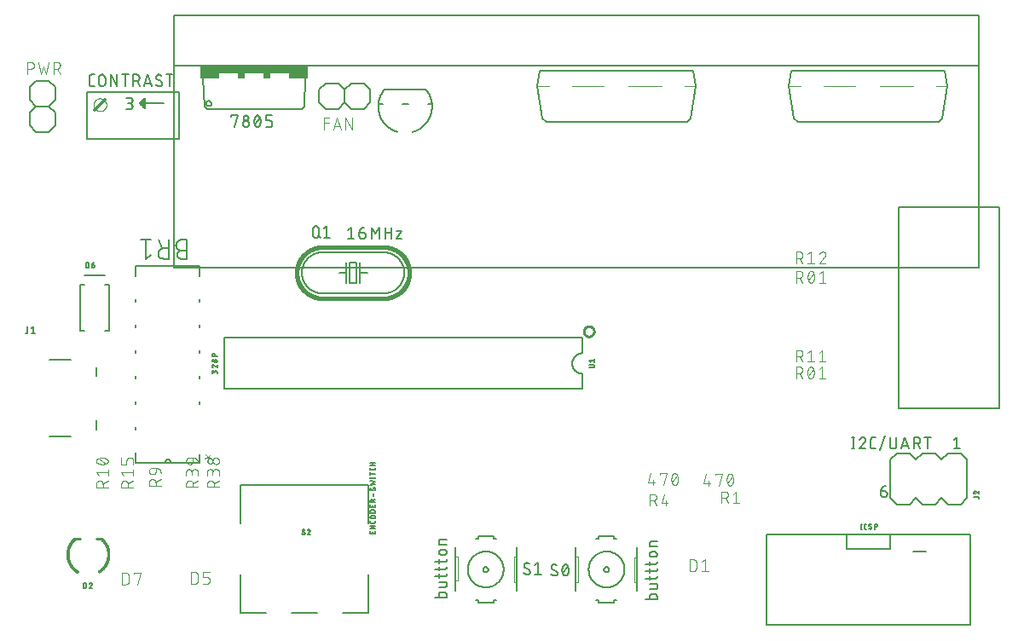
<source format=gbr>
G04 EAGLE Gerber RS-274X export*
G75*
%MOMM*%
%FSLAX34Y34*%
%LPD*%
%INSilkscreen Top*%
%IPPOS*%
%AMOC8*
5,1,8,0,0,1.08239X$1,22.5*%
G01*
%ADD10C,0.152400*%
%ADD11C,0.076200*%
%ADD12C,0.203200*%
%ADD13C,0.101600*%
%ADD14C,0.127000*%
%ADD15C,0.406400*%
%ADD16C,0.304800*%
%ADD17C,0.050800*%
%ADD18C,0.254000*%
%ADD19R,10.668000X0.762000*%
%ADD20R,1.905000X0.508000*%
%ADD21R,0.762000X0.508000*%
%ADD22C,0.025400*%


D10*
X132700Y226170D02*
X132700Y216010D01*
X132700Y249030D02*
X132700Y251570D01*
X132700Y274430D02*
X132700Y276970D01*
X132700Y299830D02*
X132700Y302370D01*
X132700Y325230D02*
X132700Y327770D01*
X132700Y411590D02*
X196200Y411590D01*
X132700Y411590D02*
X132700Y401430D01*
X132700Y216010D02*
X161402Y216010D01*
X167498Y216010D01*
X196200Y216010D01*
X196200Y224392D01*
X196200Y274430D02*
X196200Y276970D01*
X196200Y299830D02*
X196200Y302370D01*
X196200Y325230D02*
X196200Y327770D01*
X196200Y350630D02*
X196200Y353170D01*
X196200Y376030D02*
X196200Y378570D01*
X196200Y401430D02*
X196200Y411590D01*
X132700Y378570D02*
X132700Y376030D01*
X132700Y353170D02*
X132700Y350630D01*
X161402Y216010D02*
X161404Y216119D01*
X161410Y216227D01*
X161419Y216336D01*
X161433Y216444D01*
X161450Y216551D01*
X161472Y216658D01*
X161497Y216764D01*
X161525Y216869D01*
X161558Y216973D01*
X161594Y217075D01*
X161634Y217176D01*
X161677Y217276D01*
X161724Y217374D01*
X161775Y217471D01*
X161829Y217565D01*
X161886Y217658D01*
X161946Y217748D01*
X162010Y217837D01*
X162077Y217923D01*
X162146Y218006D01*
X162219Y218087D01*
X162295Y218165D01*
X162373Y218241D01*
X162454Y218314D01*
X162537Y218383D01*
X162623Y218450D01*
X162712Y218514D01*
X162802Y218574D01*
X162895Y218631D01*
X162989Y218685D01*
X163086Y218736D01*
X163184Y218783D01*
X163284Y218826D01*
X163385Y218866D01*
X163487Y218902D01*
X163591Y218935D01*
X163696Y218963D01*
X163802Y218988D01*
X163909Y219010D01*
X164016Y219027D01*
X164124Y219041D01*
X164233Y219050D01*
X164341Y219056D01*
X164450Y219058D01*
X164559Y219056D01*
X164667Y219050D01*
X164776Y219041D01*
X164884Y219027D01*
X164991Y219010D01*
X165098Y218988D01*
X165204Y218963D01*
X165309Y218935D01*
X165413Y218902D01*
X165515Y218866D01*
X165616Y218826D01*
X165716Y218783D01*
X165814Y218736D01*
X165911Y218685D01*
X166005Y218631D01*
X166098Y218574D01*
X166188Y218514D01*
X166277Y218450D01*
X166363Y218383D01*
X166446Y218314D01*
X166527Y218241D01*
X166605Y218165D01*
X166681Y218087D01*
X166754Y218006D01*
X166823Y217923D01*
X166890Y217837D01*
X166954Y217748D01*
X167014Y217658D01*
X167071Y217565D01*
X167125Y217471D01*
X167176Y217374D01*
X167223Y217276D01*
X167266Y217176D01*
X167306Y217075D01*
X167342Y216973D01*
X167375Y216869D01*
X167403Y216764D01*
X167428Y216658D01*
X167450Y216551D01*
X167467Y216444D01*
X167481Y216336D01*
X167490Y216227D01*
X167496Y216119D01*
X167498Y216010D01*
D11*
X204363Y217421D02*
X204363Y221400D01*
X202042Y224385D01*
X204363Y221400D02*
X206685Y224385D01*
X204363Y221400D02*
X200716Y220074D01*
X204363Y221400D02*
X208011Y220074D01*
D12*
X182924Y426892D02*
X177703Y426892D01*
X177560Y426894D01*
X177418Y426900D01*
X177276Y426910D01*
X177134Y426923D01*
X176992Y426941D01*
X176851Y426962D01*
X176711Y426987D01*
X176571Y427016D01*
X176432Y427049D01*
X176294Y427086D01*
X176158Y427126D01*
X176022Y427170D01*
X175888Y427218D01*
X175755Y427269D01*
X175623Y427324D01*
X175493Y427383D01*
X175365Y427445D01*
X175238Y427511D01*
X175113Y427580D01*
X174990Y427652D01*
X174869Y427728D01*
X174751Y427807D01*
X174634Y427889D01*
X174520Y427975D01*
X174408Y428063D01*
X174299Y428155D01*
X174192Y428249D01*
X174088Y428346D01*
X173986Y428446D01*
X173887Y428549D01*
X173791Y428655D01*
X173698Y428763D01*
X173608Y428874D01*
X173521Y428987D01*
X173438Y429102D01*
X173357Y429220D01*
X173280Y429340D01*
X173205Y429461D01*
X173135Y429585D01*
X173067Y429711D01*
X173003Y429839D01*
X172943Y429968D01*
X172886Y430099D01*
X172833Y430231D01*
X172783Y430365D01*
X172738Y430500D01*
X172695Y430636D01*
X172657Y430773D01*
X172622Y430912D01*
X172591Y431051D01*
X172564Y431191D01*
X172541Y431331D01*
X172521Y431473D01*
X172506Y431615D01*
X172494Y431757D01*
X172486Y431899D01*
X172482Y432042D01*
X172482Y432184D01*
X172486Y432327D01*
X172494Y432469D01*
X172506Y432611D01*
X172521Y432753D01*
X172541Y432895D01*
X172564Y433035D01*
X172591Y433175D01*
X172622Y433314D01*
X172657Y433453D01*
X172695Y433590D01*
X172738Y433726D01*
X172783Y433861D01*
X172833Y433995D01*
X172886Y434127D01*
X172943Y434258D01*
X173003Y434387D01*
X173067Y434515D01*
X173135Y434641D01*
X173205Y434765D01*
X173280Y434886D01*
X173357Y435006D01*
X173438Y435124D01*
X173521Y435239D01*
X173608Y435352D01*
X173698Y435463D01*
X173791Y435571D01*
X173887Y435677D01*
X173986Y435780D01*
X174088Y435880D01*
X174192Y435977D01*
X174299Y436071D01*
X174408Y436163D01*
X174520Y436251D01*
X174634Y436337D01*
X174751Y436419D01*
X174869Y436498D01*
X174990Y436574D01*
X175113Y436646D01*
X175238Y436715D01*
X175365Y436781D01*
X175493Y436843D01*
X175623Y436902D01*
X175755Y436957D01*
X175888Y437008D01*
X176022Y437056D01*
X176158Y437100D01*
X176294Y437140D01*
X176432Y437177D01*
X176571Y437210D01*
X176711Y437239D01*
X176851Y437264D01*
X176992Y437285D01*
X177134Y437303D01*
X177276Y437316D01*
X177418Y437326D01*
X177560Y437332D01*
X177703Y437334D01*
X182924Y437334D01*
X182924Y418538D01*
X177703Y418538D01*
X177576Y418540D01*
X177448Y418546D01*
X177321Y418555D01*
X177195Y418569D01*
X177068Y418586D01*
X176943Y418608D01*
X176818Y418633D01*
X176694Y418662D01*
X176571Y418694D01*
X176449Y418731D01*
X176328Y418771D01*
X176208Y418815D01*
X176090Y418862D01*
X175973Y418913D01*
X175858Y418968D01*
X175745Y419026D01*
X175633Y419087D01*
X175523Y419152D01*
X175416Y419220D01*
X175310Y419291D01*
X175207Y419366D01*
X175106Y419444D01*
X175007Y419524D01*
X174911Y419608D01*
X174818Y419695D01*
X174727Y419784D01*
X174639Y419876D01*
X174554Y419971D01*
X174472Y420068D01*
X174392Y420168D01*
X174316Y420270D01*
X174243Y420375D01*
X174174Y420481D01*
X174107Y420590D01*
X174044Y420700D01*
X173984Y420813D01*
X173928Y420927D01*
X173875Y421043D01*
X173826Y421161D01*
X173780Y421280D01*
X173738Y421400D01*
X173700Y421522D01*
X173666Y421644D01*
X173635Y421768D01*
X173608Y421892D01*
X173585Y422018D01*
X173565Y422143D01*
X173550Y422270D01*
X173538Y422397D01*
X173530Y422524D01*
X173526Y422651D01*
X173526Y422779D01*
X173530Y422906D01*
X173538Y423033D01*
X173550Y423160D01*
X173565Y423287D01*
X173585Y423412D01*
X173608Y423538D01*
X173635Y423662D01*
X173666Y423786D01*
X173700Y423908D01*
X173738Y424030D01*
X173780Y424150D01*
X173826Y424269D01*
X173875Y424387D01*
X173928Y424503D01*
X173984Y424617D01*
X174044Y424730D01*
X174107Y424840D01*
X174174Y424949D01*
X174243Y425055D01*
X174316Y425160D01*
X174392Y425262D01*
X174472Y425362D01*
X174554Y425459D01*
X174639Y425554D01*
X174727Y425646D01*
X174818Y425735D01*
X174911Y425822D01*
X175007Y425906D01*
X175106Y425986D01*
X175207Y426064D01*
X175310Y426139D01*
X175416Y426210D01*
X175523Y426278D01*
X175633Y426343D01*
X175745Y426404D01*
X175858Y426462D01*
X175973Y426517D01*
X176090Y426568D01*
X176208Y426615D01*
X176328Y426659D01*
X176449Y426699D01*
X176571Y426736D01*
X176694Y426768D01*
X176818Y426797D01*
X176943Y426822D01*
X177068Y426844D01*
X177195Y426861D01*
X177321Y426875D01*
X177448Y426884D01*
X177576Y426890D01*
X177703Y426892D01*
X165215Y418538D02*
X165215Y437334D01*
X165215Y418538D02*
X159994Y418538D01*
X159851Y418540D01*
X159709Y418546D01*
X159567Y418556D01*
X159425Y418569D01*
X159283Y418587D01*
X159142Y418608D01*
X159002Y418633D01*
X158862Y418662D01*
X158723Y418695D01*
X158585Y418732D01*
X158449Y418772D01*
X158313Y418816D01*
X158179Y418864D01*
X158046Y418915D01*
X157914Y418970D01*
X157784Y419029D01*
X157656Y419091D01*
X157529Y419157D01*
X157404Y419226D01*
X157281Y419298D01*
X157160Y419374D01*
X157042Y419453D01*
X156925Y419535D01*
X156811Y419621D01*
X156699Y419709D01*
X156590Y419801D01*
X156483Y419895D01*
X156379Y419992D01*
X156277Y420092D01*
X156178Y420195D01*
X156082Y420301D01*
X155989Y420409D01*
X155899Y420520D01*
X155812Y420633D01*
X155729Y420748D01*
X155648Y420866D01*
X155571Y420986D01*
X155496Y421107D01*
X155426Y421231D01*
X155358Y421357D01*
X155294Y421485D01*
X155234Y421614D01*
X155177Y421745D01*
X155124Y421877D01*
X155074Y422011D01*
X155029Y422146D01*
X154986Y422282D01*
X154948Y422419D01*
X154913Y422558D01*
X154882Y422697D01*
X154855Y422837D01*
X154832Y422977D01*
X154812Y423119D01*
X154797Y423261D01*
X154785Y423403D01*
X154777Y423545D01*
X154773Y423688D01*
X154773Y423830D01*
X154777Y423973D01*
X154785Y424115D01*
X154797Y424257D01*
X154812Y424399D01*
X154832Y424541D01*
X154855Y424681D01*
X154882Y424821D01*
X154913Y424960D01*
X154948Y425099D01*
X154986Y425236D01*
X155029Y425372D01*
X155074Y425507D01*
X155124Y425641D01*
X155177Y425773D01*
X155234Y425904D01*
X155294Y426033D01*
X155358Y426161D01*
X155426Y426287D01*
X155496Y426411D01*
X155571Y426532D01*
X155648Y426652D01*
X155729Y426770D01*
X155812Y426885D01*
X155899Y426998D01*
X155989Y427109D01*
X156082Y427217D01*
X156178Y427323D01*
X156277Y427426D01*
X156379Y427526D01*
X156483Y427623D01*
X156590Y427717D01*
X156699Y427809D01*
X156811Y427897D01*
X156925Y427983D01*
X157042Y428065D01*
X157160Y428144D01*
X157281Y428220D01*
X157404Y428292D01*
X157529Y428361D01*
X157656Y428427D01*
X157784Y428489D01*
X157914Y428548D01*
X158046Y428603D01*
X158179Y428654D01*
X158313Y428702D01*
X158449Y428746D01*
X158585Y428786D01*
X158723Y428823D01*
X158862Y428856D01*
X159002Y428885D01*
X159142Y428910D01*
X159283Y428931D01*
X159425Y428949D01*
X159567Y428962D01*
X159709Y428972D01*
X159851Y428978D01*
X159994Y428980D01*
X165215Y428980D01*
X158950Y428980D02*
X154773Y437334D01*
X147477Y422715D02*
X142256Y418538D01*
X142256Y437334D01*
X147477Y437334D02*
X137035Y437334D01*
D13*
X682608Y119892D02*
X682608Y108208D01*
X682608Y119892D02*
X685854Y119892D01*
X685967Y119890D01*
X686080Y119884D01*
X686193Y119874D01*
X686306Y119860D01*
X686418Y119843D01*
X686529Y119821D01*
X686639Y119796D01*
X686749Y119766D01*
X686857Y119733D01*
X686964Y119696D01*
X687070Y119656D01*
X687174Y119611D01*
X687277Y119563D01*
X687378Y119512D01*
X687477Y119457D01*
X687574Y119399D01*
X687669Y119337D01*
X687762Y119272D01*
X687852Y119204D01*
X687940Y119133D01*
X688026Y119058D01*
X688109Y118981D01*
X688189Y118901D01*
X688266Y118818D01*
X688341Y118732D01*
X688412Y118644D01*
X688480Y118554D01*
X688545Y118461D01*
X688607Y118366D01*
X688665Y118269D01*
X688720Y118170D01*
X688771Y118069D01*
X688819Y117966D01*
X688864Y117862D01*
X688904Y117756D01*
X688941Y117649D01*
X688974Y117541D01*
X689004Y117431D01*
X689029Y117321D01*
X689051Y117210D01*
X689068Y117098D01*
X689082Y116985D01*
X689092Y116872D01*
X689098Y116759D01*
X689100Y116646D01*
X689099Y116646D02*
X689099Y111454D01*
X689100Y111454D02*
X689098Y111341D01*
X689092Y111228D01*
X689082Y111115D01*
X689068Y111002D01*
X689051Y110890D01*
X689029Y110779D01*
X689004Y110669D01*
X688974Y110559D01*
X688941Y110451D01*
X688904Y110344D01*
X688864Y110238D01*
X688819Y110134D01*
X688771Y110031D01*
X688720Y109930D01*
X688665Y109831D01*
X688607Y109734D01*
X688545Y109639D01*
X688480Y109546D01*
X688412Y109456D01*
X688341Y109368D01*
X688266Y109282D01*
X688189Y109199D01*
X688109Y109119D01*
X688026Y109042D01*
X687940Y108967D01*
X687852Y108896D01*
X687762Y108828D01*
X687669Y108763D01*
X687574Y108701D01*
X687477Y108643D01*
X687378Y108588D01*
X687277Y108537D01*
X687174Y108489D01*
X687070Y108444D01*
X686964Y108404D01*
X686857Y108367D01*
X686749Y108334D01*
X686639Y108304D01*
X686529Y108279D01*
X686418Y108257D01*
X686306Y108240D01*
X686193Y108226D01*
X686080Y108216D01*
X685967Y108210D01*
X685854Y108208D01*
X682608Y108208D01*
X694419Y117296D02*
X697665Y119892D01*
X697665Y108208D01*
X700910Y108208D02*
X694419Y108208D01*
D12*
X68000Y318000D02*
X47000Y318000D01*
X93000Y311000D02*
X93000Y302000D01*
X93000Y258000D02*
X93000Y249000D01*
X68000Y242000D02*
X47000Y242000D01*
D10*
X24863Y345730D02*
X24863Y350866D01*
X24864Y345730D02*
X24862Y345656D01*
X24856Y345581D01*
X24847Y345508D01*
X24834Y345434D01*
X24817Y345362D01*
X24797Y345291D01*
X24773Y345220D01*
X24745Y345151D01*
X24714Y345083D01*
X24680Y345018D01*
X24642Y344953D01*
X24601Y344891D01*
X24557Y344831D01*
X24510Y344774D01*
X24460Y344719D01*
X24407Y344666D01*
X24352Y344616D01*
X24295Y344569D01*
X24235Y344525D01*
X24173Y344484D01*
X24108Y344446D01*
X24042Y344412D01*
X23975Y344381D01*
X23906Y344353D01*
X23835Y344329D01*
X23764Y344309D01*
X23691Y344292D01*
X23618Y344279D01*
X23544Y344270D01*
X23470Y344264D01*
X23396Y344262D01*
X22662Y344262D01*
X28704Y349398D02*
X30538Y350866D01*
X30538Y344262D01*
X28704Y344262D02*
X32373Y344262D01*
D12*
X904450Y127750D02*
X917150Y127750D01*
X961000Y55000D02*
X759000Y55000D01*
X759000Y145000D02*
X838000Y145000D01*
X882000Y145000D01*
X961000Y145000D01*
X961000Y56000D01*
X759000Y55000D02*
X759000Y145000D01*
X882000Y145000D02*
X882000Y130000D01*
X838000Y130000D01*
X838000Y145000D01*
D14*
X964775Y181916D02*
X968529Y181916D01*
X968594Y181914D01*
X968658Y181908D01*
X968722Y181898D01*
X968786Y181885D01*
X968848Y181867D01*
X968909Y181846D01*
X968969Y181822D01*
X969027Y181793D01*
X969084Y181761D01*
X969138Y181726D01*
X969190Y181688D01*
X969240Y181646D01*
X969287Y181602D01*
X969331Y181555D01*
X969373Y181505D01*
X969411Y181453D01*
X969446Y181399D01*
X969478Y181342D01*
X969507Y181284D01*
X969531Y181224D01*
X969552Y181163D01*
X969570Y181101D01*
X969583Y181037D01*
X969593Y180973D01*
X969599Y180909D01*
X969601Y180844D01*
X969601Y180307D01*
X964775Y186338D02*
X964777Y186406D01*
X964783Y186473D01*
X964792Y186540D01*
X964805Y186607D01*
X964822Y186672D01*
X964843Y186737D01*
X964867Y186800D01*
X964895Y186862D01*
X964926Y186922D01*
X964960Y186980D01*
X964998Y187036D01*
X965038Y187091D01*
X965082Y187142D01*
X965129Y187191D01*
X965178Y187238D01*
X965229Y187282D01*
X965284Y187322D01*
X965340Y187360D01*
X965398Y187394D01*
X965458Y187425D01*
X965520Y187453D01*
X965583Y187477D01*
X965648Y187498D01*
X965713Y187515D01*
X965780Y187528D01*
X965847Y187537D01*
X965914Y187543D01*
X965982Y187545D01*
X964775Y186338D02*
X964777Y186260D01*
X964783Y186182D01*
X964793Y186105D01*
X964806Y186028D01*
X964824Y185952D01*
X964845Y185877D01*
X964870Y185803D01*
X964899Y185731D01*
X964931Y185660D01*
X964967Y185591D01*
X965006Y185523D01*
X965049Y185458D01*
X965095Y185395D01*
X965144Y185334D01*
X965196Y185276D01*
X965251Y185221D01*
X965308Y185168D01*
X965368Y185119D01*
X965431Y185072D01*
X965496Y185029D01*
X965562Y184989D01*
X965631Y184952D01*
X965702Y184919D01*
X965774Y184889D01*
X965848Y184863D01*
X966920Y187143D02*
X966871Y187192D01*
X966819Y187239D01*
X966764Y187282D01*
X966707Y187323D01*
X966648Y187361D01*
X966587Y187395D01*
X966524Y187426D01*
X966460Y187454D01*
X966394Y187478D01*
X966328Y187498D01*
X966260Y187515D01*
X966191Y187528D01*
X966122Y187537D01*
X966052Y187543D01*
X965982Y187545D01*
X966920Y187143D02*
X969601Y184864D01*
X969601Y187545D01*
X852991Y154971D02*
X852991Y150145D01*
X852455Y150145D02*
X853527Y150145D01*
X853527Y154971D02*
X852455Y154971D01*
X857083Y150145D02*
X858156Y150145D01*
X857083Y150145D02*
X857018Y150147D01*
X856954Y150153D01*
X856890Y150163D01*
X856826Y150176D01*
X856764Y150194D01*
X856703Y150215D01*
X856643Y150239D01*
X856585Y150268D01*
X856528Y150300D01*
X856474Y150335D01*
X856422Y150373D01*
X856372Y150415D01*
X856325Y150459D01*
X856281Y150506D01*
X856239Y150556D01*
X856201Y150608D01*
X856166Y150662D01*
X856134Y150719D01*
X856105Y150777D01*
X856081Y150837D01*
X856060Y150898D01*
X856042Y150960D01*
X856029Y151024D01*
X856019Y151088D01*
X856013Y151152D01*
X856011Y151217D01*
X856011Y153899D01*
X856012Y153899D02*
X856014Y153964D01*
X856020Y154028D01*
X856030Y154092D01*
X856043Y154156D01*
X856061Y154218D01*
X856082Y154279D01*
X856106Y154339D01*
X856135Y154397D01*
X856167Y154454D01*
X856202Y154508D01*
X856240Y154560D01*
X856282Y154610D01*
X856326Y154657D01*
X856373Y154701D01*
X856423Y154743D01*
X856475Y154781D01*
X856529Y154816D01*
X856586Y154848D01*
X856644Y154877D01*
X856704Y154901D01*
X856765Y154922D01*
X856827Y154940D01*
X856891Y154953D01*
X856955Y154963D01*
X857019Y154969D01*
X857084Y154971D01*
X857083Y154971D02*
X858156Y154971D01*
X862038Y150145D02*
X862103Y150147D01*
X862167Y150153D01*
X862231Y150163D01*
X862295Y150176D01*
X862357Y150194D01*
X862418Y150215D01*
X862478Y150239D01*
X862536Y150268D01*
X862593Y150300D01*
X862647Y150335D01*
X862699Y150373D01*
X862749Y150415D01*
X862796Y150459D01*
X862840Y150506D01*
X862882Y150556D01*
X862920Y150608D01*
X862955Y150662D01*
X862987Y150719D01*
X863016Y150777D01*
X863040Y150837D01*
X863061Y150898D01*
X863079Y150960D01*
X863092Y151024D01*
X863102Y151088D01*
X863108Y151152D01*
X863110Y151217D01*
X862038Y150145D02*
X861944Y150147D01*
X861850Y150153D01*
X861756Y150163D01*
X861663Y150176D01*
X861571Y150194D01*
X861479Y150215D01*
X861388Y150240D01*
X861298Y150269D01*
X861210Y150302D01*
X861123Y150338D01*
X861038Y150378D01*
X860954Y150421D01*
X860873Y150468D01*
X860793Y150518D01*
X860715Y150571D01*
X860640Y150628D01*
X860567Y150687D01*
X860497Y150750D01*
X860429Y150815D01*
X860563Y153899D02*
X860565Y153964D01*
X860571Y154028D01*
X860581Y154092D01*
X860594Y154156D01*
X860612Y154218D01*
X860633Y154279D01*
X860657Y154339D01*
X860686Y154397D01*
X860718Y154454D01*
X860753Y154508D01*
X860791Y154560D01*
X860833Y154610D01*
X860877Y154657D01*
X860924Y154701D01*
X860974Y154743D01*
X861026Y154781D01*
X861080Y154816D01*
X861137Y154848D01*
X861195Y154877D01*
X861255Y154901D01*
X861316Y154922D01*
X861378Y154940D01*
X861442Y154953D01*
X861506Y154963D01*
X861570Y154969D01*
X861635Y154971D01*
X861721Y154969D01*
X861807Y154964D01*
X861893Y154954D01*
X861978Y154941D01*
X862063Y154925D01*
X862147Y154905D01*
X862230Y154881D01*
X862312Y154854D01*
X862392Y154823D01*
X862472Y154789D01*
X862549Y154751D01*
X862625Y154710D01*
X862699Y154666D01*
X862771Y154619D01*
X862842Y154569D01*
X861099Y152961D02*
X861046Y152994D01*
X860995Y153031D01*
X860946Y153070D01*
X860899Y153112D01*
X860855Y153157D01*
X860814Y153204D01*
X860775Y153253D01*
X860739Y153305D01*
X860706Y153359D01*
X860677Y153414D01*
X860651Y153471D01*
X860628Y153530D01*
X860608Y153589D01*
X860592Y153650D01*
X860579Y153711D01*
X860570Y153774D01*
X860565Y153836D01*
X860563Y153899D01*
X862574Y152155D02*
X862627Y152122D01*
X862678Y152085D01*
X862727Y152046D01*
X862774Y152004D01*
X862818Y151959D01*
X862859Y151912D01*
X862898Y151863D01*
X862934Y151811D01*
X862967Y151757D01*
X862996Y151702D01*
X863022Y151645D01*
X863045Y151586D01*
X863065Y151527D01*
X863081Y151466D01*
X863094Y151405D01*
X863103Y151342D01*
X863108Y151280D01*
X863110Y151217D01*
X862574Y152156D02*
X861099Y152960D01*
X866062Y154971D02*
X866062Y150145D01*
X866062Y154971D02*
X867402Y154971D01*
X867473Y154969D01*
X867545Y154963D01*
X867615Y154954D01*
X867685Y154941D01*
X867755Y154924D01*
X867823Y154903D01*
X867890Y154879D01*
X867956Y154851D01*
X868020Y154820D01*
X868083Y154785D01*
X868143Y154747D01*
X868202Y154706D01*
X868258Y154662D01*
X868312Y154615D01*
X868363Y154566D01*
X868411Y154513D01*
X868457Y154458D01*
X868499Y154401D01*
X868539Y154341D01*
X868575Y154280D01*
X868608Y154216D01*
X868637Y154151D01*
X868663Y154085D01*
X868686Y154017D01*
X868705Y153948D01*
X868720Y153878D01*
X868731Y153808D01*
X868739Y153737D01*
X868743Y153666D01*
X868743Y153594D01*
X868739Y153523D01*
X868731Y153452D01*
X868720Y153382D01*
X868705Y153312D01*
X868686Y153243D01*
X868663Y153175D01*
X868637Y153109D01*
X868608Y153044D01*
X868575Y152980D01*
X868539Y152919D01*
X868499Y152859D01*
X868457Y152802D01*
X868411Y152747D01*
X868363Y152694D01*
X868312Y152645D01*
X868258Y152598D01*
X868202Y152554D01*
X868143Y152513D01*
X868083Y152475D01*
X868020Y152440D01*
X867956Y152409D01*
X867890Y152381D01*
X867823Y152357D01*
X867755Y152336D01*
X867685Y152319D01*
X867615Y152306D01*
X867545Y152297D01*
X867473Y152291D01*
X867402Y152289D01*
X867402Y152290D02*
X866062Y152290D01*
D10*
X27300Y550950D02*
X27300Y563650D01*
X33650Y570000D01*
X46350Y570000D01*
X52700Y563650D01*
X46350Y544600D02*
X33650Y544600D01*
X27300Y550950D01*
X46350Y544600D02*
X52700Y550950D01*
X52700Y563650D01*
X33650Y570000D02*
X27300Y576350D01*
X27300Y589050D01*
X33650Y595400D01*
X46350Y595400D01*
X52700Y589050D01*
X52700Y576350D01*
X46350Y570000D01*
D13*
X25089Y602058D02*
X25089Y613742D01*
X28334Y613742D01*
X28447Y613740D01*
X28560Y613734D01*
X28673Y613724D01*
X28786Y613710D01*
X28898Y613693D01*
X29009Y613671D01*
X29119Y613646D01*
X29229Y613616D01*
X29337Y613583D01*
X29444Y613546D01*
X29550Y613506D01*
X29654Y613461D01*
X29757Y613413D01*
X29858Y613362D01*
X29957Y613307D01*
X30054Y613249D01*
X30149Y613187D01*
X30242Y613122D01*
X30332Y613054D01*
X30420Y612983D01*
X30506Y612908D01*
X30589Y612831D01*
X30669Y612751D01*
X30746Y612668D01*
X30821Y612582D01*
X30892Y612494D01*
X30960Y612404D01*
X31025Y612311D01*
X31087Y612216D01*
X31145Y612119D01*
X31200Y612020D01*
X31251Y611919D01*
X31299Y611816D01*
X31344Y611712D01*
X31384Y611606D01*
X31421Y611499D01*
X31454Y611391D01*
X31484Y611281D01*
X31509Y611171D01*
X31531Y611060D01*
X31548Y610948D01*
X31562Y610835D01*
X31572Y610722D01*
X31578Y610609D01*
X31580Y610496D01*
X31578Y610383D01*
X31572Y610270D01*
X31562Y610157D01*
X31548Y610044D01*
X31531Y609932D01*
X31509Y609821D01*
X31484Y609711D01*
X31454Y609601D01*
X31421Y609493D01*
X31384Y609386D01*
X31344Y609280D01*
X31299Y609176D01*
X31251Y609073D01*
X31200Y608972D01*
X31145Y608873D01*
X31087Y608776D01*
X31025Y608681D01*
X30960Y608588D01*
X30892Y608498D01*
X30821Y608410D01*
X30746Y608324D01*
X30669Y608241D01*
X30589Y608161D01*
X30506Y608084D01*
X30420Y608009D01*
X30332Y607938D01*
X30242Y607870D01*
X30149Y607805D01*
X30054Y607743D01*
X29957Y607685D01*
X29858Y607630D01*
X29757Y607579D01*
X29654Y607531D01*
X29550Y607486D01*
X29444Y607446D01*
X29337Y607409D01*
X29229Y607376D01*
X29119Y607346D01*
X29009Y607321D01*
X28898Y607299D01*
X28786Y607282D01*
X28673Y607268D01*
X28560Y607258D01*
X28447Y607252D01*
X28334Y607250D01*
X28334Y607251D02*
X25089Y607251D01*
X35545Y613742D02*
X38141Y602058D01*
X40738Y609847D01*
X43334Y602058D01*
X45931Y613742D01*
X50901Y613742D02*
X50901Y602058D01*
X50901Y613742D02*
X54146Y613742D01*
X54259Y613740D01*
X54372Y613734D01*
X54485Y613724D01*
X54598Y613710D01*
X54710Y613693D01*
X54821Y613671D01*
X54931Y613646D01*
X55041Y613616D01*
X55149Y613583D01*
X55256Y613546D01*
X55362Y613506D01*
X55466Y613461D01*
X55569Y613413D01*
X55670Y613362D01*
X55769Y613307D01*
X55866Y613249D01*
X55961Y613187D01*
X56054Y613122D01*
X56144Y613054D01*
X56232Y612983D01*
X56318Y612908D01*
X56401Y612831D01*
X56481Y612751D01*
X56558Y612668D01*
X56633Y612582D01*
X56704Y612494D01*
X56772Y612404D01*
X56837Y612311D01*
X56899Y612216D01*
X56957Y612119D01*
X57012Y612020D01*
X57063Y611919D01*
X57111Y611816D01*
X57156Y611712D01*
X57196Y611606D01*
X57233Y611499D01*
X57266Y611391D01*
X57296Y611281D01*
X57321Y611171D01*
X57343Y611060D01*
X57360Y610948D01*
X57374Y610835D01*
X57384Y610722D01*
X57390Y610609D01*
X57392Y610496D01*
X57390Y610383D01*
X57384Y610270D01*
X57374Y610157D01*
X57360Y610044D01*
X57343Y609932D01*
X57321Y609821D01*
X57296Y609711D01*
X57266Y609601D01*
X57233Y609493D01*
X57196Y609386D01*
X57156Y609280D01*
X57111Y609176D01*
X57063Y609073D01*
X57012Y608972D01*
X56957Y608873D01*
X56899Y608776D01*
X56837Y608681D01*
X56772Y608588D01*
X56704Y608498D01*
X56633Y608410D01*
X56558Y608324D01*
X56481Y608241D01*
X56401Y608161D01*
X56318Y608084D01*
X56232Y608009D01*
X56144Y607938D01*
X56054Y607870D01*
X55961Y607805D01*
X55866Y607743D01*
X55769Y607685D01*
X55670Y607630D01*
X55569Y607579D01*
X55466Y607531D01*
X55362Y607486D01*
X55256Y607446D01*
X55149Y607409D01*
X55041Y607376D01*
X54931Y607346D01*
X54821Y607321D01*
X54710Y607299D01*
X54598Y607282D01*
X54485Y607268D01*
X54372Y607258D01*
X54259Y607252D01*
X54146Y607250D01*
X54146Y607251D02*
X50901Y607251D01*
X54796Y607251D02*
X57392Y602058D01*
D10*
X346350Y567300D02*
X359050Y567300D01*
X346350Y567300D02*
X340000Y573650D01*
X340000Y586350D01*
X346350Y592700D01*
X365400Y586350D02*
X365400Y573650D01*
X359050Y567300D01*
X365400Y586350D02*
X359050Y592700D01*
X346350Y592700D01*
X340000Y573650D02*
X333650Y567300D01*
X320950Y567300D01*
X314600Y573650D01*
X314600Y586350D01*
X320950Y592700D01*
X333650Y592700D01*
X340000Y586350D01*
D13*
X319588Y558742D02*
X319588Y547058D01*
X319588Y558742D02*
X324780Y558742D01*
X324780Y553549D02*
X319588Y553549D01*
X328441Y547058D02*
X332335Y558742D01*
X336230Y547058D01*
X335256Y549979D02*
X329414Y549979D01*
X340901Y547058D02*
X340901Y558742D01*
X347392Y547058D01*
X347392Y558742D01*
D15*
X317770Y379200D02*
X378730Y379200D01*
X378730Y430000D02*
X317770Y430000D01*
D10*
X317770Y384280D02*
X378730Y384280D01*
X344948Y394440D02*
X344948Y414760D01*
X344948Y394440D02*
X351298Y394440D01*
X351298Y414760D01*
X344948Y414760D01*
X355108Y414760D02*
X355108Y404600D01*
X341392Y404600D02*
X341392Y414760D01*
X355108Y404600D02*
X362220Y404600D01*
X355108Y404600D02*
X355108Y394440D01*
X341392Y404600D02*
X334280Y404600D01*
X341392Y404600D02*
X341392Y394440D01*
D15*
X317770Y379200D02*
X317151Y379208D01*
X316533Y379230D01*
X315916Y379268D01*
X315300Y379320D01*
X314685Y379388D01*
X314072Y379471D01*
X313461Y379568D01*
X312853Y379681D01*
X312247Y379808D01*
X311645Y379950D01*
X311047Y380106D01*
X310452Y380277D01*
X309862Y380462D01*
X309277Y380662D01*
X308696Y380876D01*
X308121Y381104D01*
X307552Y381346D01*
X306989Y381602D01*
X306432Y381871D01*
X305882Y382154D01*
X305339Y382450D01*
X304803Y382759D01*
X304275Y383081D01*
X303755Y383416D01*
X303243Y383764D01*
X302740Y384124D01*
X302246Y384496D01*
X301761Y384880D01*
X301286Y385276D01*
X300820Y385683D01*
X300364Y386101D01*
X299919Y386530D01*
X299484Y386971D01*
X299061Y387421D01*
X298648Y387882D01*
X298246Y388352D01*
X297857Y388833D01*
X297478Y389322D01*
X297112Y389821D01*
X296759Y390328D01*
X296417Y390844D01*
X296089Y391368D01*
X295773Y391900D01*
X295470Y392439D01*
X295181Y392986D01*
X294905Y393540D01*
X294642Y394100D01*
X294393Y394666D01*
X294158Y395238D01*
X293937Y395816D01*
X293730Y396399D01*
X293538Y396987D01*
X293360Y397579D01*
X293196Y398175D01*
X293047Y398776D01*
X292912Y399380D01*
X292793Y399986D01*
X292688Y400596D01*
X292598Y401208D01*
X292522Y401822D01*
X292462Y402438D01*
X292417Y403055D01*
X292387Y403672D01*
X292372Y404291D01*
X292372Y404909D01*
X292387Y405528D01*
X292417Y406145D01*
X292462Y406762D01*
X292522Y407378D01*
X292598Y407992D01*
X292688Y408604D01*
X292793Y409214D01*
X292912Y409820D01*
X293047Y410424D01*
X293196Y411025D01*
X293360Y411621D01*
X293538Y412213D01*
X293730Y412801D01*
X293937Y413384D01*
X294158Y413962D01*
X294393Y414534D01*
X294642Y415100D01*
X294905Y415660D01*
X295181Y416214D01*
X295470Y416761D01*
X295773Y417300D01*
X296089Y417832D01*
X296417Y418356D01*
X296759Y418872D01*
X297112Y419379D01*
X297478Y419878D01*
X297857Y420367D01*
X298246Y420848D01*
X298648Y421318D01*
X299061Y421779D01*
X299484Y422229D01*
X299919Y422670D01*
X300364Y423099D01*
X300820Y423517D01*
X301286Y423924D01*
X301761Y424320D01*
X302246Y424704D01*
X302740Y425076D01*
X303243Y425436D01*
X303755Y425784D01*
X304275Y426119D01*
X304803Y426441D01*
X305339Y426750D01*
X305882Y427046D01*
X306432Y427329D01*
X306989Y427598D01*
X307552Y427854D01*
X308121Y428096D01*
X308696Y428324D01*
X309277Y428538D01*
X309862Y428738D01*
X310452Y428923D01*
X311047Y429094D01*
X311645Y429250D01*
X312247Y429392D01*
X312853Y429519D01*
X313461Y429632D01*
X314072Y429729D01*
X314685Y429812D01*
X315300Y429880D01*
X315916Y429932D01*
X316533Y429970D01*
X317151Y429992D01*
X317770Y430000D01*
X378730Y430000D02*
X379349Y429992D01*
X379967Y429970D01*
X380584Y429932D01*
X381200Y429880D01*
X381815Y429812D01*
X382428Y429729D01*
X383039Y429632D01*
X383647Y429519D01*
X384253Y429392D01*
X384855Y429250D01*
X385453Y429094D01*
X386048Y428923D01*
X386638Y428738D01*
X387223Y428538D01*
X387804Y428324D01*
X388379Y428096D01*
X388948Y427854D01*
X389511Y427598D01*
X390068Y427329D01*
X390618Y427046D01*
X391161Y426750D01*
X391697Y426441D01*
X392225Y426119D01*
X392745Y425784D01*
X393257Y425436D01*
X393760Y425076D01*
X394254Y424704D01*
X394739Y424320D01*
X395214Y423924D01*
X395680Y423517D01*
X396136Y423099D01*
X396581Y422670D01*
X397016Y422229D01*
X397439Y421779D01*
X397852Y421318D01*
X398254Y420848D01*
X398643Y420367D01*
X399022Y419878D01*
X399388Y419379D01*
X399741Y418872D01*
X400083Y418356D01*
X400411Y417832D01*
X400727Y417300D01*
X401030Y416761D01*
X401319Y416214D01*
X401595Y415660D01*
X401858Y415100D01*
X402107Y414534D01*
X402342Y413962D01*
X402563Y413384D01*
X402770Y412801D01*
X402962Y412213D01*
X403140Y411621D01*
X403304Y411025D01*
X403453Y410424D01*
X403588Y409820D01*
X403707Y409214D01*
X403812Y408604D01*
X403902Y407992D01*
X403978Y407378D01*
X404038Y406762D01*
X404083Y406145D01*
X404113Y405528D01*
X404128Y404909D01*
X404128Y404291D01*
X404113Y403672D01*
X404083Y403055D01*
X404038Y402438D01*
X403978Y401822D01*
X403902Y401208D01*
X403812Y400596D01*
X403707Y399986D01*
X403588Y399380D01*
X403453Y398776D01*
X403304Y398175D01*
X403140Y397579D01*
X402962Y396987D01*
X402770Y396399D01*
X402563Y395816D01*
X402342Y395238D01*
X402107Y394666D01*
X401858Y394100D01*
X401595Y393540D01*
X401319Y392986D01*
X401030Y392439D01*
X400727Y391900D01*
X400411Y391368D01*
X400083Y390844D01*
X399741Y390328D01*
X399388Y389821D01*
X399022Y389322D01*
X398643Y388833D01*
X398254Y388352D01*
X397852Y387882D01*
X397439Y387421D01*
X397016Y386971D01*
X396581Y386530D01*
X396136Y386101D01*
X395680Y385683D01*
X395214Y385276D01*
X394739Y384880D01*
X394254Y384496D01*
X393760Y384124D01*
X393257Y383764D01*
X392745Y383416D01*
X392225Y383081D01*
X391697Y382759D01*
X391161Y382450D01*
X390618Y382154D01*
X390068Y381871D01*
X389511Y381602D01*
X388948Y381346D01*
X388379Y381104D01*
X387804Y380876D01*
X387223Y380662D01*
X386638Y380462D01*
X386048Y380277D01*
X385453Y380106D01*
X384855Y379950D01*
X384253Y379808D01*
X383647Y379681D01*
X383039Y379568D01*
X382428Y379471D01*
X381815Y379388D01*
X381200Y379320D01*
X380584Y379268D01*
X379967Y379230D01*
X379349Y379208D01*
X378730Y379200D01*
D10*
X317770Y384280D02*
X317275Y384286D01*
X316781Y384304D01*
X316287Y384334D01*
X315794Y384376D01*
X315302Y384430D01*
X314811Y384497D01*
X314323Y384575D01*
X313836Y384664D01*
X313352Y384766D01*
X312870Y384880D01*
X312391Y385005D01*
X311916Y385142D01*
X311444Y385290D01*
X310975Y385450D01*
X310511Y385621D01*
X310051Y385803D01*
X309596Y385997D01*
X309145Y386201D01*
X308700Y386417D01*
X308259Y386643D01*
X307825Y386880D01*
X307396Y387127D01*
X306974Y387385D01*
X306558Y387653D01*
X306149Y387931D01*
X305746Y388219D01*
X305351Y388517D01*
X304963Y388824D01*
X304583Y389141D01*
X304210Y389466D01*
X303846Y389801D01*
X303489Y390144D01*
X303142Y390496D01*
X302802Y390857D01*
X302472Y391225D01*
X302151Y391602D01*
X301839Y391986D01*
X301537Y392378D01*
X301244Y392777D01*
X300961Y393183D01*
X300688Y393595D01*
X300425Y394014D01*
X300172Y394440D01*
X299930Y394872D01*
X299699Y395309D01*
X299478Y395752D01*
X299268Y396200D01*
X299069Y396653D01*
X298881Y397111D01*
X298704Y397573D01*
X298538Y398039D01*
X298384Y398509D01*
X298242Y398983D01*
X298111Y399460D01*
X297991Y399941D01*
X297884Y400424D01*
X297788Y400909D01*
X297704Y401397D01*
X297632Y401886D01*
X297572Y402378D01*
X297524Y402870D01*
X297488Y403364D01*
X297464Y403858D01*
X297452Y404353D01*
X297452Y404847D01*
X297464Y405342D01*
X297488Y405836D01*
X297524Y406330D01*
X297572Y406822D01*
X297632Y407314D01*
X297704Y407803D01*
X297788Y408291D01*
X297884Y408776D01*
X297991Y409259D01*
X298111Y409740D01*
X298242Y410217D01*
X298384Y410691D01*
X298538Y411161D01*
X298704Y411627D01*
X298881Y412089D01*
X299069Y412547D01*
X299268Y413000D01*
X299478Y413448D01*
X299699Y413891D01*
X299930Y414328D01*
X300172Y414760D01*
X300425Y415186D01*
X300688Y415605D01*
X300961Y416017D01*
X301244Y416423D01*
X301537Y416822D01*
X301839Y417214D01*
X302151Y417598D01*
X302472Y417975D01*
X302802Y418343D01*
X303142Y418704D01*
X303489Y419056D01*
X303846Y419399D01*
X304210Y419734D01*
X304583Y420059D01*
X304963Y420376D01*
X305351Y420683D01*
X305746Y420981D01*
X306149Y421269D01*
X306558Y421547D01*
X306974Y421815D01*
X307396Y422073D01*
X307825Y422320D01*
X308259Y422557D01*
X308700Y422783D01*
X309145Y422999D01*
X309596Y423203D01*
X310051Y423397D01*
X310511Y423579D01*
X310975Y423750D01*
X311444Y423910D01*
X311916Y424058D01*
X312391Y424195D01*
X312870Y424320D01*
X313352Y424434D01*
X313836Y424536D01*
X314323Y424625D01*
X314811Y424703D01*
X315302Y424770D01*
X315794Y424824D01*
X316287Y424866D01*
X316781Y424896D01*
X317275Y424914D01*
X317770Y424920D01*
X378730Y424920D02*
X379225Y424914D01*
X379719Y424896D01*
X380213Y424866D01*
X380706Y424824D01*
X381198Y424770D01*
X381689Y424703D01*
X382177Y424625D01*
X382664Y424536D01*
X383148Y424434D01*
X383630Y424320D01*
X384109Y424195D01*
X384584Y424058D01*
X385056Y423910D01*
X385525Y423750D01*
X385989Y423579D01*
X386449Y423397D01*
X386904Y423203D01*
X387355Y422999D01*
X387800Y422783D01*
X388241Y422557D01*
X388675Y422320D01*
X389104Y422073D01*
X389526Y421815D01*
X389942Y421547D01*
X390351Y421269D01*
X390754Y420981D01*
X391149Y420683D01*
X391537Y420376D01*
X391917Y420059D01*
X392290Y419734D01*
X392654Y419399D01*
X393011Y419056D01*
X393358Y418704D01*
X393698Y418343D01*
X394028Y417975D01*
X394349Y417598D01*
X394661Y417214D01*
X394963Y416822D01*
X395256Y416423D01*
X395539Y416017D01*
X395812Y415605D01*
X396075Y415186D01*
X396328Y414760D01*
X396570Y414328D01*
X396801Y413891D01*
X397022Y413448D01*
X397232Y413000D01*
X397431Y412547D01*
X397619Y412089D01*
X397796Y411627D01*
X397962Y411161D01*
X398116Y410691D01*
X398258Y410217D01*
X398389Y409740D01*
X398509Y409259D01*
X398616Y408776D01*
X398712Y408291D01*
X398796Y407803D01*
X398868Y407314D01*
X398928Y406822D01*
X398976Y406330D01*
X399012Y405836D01*
X399036Y405342D01*
X399048Y404847D01*
X399048Y404353D01*
X399036Y403858D01*
X399012Y403364D01*
X398976Y402870D01*
X398928Y402378D01*
X398868Y401886D01*
X398796Y401397D01*
X398712Y400909D01*
X398616Y400424D01*
X398509Y399941D01*
X398389Y399460D01*
X398258Y398983D01*
X398116Y398509D01*
X397962Y398039D01*
X397796Y397573D01*
X397619Y397111D01*
X397431Y396653D01*
X397232Y396200D01*
X397022Y395752D01*
X396801Y395309D01*
X396570Y394872D01*
X396328Y394440D01*
X396075Y394014D01*
X395812Y393595D01*
X395539Y393183D01*
X395256Y392777D01*
X394963Y392378D01*
X394661Y391986D01*
X394349Y391602D01*
X394028Y391225D01*
X393698Y390857D01*
X393358Y390496D01*
X393011Y390144D01*
X392654Y389801D01*
X392290Y389466D01*
X391917Y389141D01*
X391537Y388824D01*
X391149Y388517D01*
X390754Y388219D01*
X390351Y387931D01*
X389942Y387653D01*
X389526Y387385D01*
X389104Y387127D01*
X388675Y386880D01*
X388241Y386643D01*
X387800Y386417D01*
X387355Y386201D01*
X386904Y385997D01*
X386449Y385803D01*
X385989Y385621D01*
X385525Y385450D01*
X385056Y385290D01*
X384584Y385142D01*
X384109Y385005D01*
X383630Y384880D01*
X383148Y384766D01*
X382664Y384664D01*
X382177Y384575D01*
X381689Y384497D01*
X381198Y384430D01*
X380706Y384376D01*
X380213Y384334D01*
X379719Y384304D01*
X379225Y384286D01*
X378730Y384280D01*
X378730Y424920D02*
X317770Y424920D01*
D14*
X308085Y442660D02*
X308085Y447740D01*
X308087Y447851D01*
X308093Y447961D01*
X308102Y448072D01*
X308116Y448182D01*
X308133Y448291D01*
X308154Y448400D01*
X308179Y448508D01*
X308208Y448615D01*
X308240Y448721D01*
X308276Y448826D01*
X308316Y448929D01*
X308359Y449031D01*
X308406Y449132D01*
X308457Y449231D01*
X308510Y449328D01*
X308567Y449422D01*
X308628Y449515D01*
X308691Y449606D01*
X308758Y449695D01*
X308828Y449781D01*
X308901Y449864D01*
X308976Y449946D01*
X309054Y450024D01*
X309136Y450099D01*
X309219Y450172D01*
X309305Y450242D01*
X309394Y450309D01*
X309485Y450372D01*
X309578Y450433D01*
X309673Y450490D01*
X309769Y450543D01*
X309868Y450594D01*
X309969Y450641D01*
X310071Y450684D01*
X310174Y450724D01*
X310279Y450760D01*
X310385Y450792D01*
X310492Y450821D01*
X310600Y450846D01*
X310709Y450867D01*
X310818Y450884D01*
X310928Y450898D01*
X311039Y450907D01*
X311149Y450913D01*
X311260Y450915D01*
X311371Y450913D01*
X311481Y450907D01*
X311592Y450898D01*
X311702Y450884D01*
X311811Y450867D01*
X311920Y450846D01*
X312028Y450821D01*
X312135Y450792D01*
X312241Y450760D01*
X312346Y450724D01*
X312449Y450684D01*
X312551Y450641D01*
X312652Y450594D01*
X312751Y450543D01*
X312848Y450490D01*
X312942Y450433D01*
X313035Y450372D01*
X313126Y450309D01*
X313215Y450242D01*
X313301Y450172D01*
X313384Y450099D01*
X313466Y450024D01*
X313544Y449946D01*
X313619Y449864D01*
X313692Y449781D01*
X313762Y449695D01*
X313829Y449606D01*
X313892Y449515D01*
X313953Y449422D01*
X314010Y449328D01*
X314063Y449231D01*
X314114Y449132D01*
X314161Y449031D01*
X314204Y448929D01*
X314244Y448826D01*
X314280Y448721D01*
X314312Y448615D01*
X314341Y448508D01*
X314366Y448400D01*
X314387Y448291D01*
X314404Y448182D01*
X314418Y448072D01*
X314427Y447961D01*
X314433Y447851D01*
X314435Y447740D01*
X314435Y442660D01*
X314433Y442549D01*
X314427Y442439D01*
X314418Y442328D01*
X314404Y442218D01*
X314387Y442109D01*
X314366Y442000D01*
X314341Y441892D01*
X314312Y441785D01*
X314280Y441679D01*
X314244Y441574D01*
X314204Y441471D01*
X314161Y441369D01*
X314114Y441268D01*
X314063Y441169D01*
X314010Y441072D01*
X313953Y440978D01*
X313892Y440885D01*
X313829Y440794D01*
X313762Y440705D01*
X313692Y440619D01*
X313619Y440536D01*
X313544Y440454D01*
X313466Y440376D01*
X313384Y440301D01*
X313301Y440228D01*
X313215Y440158D01*
X313126Y440091D01*
X313035Y440028D01*
X312942Y439967D01*
X312847Y439910D01*
X312751Y439857D01*
X312652Y439806D01*
X312551Y439759D01*
X312449Y439716D01*
X312346Y439676D01*
X312241Y439640D01*
X312135Y439608D01*
X312028Y439579D01*
X311920Y439554D01*
X311811Y439533D01*
X311702Y439516D01*
X311592Y439502D01*
X311481Y439493D01*
X311371Y439487D01*
X311260Y439485D01*
X311149Y439487D01*
X311039Y439493D01*
X310928Y439502D01*
X310818Y439516D01*
X310709Y439533D01*
X310600Y439554D01*
X310492Y439579D01*
X310385Y439608D01*
X310279Y439640D01*
X310174Y439676D01*
X310071Y439716D01*
X309969Y439759D01*
X309868Y439806D01*
X309769Y439857D01*
X309673Y439910D01*
X309578Y439967D01*
X309485Y440028D01*
X309394Y440091D01*
X309305Y440158D01*
X309219Y440228D01*
X309136Y440301D01*
X309054Y440376D01*
X308976Y440454D01*
X308901Y440536D01*
X308828Y440619D01*
X308758Y440705D01*
X308691Y440794D01*
X308628Y440885D01*
X308567Y440978D01*
X308510Y441073D01*
X308457Y441169D01*
X308406Y441268D01*
X308359Y441369D01*
X308316Y441471D01*
X308276Y441574D01*
X308240Y441679D01*
X308208Y441785D01*
X308179Y441892D01*
X308154Y442000D01*
X308133Y442109D01*
X308116Y442218D01*
X308102Y442328D01*
X308093Y442439D01*
X308087Y442549D01*
X308085Y442660D01*
X313165Y442025D02*
X315705Y439485D01*
X319146Y448375D02*
X322321Y450915D01*
X322321Y439485D01*
X319146Y439485D02*
X325496Y439485D01*
X343085Y447175D02*
X346260Y449715D01*
X346260Y438285D01*
X343085Y438285D02*
X349435Y438285D01*
X354515Y444635D02*
X358325Y444635D01*
X358425Y444633D01*
X358524Y444627D01*
X358624Y444617D01*
X358722Y444604D01*
X358821Y444586D01*
X358918Y444565D01*
X359014Y444540D01*
X359110Y444511D01*
X359204Y444478D01*
X359297Y444442D01*
X359388Y444402D01*
X359478Y444358D01*
X359566Y444311D01*
X359652Y444261D01*
X359736Y444207D01*
X359818Y444150D01*
X359897Y444090D01*
X359975Y444026D01*
X360049Y443960D01*
X360121Y443891D01*
X360190Y443819D01*
X360256Y443745D01*
X360320Y443667D01*
X360380Y443588D01*
X360437Y443506D01*
X360491Y443422D01*
X360541Y443336D01*
X360588Y443248D01*
X360632Y443158D01*
X360672Y443067D01*
X360708Y442974D01*
X360741Y442880D01*
X360770Y442784D01*
X360795Y442688D01*
X360816Y442591D01*
X360834Y442492D01*
X360847Y442394D01*
X360857Y442294D01*
X360863Y442195D01*
X360865Y442095D01*
X360865Y441460D01*
X360863Y441349D01*
X360857Y441239D01*
X360848Y441128D01*
X360834Y441018D01*
X360817Y440909D01*
X360796Y440800D01*
X360771Y440692D01*
X360742Y440585D01*
X360710Y440479D01*
X360674Y440374D01*
X360634Y440271D01*
X360591Y440169D01*
X360544Y440068D01*
X360493Y439969D01*
X360440Y439872D01*
X360383Y439778D01*
X360322Y439685D01*
X360259Y439594D01*
X360192Y439505D01*
X360122Y439419D01*
X360049Y439336D01*
X359974Y439254D01*
X359896Y439176D01*
X359814Y439101D01*
X359731Y439028D01*
X359645Y438958D01*
X359556Y438891D01*
X359465Y438828D01*
X359372Y438767D01*
X359277Y438710D01*
X359181Y438657D01*
X359082Y438606D01*
X358981Y438559D01*
X358879Y438516D01*
X358776Y438476D01*
X358671Y438440D01*
X358565Y438408D01*
X358458Y438379D01*
X358350Y438354D01*
X358241Y438333D01*
X358132Y438316D01*
X358022Y438302D01*
X357911Y438293D01*
X357801Y438287D01*
X357690Y438285D01*
X357579Y438287D01*
X357469Y438293D01*
X357358Y438302D01*
X357248Y438316D01*
X357139Y438333D01*
X357030Y438354D01*
X356922Y438379D01*
X356815Y438408D01*
X356709Y438440D01*
X356604Y438476D01*
X356501Y438516D01*
X356399Y438559D01*
X356298Y438606D01*
X356199Y438657D01*
X356103Y438710D01*
X356008Y438767D01*
X355915Y438828D01*
X355824Y438891D01*
X355735Y438958D01*
X355649Y439028D01*
X355566Y439101D01*
X355484Y439176D01*
X355406Y439254D01*
X355331Y439336D01*
X355258Y439419D01*
X355188Y439505D01*
X355121Y439594D01*
X355058Y439685D01*
X354997Y439778D01*
X354940Y439873D01*
X354887Y439969D01*
X354836Y440068D01*
X354789Y440169D01*
X354746Y440271D01*
X354706Y440374D01*
X354670Y440479D01*
X354638Y440585D01*
X354609Y440692D01*
X354584Y440800D01*
X354563Y440909D01*
X354546Y441018D01*
X354532Y441128D01*
X354523Y441239D01*
X354517Y441349D01*
X354515Y441460D01*
X354515Y444635D01*
X354517Y444775D01*
X354523Y444915D01*
X354532Y445055D01*
X354546Y445194D01*
X354563Y445333D01*
X354584Y445471D01*
X354609Y445609D01*
X354638Y445746D01*
X354670Y445882D01*
X354707Y446017D01*
X354747Y446151D01*
X354790Y446284D01*
X354838Y446416D01*
X354888Y446547D01*
X354943Y446676D01*
X355001Y446803D01*
X355062Y446929D01*
X355127Y447053D01*
X355196Y447175D01*
X355267Y447295D01*
X355342Y447413D01*
X355420Y447530D01*
X355502Y447644D01*
X355586Y447755D01*
X355674Y447864D01*
X355764Y447971D01*
X355858Y448076D01*
X355954Y448177D01*
X356053Y448276D01*
X356154Y448372D01*
X356259Y448466D01*
X356366Y448556D01*
X356475Y448644D01*
X356586Y448728D01*
X356700Y448810D01*
X356817Y448888D01*
X356935Y448963D01*
X357055Y449034D01*
X357177Y449103D01*
X357301Y449168D01*
X357427Y449229D01*
X357554Y449287D01*
X357683Y449342D01*
X357814Y449392D01*
X357946Y449440D01*
X358079Y449483D01*
X358213Y449523D01*
X358348Y449560D01*
X358484Y449592D01*
X358621Y449621D01*
X358759Y449646D01*
X358897Y449667D01*
X359036Y449684D01*
X359175Y449698D01*
X359315Y449707D01*
X359455Y449713D01*
X359595Y449715D01*
X366453Y449715D02*
X366453Y438285D01*
X370263Y443365D02*
X366453Y449715D01*
X370263Y443365D02*
X374073Y449715D01*
X374073Y438285D01*
X380042Y438285D02*
X380042Y449715D01*
X380042Y444635D02*
X386392Y444635D01*
X386392Y449715D02*
X386392Y438285D01*
X391345Y445905D02*
X396425Y445905D01*
X391345Y438285D01*
X396425Y438285D01*
D13*
X714158Y187392D02*
X714158Y175708D01*
X714158Y187392D02*
X717404Y187392D01*
X717517Y187390D01*
X717630Y187384D01*
X717743Y187374D01*
X717856Y187360D01*
X717968Y187343D01*
X718079Y187321D01*
X718189Y187296D01*
X718299Y187266D01*
X718407Y187233D01*
X718514Y187196D01*
X718620Y187156D01*
X718724Y187111D01*
X718827Y187063D01*
X718928Y187012D01*
X719027Y186957D01*
X719124Y186899D01*
X719219Y186837D01*
X719312Y186772D01*
X719402Y186704D01*
X719490Y186633D01*
X719576Y186558D01*
X719659Y186481D01*
X719739Y186401D01*
X719816Y186318D01*
X719891Y186232D01*
X719962Y186144D01*
X720030Y186054D01*
X720095Y185961D01*
X720157Y185866D01*
X720215Y185769D01*
X720270Y185670D01*
X720321Y185569D01*
X720369Y185466D01*
X720414Y185362D01*
X720454Y185256D01*
X720491Y185149D01*
X720524Y185041D01*
X720554Y184931D01*
X720579Y184821D01*
X720601Y184710D01*
X720618Y184598D01*
X720632Y184485D01*
X720642Y184372D01*
X720648Y184259D01*
X720650Y184146D01*
X720648Y184033D01*
X720642Y183920D01*
X720632Y183807D01*
X720618Y183694D01*
X720601Y183582D01*
X720579Y183471D01*
X720554Y183361D01*
X720524Y183251D01*
X720491Y183143D01*
X720454Y183036D01*
X720414Y182930D01*
X720369Y182826D01*
X720321Y182723D01*
X720270Y182622D01*
X720215Y182523D01*
X720157Y182426D01*
X720095Y182331D01*
X720030Y182238D01*
X719962Y182148D01*
X719891Y182060D01*
X719816Y181974D01*
X719739Y181891D01*
X719659Y181811D01*
X719576Y181734D01*
X719490Y181659D01*
X719402Y181588D01*
X719312Y181520D01*
X719219Y181455D01*
X719124Y181393D01*
X719027Y181335D01*
X718928Y181280D01*
X718827Y181229D01*
X718724Y181181D01*
X718620Y181136D01*
X718514Y181096D01*
X718407Y181059D01*
X718299Y181026D01*
X718189Y180996D01*
X718079Y180971D01*
X717968Y180949D01*
X717856Y180932D01*
X717743Y180918D01*
X717630Y180908D01*
X717517Y180902D01*
X717404Y180900D01*
X717404Y180901D02*
X714158Y180901D01*
X718053Y180901D02*
X720649Y175708D01*
X725514Y184796D02*
X728760Y187392D01*
X728760Y175708D01*
X732005Y175708D02*
X725514Y175708D01*
X696491Y195804D02*
X699087Y204892D01*
X696491Y195804D02*
X702982Y195804D01*
X701035Y198401D02*
X701035Y193208D01*
X707921Y203594D02*
X707921Y204892D01*
X714412Y204892D01*
X711166Y193208D01*
X719351Y199050D02*
X719354Y199280D01*
X719362Y199510D01*
X719376Y199739D01*
X719395Y199968D01*
X719420Y200197D01*
X719450Y200424D01*
X719485Y200652D01*
X719526Y200878D01*
X719572Y201103D01*
X719624Y201327D01*
X719681Y201549D01*
X719743Y201771D01*
X719811Y201990D01*
X719884Y202208D01*
X719962Y202425D01*
X720045Y202639D01*
X720133Y202851D01*
X720226Y203061D01*
X720325Y203269D01*
X720324Y203269D02*
X720357Y203359D01*
X720393Y203448D01*
X720433Y203536D01*
X720477Y203621D01*
X720524Y203705D01*
X720574Y203787D01*
X720628Y203867D01*
X720684Y203944D01*
X720744Y204020D01*
X720807Y204093D01*
X720872Y204163D01*
X720941Y204231D01*
X721012Y204295D01*
X721085Y204357D01*
X721161Y204416D01*
X721239Y204472D01*
X721320Y204525D01*
X721402Y204574D01*
X721486Y204620D01*
X721573Y204663D01*
X721660Y204702D01*
X721750Y204738D01*
X721840Y204770D01*
X721932Y204798D01*
X722025Y204823D01*
X722119Y204844D01*
X722213Y204861D01*
X722308Y204875D01*
X722404Y204884D01*
X722500Y204890D01*
X722596Y204892D01*
X722692Y204890D01*
X722788Y204884D01*
X722884Y204875D01*
X722979Y204861D01*
X723073Y204844D01*
X723167Y204823D01*
X723260Y204798D01*
X723352Y204770D01*
X723442Y204738D01*
X723532Y204702D01*
X723619Y204663D01*
X723706Y204620D01*
X723790Y204574D01*
X723872Y204525D01*
X723953Y204472D01*
X724031Y204416D01*
X724107Y204357D01*
X724180Y204295D01*
X724251Y204231D01*
X724320Y204163D01*
X724385Y204093D01*
X724448Y204020D01*
X724508Y203944D01*
X724564Y203867D01*
X724618Y203787D01*
X724668Y203705D01*
X724715Y203621D01*
X724759Y203536D01*
X724799Y203448D01*
X724835Y203359D01*
X724868Y203269D01*
X724869Y203269D02*
X724968Y203062D01*
X725061Y202852D01*
X725149Y202639D01*
X725232Y202425D01*
X725310Y202209D01*
X725383Y201991D01*
X725451Y201771D01*
X725513Y201550D01*
X725570Y201327D01*
X725622Y201103D01*
X725668Y200878D01*
X725709Y200652D01*
X725744Y200425D01*
X725774Y200197D01*
X725799Y199968D01*
X725818Y199739D01*
X725832Y199510D01*
X725840Y199280D01*
X725843Y199050D01*
X719351Y199050D02*
X719354Y198820D01*
X719362Y198590D01*
X719376Y198361D01*
X719395Y198132D01*
X719420Y197903D01*
X719450Y197675D01*
X719485Y197448D01*
X719526Y197222D01*
X719572Y196997D01*
X719624Y196773D01*
X719681Y196550D01*
X719743Y196329D01*
X719811Y196109D01*
X719884Y195891D01*
X719962Y195675D01*
X720045Y195461D01*
X720133Y195249D01*
X720226Y195038D01*
X720325Y194831D01*
X720324Y194831D02*
X720357Y194741D01*
X720393Y194652D01*
X720434Y194564D01*
X720477Y194479D01*
X720524Y194395D01*
X720574Y194313D01*
X720628Y194233D01*
X720684Y194156D01*
X720744Y194080D01*
X720807Y194007D01*
X720872Y193937D01*
X720941Y193869D01*
X721012Y193805D01*
X721085Y193743D01*
X721161Y193684D01*
X721239Y193628D01*
X721320Y193575D01*
X721402Y193526D01*
X721486Y193480D01*
X721573Y193437D01*
X721660Y193398D01*
X721750Y193362D01*
X721840Y193330D01*
X721932Y193302D01*
X722025Y193277D01*
X722119Y193256D01*
X722213Y193239D01*
X722308Y193225D01*
X722404Y193216D01*
X722500Y193210D01*
X722596Y193208D01*
X724868Y194831D02*
X724967Y195038D01*
X725060Y195249D01*
X725148Y195461D01*
X725231Y195675D01*
X725309Y195891D01*
X725382Y196109D01*
X725450Y196329D01*
X725512Y196550D01*
X725569Y196773D01*
X725621Y196997D01*
X725667Y197222D01*
X725708Y197448D01*
X725743Y197675D01*
X725773Y197903D01*
X725798Y198132D01*
X725817Y198361D01*
X725831Y198590D01*
X725839Y198820D01*
X725842Y199050D01*
X724868Y194831D02*
X724835Y194741D01*
X724799Y194652D01*
X724759Y194564D01*
X724715Y194479D01*
X724668Y194395D01*
X724618Y194313D01*
X724564Y194233D01*
X724508Y194156D01*
X724448Y194080D01*
X724385Y194007D01*
X724320Y193937D01*
X724251Y193869D01*
X724180Y193805D01*
X724107Y193743D01*
X724031Y193684D01*
X723953Y193628D01*
X723872Y193575D01*
X723790Y193526D01*
X723706Y193480D01*
X723619Y193437D01*
X723532Y193398D01*
X723442Y193362D01*
X723352Y193330D01*
X723260Y193302D01*
X723167Y193277D01*
X723073Y193256D01*
X722979Y193239D01*
X722884Y193225D01*
X722788Y193216D01*
X722692Y193210D01*
X722596Y193208D01*
X720000Y195804D02*
X725193Y202296D01*
X788115Y316258D02*
X788115Y327942D01*
X791360Y327942D01*
X791473Y327940D01*
X791586Y327934D01*
X791699Y327924D01*
X791812Y327910D01*
X791924Y327893D01*
X792035Y327871D01*
X792145Y327846D01*
X792255Y327816D01*
X792363Y327783D01*
X792470Y327746D01*
X792576Y327706D01*
X792680Y327661D01*
X792783Y327613D01*
X792884Y327562D01*
X792983Y327507D01*
X793080Y327449D01*
X793175Y327387D01*
X793268Y327322D01*
X793358Y327254D01*
X793446Y327183D01*
X793532Y327108D01*
X793615Y327031D01*
X793695Y326951D01*
X793772Y326868D01*
X793847Y326782D01*
X793918Y326694D01*
X793986Y326604D01*
X794051Y326511D01*
X794113Y326416D01*
X794171Y326319D01*
X794226Y326220D01*
X794277Y326119D01*
X794325Y326016D01*
X794370Y325912D01*
X794410Y325806D01*
X794447Y325699D01*
X794480Y325591D01*
X794510Y325481D01*
X794535Y325371D01*
X794557Y325260D01*
X794574Y325148D01*
X794588Y325035D01*
X794598Y324922D01*
X794604Y324809D01*
X794606Y324696D01*
X794604Y324583D01*
X794598Y324470D01*
X794588Y324357D01*
X794574Y324244D01*
X794557Y324132D01*
X794535Y324021D01*
X794510Y323911D01*
X794480Y323801D01*
X794447Y323693D01*
X794410Y323586D01*
X794370Y323480D01*
X794325Y323376D01*
X794277Y323273D01*
X794226Y323172D01*
X794171Y323073D01*
X794113Y322976D01*
X794051Y322881D01*
X793986Y322788D01*
X793918Y322698D01*
X793847Y322610D01*
X793772Y322524D01*
X793695Y322441D01*
X793615Y322361D01*
X793532Y322284D01*
X793446Y322209D01*
X793358Y322138D01*
X793268Y322070D01*
X793175Y322005D01*
X793080Y321943D01*
X792983Y321885D01*
X792884Y321830D01*
X792783Y321779D01*
X792680Y321731D01*
X792576Y321686D01*
X792470Y321646D01*
X792363Y321609D01*
X792255Y321576D01*
X792145Y321546D01*
X792035Y321521D01*
X791924Y321499D01*
X791812Y321482D01*
X791699Y321468D01*
X791586Y321458D01*
X791473Y321452D01*
X791360Y321450D01*
X791360Y321451D02*
X788115Y321451D01*
X792009Y321451D02*
X794606Y316258D01*
X799471Y325346D02*
X802716Y327942D01*
X802716Y316258D01*
X799471Y316258D02*
X805962Y316258D01*
X810901Y325346D02*
X814146Y327942D01*
X814146Y316258D01*
X810901Y316258D02*
X817392Y316258D01*
X788115Y311242D02*
X788115Y299558D01*
X788115Y311242D02*
X791360Y311242D01*
X791473Y311240D01*
X791586Y311234D01*
X791699Y311224D01*
X791812Y311210D01*
X791924Y311193D01*
X792035Y311171D01*
X792145Y311146D01*
X792255Y311116D01*
X792363Y311083D01*
X792470Y311046D01*
X792576Y311006D01*
X792680Y310961D01*
X792783Y310913D01*
X792884Y310862D01*
X792983Y310807D01*
X793080Y310749D01*
X793175Y310687D01*
X793268Y310622D01*
X793358Y310554D01*
X793446Y310483D01*
X793532Y310408D01*
X793615Y310331D01*
X793695Y310251D01*
X793772Y310168D01*
X793847Y310082D01*
X793918Y309994D01*
X793986Y309904D01*
X794051Y309811D01*
X794113Y309716D01*
X794171Y309619D01*
X794226Y309520D01*
X794277Y309419D01*
X794325Y309316D01*
X794370Y309212D01*
X794410Y309106D01*
X794447Y308999D01*
X794480Y308891D01*
X794510Y308781D01*
X794535Y308671D01*
X794557Y308560D01*
X794574Y308448D01*
X794588Y308335D01*
X794598Y308222D01*
X794604Y308109D01*
X794606Y307996D01*
X794604Y307883D01*
X794598Y307770D01*
X794588Y307657D01*
X794574Y307544D01*
X794557Y307432D01*
X794535Y307321D01*
X794510Y307211D01*
X794480Y307101D01*
X794447Y306993D01*
X794410Y306886D01*
X794370Y306780D01*
X794325Y306676D01*
X794277Y306573D01*
X794226Y306472D01*
X794171Y306373D01*
X794113Y306276D01*
X794051Y306181D01*
X793986Y306088D01*
X793918Y305998D01*
X793847Y305910D01*
X793772Y305824D01*
X793695Y305741D01*
X793615Y305661D01*
X793532Y305584D01*
X793446Y305509D01*
X793358Y305438D01*
X793268Y305370D01*
X793175Y305305D01*
X793080Y305243D01*
X792983Y305185D01*
X792884Y305130D01*
X792783Y305079D01*
X792680Y305031D01*
X792576Y304986D01*
X792470Y304946D01*
X792363Y304909D01*
X792255Y304876D01*
X792145Y304846D01*
X792035Y304821D01*
X791924Y304799D01*
X791812Y304782D01*
X791699Y304768D01*
X791586Y304758D01*
X791473Y304752D01*
X791360Y304750D01*
X791360Y304751D02*
X788115Y304751D01*
X792009Y304751D02*
X794606Y299558D01*
X799471Y305400D02*
X799474Y305630D01*
X799482Y305860D01*
X799496Y306089D01*
X799515Y306318D01*
X799540Y306547D01*
X799570Y306774D01*
X799605Y307002D01*
X799646Y307228D01*
X799692Y307453D01*
X799744Y307677D01*
X799801Y307899D01*
X799863Y308121D01*
X799931Y308340D01*
X800004Y308558D01*
X800082Y308775D01*
X800165Y308989D01*
X800253Y309201D01*
X800346Y309411D01*
X800445Y309619D01*
X800444Y309619D02*
X800477Y309709D01*
X800513Y309798D01*
X800553Y309886D01*
X800597Y309971D01*
X800644Y310055D01*
X800694Y310137D01*
X800748Y310217D01*
X800804Y310294D01*
X800864Y310370D01*
X800927Y310443D01*
X800992Y310513D01*
X801061Y310581D01*
X801132Y310645D01*
X801205Y310707D01*
X801281Y310766D01*
X801359Y310822D01*
X801440Y310875D01*
X801522Y310924D01*
X801606Y310970D01*
X801693Y311013D01*
X801780Y311052D01*
X801870Y311088D01*
X801960Y311120D01*
X802052Y311148D01*
X802145Y311173D01*
X802239Y311194D01*
X802333Y311211D01*
X802428Y311225D01*
X802524Y311234D01*
X802620Y311240D01*
X802716Y311242D01*
X802812Y311240D01*
X802908Y311234D01*
X803004Y311225D01*
X803099Y311211D01*
X803193Y311194D01*
X803287Y311173D01*
X803380Y311148D01*
X803472Y311120D01*
X803562Y311088D01*
X803652Y311052D01*
X803739Y311013D01*
X803826Y310970D01*
X803910Y310924D01*
X803992Y310875D01*
X804073Y310822D01*
X804151Y310766D01*
X804227Y310707D01*
X804300Y310645D01*
X804371Y310581D01*
X804440Y310513D01*
X804505Y310443D01*
X804568Y310370D01*
X804628Y310294D01*
X804684Y310217D01*
X804738Y310137D01*
X804788Y310055D01*
X804835Y309971D01*
X804879Y309886D01*
X804919Y309798D01*
X804955Y309709D01*
X804988Y309619D01*
X804989Y309619D02*
X805088Y309412D01*
X805181Y309202D01*
X805269Y308989D01*
X805352Y308775D01*
X805430Y308559D01*
X805503Y308341D01*
X805571Y308121D01*
X805633Y307900D01*
X805690Y307677D01*
X805742Y307453D01*
X805788Y307228D01*
X805829Y307002D01*
X805864Y306775D01*
X805894Y306547D01*
X805919Y306318D01*
X805938Y306089D01*
X805952Y305860D01*
X805960Y305630D01*
X805963Y305400D01*
X799471Y305400D02*
X799474Y305170D01*
X799482Y304940D01*
X799496Y304711D01*
X799515Y304482D01*
X799540Y304253D01*
X799570Y304025D01*
X799605Y303798D01*
X799646Y303572D01*
X799692Y303347D01*
X799744Y303123D01*
X799801Y302900D01*
X799863Y302679D01*
X799931Y302459D01*
X800004Y302241D01*
X800082Y302025D01*
X800165Y301811D01*
X800253Y301599D01*
X800346Y301388D01*
X800445Y301181D01*
X800444Y301181D02*
X800477Y301091D01*
X800513Y301002D01*
X800554Y300914D01*
X800597Y300829D01*
X800644Y300745D01*
X800694Y300663D01*
X800748Y300583D01*
X800804Y300506D01*
X800864Y300430D01*
X800927Y300357D01*
X800992Y300287D01*
X801061Y300219D01*
X801132Y300155D01*
X801205Y300093D01*
X801281Y300034D01*
X801359Y299978D01*
X801440Y299925D01*
X801522Y299876D01*
X801606Y299830D01*
X801693Y299787D01*
X801780Y299748D01*
X801870Y299712D01*
X801960Y299680D01*
X802052Y299652D01*
X802145Y299627D01*
X802239Y299606D01*
X802333Y299589D01*
X802428Y299575D01*
X802524Y299566D01*
X802620Y299560D01*
X802716Y299558D01*
X804988Y301181D02*
X805087Y301388D01*
X805180Y301599D01*
X805268Y301811D01*
X805351Y302025D01*
X805429Y302241D01*
X805502Y302459D01*
X805570Y302679D01*
X805632Y302900D01*
X805689Y303123D01*
X805741Y303347D01*
X805787Y303572D01*
X805828Y303798D01*
X805863Y304025D01*
X805893Y304253D01*
X805918Y304482D01*
X805937Y304711D01*
X805951Y304940D01*
X805959Y305170D01*
X805962Y305400D01*
X804988Y301181D02*
X804955Y301091D01*
X804919Y301002D01*
X804879Y300914D01*
X804835Y300829D01*
X804788Y300745D01*
X804738Y300663D01*
X804684Y300583D01*
X804628Y300506D01*
X804568Y300430D01*
X804505Y300357D01*
X804440Y300287D01*
X804371Y300219D01*
X804300Y300155D01*
X804227Y300093D01*
X804151Y300034D01*
X804073Y299978D01*
X803992Y299925D01*
X803910Y299876D01*
X803826Y299830D01*
X803739Y299787D01*
X803652Y299748D01*
X803562Y299712D01*
X803472Y299680D01*
X803380Y299652D01*
X803287Y299627D01*
X803193Y299606D01*
X803099Y299589D01*
X803004Y299575D01*
X802908Y299566D01*
X802812Y299560D01*
X802716Y299558D01*
X800120Y302154D02*
X805313Y308646D01*
X810901Y308646D02*
X814146Y311242D01*
X814146Y299558D01*
X810901Y299558D02*
X817392Y299558D01*
X788315Y413758D02*
X788315Y425442D01*
X791560Y425442D01*
X791673Y425440D01*
X791786Y425434D01*
X791899Y425424D01*
X792012Y425410D01*
X792124Y425393D01*
X792235Y425371D01*
X792345Y425346D01*
X792455Y425316D01*
X792563Y425283D01*
X792670Y425246D01*
X792776Y425206D01*
X792880Y425161D01*
X792983Y425113D01*
X793084Y425062D01*
X793183Y425007D01*
X793280Y424949D01*
X793375Y424887D01*
X793468Y424822D01*
X793558Y424754D01*
X793646Y424683D01*
X793732Y424608D01*
X793815Y424531D01*
X793895Y424451D01*
X793972Y424368D01*
X794047Y424282D01*
X794118Y424194D01*
X794186Y424104D01*
X794251Y424011D01*
X794313Y423916D01*
X794371Y423819D01*
X794426Y423720D01*
X794477Y423619D01*
X794525Y423516D01*
X794570Y423412D01*
X794610Y423306D01*
X794647Y423199D01*
X794680Y423091D01*
X794710Y422981D01*
X794735Y422871D01*
X794757Y422760D01*
X794774Y422648D01*
X794788Y422535D01*
X794798Y422422D01*
X794804Y422309D01*
X794806Y422196D01*
X794804Y422083D01*
X794798Y421970D01*
X794788Y421857D01*
X794774Y421744D01*
X794757Y421632D01*
X794735Y421521D01*
X794710Y421411D01*
X794680Y421301D01*
X794647Y421193D01*
X794610Y421086D01*
X794570Y420980D01*
X794525Y420876D01*
X794477Y420773D01*
X794426Y420672D01*
X794371Y420573D01*
X794313Y420476D01*
X794251Y420381D01*
X794186Y420288D01*
X794118Y420198D01*
X794047Y420110D01*
X793972Y420024D01*
X793895Y419941D01*
X793815Y419861D01*
X793732Y419784D01*
X793646Y419709D01*
X793558Y419638D01*
X793468Y419570D01*
X793375Y419505D01*
X793280Y419443D01*
X793183Y419385D01*
X793084Y419330D01*
X792983Y419279D01*
X792880Y419231D01*
X792776Y419186D01*
X792670Y419146D01*
X792563Y419109D01*
X792455Y419076D01*
X792345Y419046D01*
X792235Y419021D01*
X792124Y418999D01*
X792012Y418982D01*
X791899Y418968D01*
X791786Y418958D01*
X791673Y418952D01*
X791560Y418950D01*
X791560Y418951D02*
X788315Y418951D01*
X792209Y418951D02*
X794806Y413758D01*
X799671Y422846D02*
X802916Y425442D01*
X802916Y413758D01*
X799671Y413758D02*
X806162Y413758D01*
X817592Y422521D02*
X817590Y422628D01*
X817584Y422734D01*
X817574Y422840D01*
X817561Y422946D01*
X817543Y423052D01*
X817522Y423156D01*
X817497Y423260D01*
X817468Y423363D01*
X817436Y423464D01*
X817399Y423564D01*
X817359Y423663D01*
X817316Y423761D01*
X817269Y423857D01*
X817218Y423951D01*
X817164Y424043D01*
X817107Y424133D01*
X817047Y424221D01*
X816983Y424306D01*
X816916Y424389D01*
X816846Y424470D01*
X816774Y424548D01*
X816698Y424624D01*
X816620Y424696D01*
X816539Y424766D01*
X816456Y424833D01*
X816371Y424897D01*
X816283Y424957D01*
X816193Y425014D01*
X816101Y425068D01*
X816007Y425119D01*
X815911Y425166D01*
X815813Y425209D01*
X815714Y425249D01*
X815614Y425286D01*
X815513Y425318D01*
X815410Y425347D01*
X815306Y425372D01*
X815202Y425393D01*
X815096Y425411D01*
X814990Y425424D01*
X814884Y425434D01*
X814778Y425440D01*
X814671Y425442D01*
X814550Y425440D01*
X814429Y425434D01*
X814309Y425424D01*
X814188Y425411D01*
X814069Y425393D01*
X813949Y425372D01*
X813831Y425347D01*
X813714Y425318D01*
X813597Y425285D01*
X813482Y425249D01*
X813368Y425208D01*
X813255Y425165D01*
X813143Y425117D01*
X813034Y425066D01*
X812926Y425011D01*
X812819Y424953D01*
X812715Y424892D01*
X812613Y424827D01*
X812513Y424759D01*
X812415Y424688D01*
X812319Y424614D01*
X812226Y424537D01*
X812136Y424456D01*
X812048Y424373D01*
X811963Y424287D01*
X811880Y424198D01*
X811801Y424107D01*
X811724Y424013D01*
X811651Y423917D01*
X811581Y423819D01*
X811514Y423718D01*
X811450Y423615D01*
X811390Y423510D01*
X811333Y423403D01*
X811279Y423295D01*
X811229Y423185D01*
X811183Y423073D01*
X811140Y422960D01*
X811101Y422845D01*
X816619Y420249D02*
X816698Y420326D01*
X816774Y420407D01*
X816847Y420490D01*
X816917Y420575D01*
X816984Y420663D01*
X817048Y420753D01*
X817108Y420845D01*
X817165Y420940D01*
X817219Y421036D01*
X817270Y421134D01*
X817317Y421234D01*
X817361Y421336D01*
X817401Y421439D01*
X817437Y421543D01*
X817469Y421649D01*
X817498Y421755D01*
X817523Y421863D01*
X817545Y421971D01*
X817562Y422081D01*
X817576Y422190D01*
X817585Y422300D01*
X817591Y422411D01*
X817593Y422521D01*
X816618Y420249D02*
X811101Y413758D01*
X817592Y413758D01*
X788315Y406242D02*
X788315Y394558D01*
X788315Y406242D02*
X791560Y406242D01*
X791673Y406240D01*
X791786Y406234D01*
X791899Y406224D01*
X792012Y406210D01*
X792124Y406193D01*
X792235Y406171D01*
X792345Y406146D01*
X792455Y406116D01*
X792563Y406083D01*
X792670Y406046D01*
X792776Y406006D01*
X792880Y405961D01*
X792983Y405913D01*
X793084Y405862D01*
X793183Y405807D01*
X793280Y405749D01*
X793375Y405687D01*
X793468Y405622D01*
X793558Y405554D01*
X793646Y405483D01*
X793732Y405408D01*
X793815Y405331D01*
X793895Y405251D01*
X793972Y405168D01*
X794047Y405082D01*
X794118Y404994D01*
X794186Y404904D01*
X794251Y404811D01*
X794313Y404716D01*
X794371Y404619D01*
X794426Y404520D01*
X794477Y404419D01*
X794525Y404316D01*
X794570Y404212D01*
X794610Y404106D01*
X794647Y403999D01*
X794680Y403891D01*
X794710Y403781D01*
X794735Y403671D01*
X794757Y403560D01*
X794774Y403448D01*
X794788Y403335D01*
X794798Y403222D01*
X794804Y403109D01*
X794806Y402996D01*
X794804Y402883D01*
X794798Y402770D01*
X794788Y402657D01*
X794774Y402544D01*
X794757Y402432D01*
X794735Y402321D01*
X794710Y402211D01*
X794680Y402101D01*
X794647Y401993D01*
X794610Y401886D01*
X794570Y401780D01*
X794525Y401676D01*
X794477Y401573D01*
X794426Y401472D01*
X794371Y401373D01*
X794313Y401276D01*
X794251Y401181D01*
X794186Y401088D01*
X794118Y400998D01*
X794047Y400910D01*
X793972Y400824D01*
X793895Y400741D01*
X793815Y400661D01*
X793732Y400584D01*
X793646Y400509D01*
X793558Y400438D01*
X793468Y400370D01*
X793375Y400305D01*
X793280Y400243D01*
X793183Y400185D01*
X793084Y400130D01*
X792983Y400079D01*
X792880Y400031D01*
X792776Y399986D01*
X792670Y399946D01*
X792563Y399909D01*
X792455Y399876D01*
X792345Y399846D01*
X792235Y399821D01*
X792124Y399799D01*
X792012Y399782D01*
X791899Y399768D01*
X791786Y399758D01*
X791673Y399752D01*
X791560Y399750D01*
X791560Y399751D02*
X788315Y399751D01*
X792209Y399751D02*
X794806Y394558D01*
X799671Y400400D02*
X799674Y400630D01*
X799682Y400860D01*
X799696Y401089D01*
X799715Y401318D01*
X799740Y401547D01*
X799770Y401774D01*
X799805Y402002D01*
X799846Y402228D01*
X799892Y402453D01*
X799944Y402677D01*
X800001Y402899D01*
X800063Y403121D01*
X800131Y403340D01*
X800204Y403558D01*
X800282Y403775D01*
X800365Y403989D01*
X800453Y404201D01*
X800546Y404411D01*
X800645Y404619D01*
X800644Y404619D02*
X800677Y404709D01*
X800713Y404798D01*
X800753Y404886D01*
X800797Y404971D01*
X800844Y405055D01*
X800894Y405137D01*
X800948Y405217D01*
X801004Y405294D01*
X801064Y405370D01*
X801127Y405443D01*
X801192Y405513D01*
X801261Y405581D01*
X801332Y405645D01*
X801405Y405707D01*
X801481Y405766D01*
X801559Y405822D01*
X801640Y405875D01*
X801722Y405924D01*
X801806Y405970D01*
X801893Y406013D01*
X801980Y406052D01*
X802070Y406088D01*
X802160Y406120D01*
X802252Y406148D01*
X802345Y406173D01*
X802439Y406194D01*
X802533Y406211D01*
X802628Y406225D01*
X802724Y406234D01*
X802820Y406240D01*
X802916Y406242D01*
X803012Y406240D01*
X803108Y406234D01*
X803204Y406225D01*
X803299Y406211D01*
X803393Y406194D01*
X803487Y406173D01*
X803580Y406148D01*
X803672Y406120D01*
X803762Y406088D01*
X803852Y406052D01*
X803939Y406013D01*
X804026Y405970D01*
X804110Y405924D01*
X804192Y405875D01*
X804273Y405822D01*
X804351Y405766D01*
X804427Y405707D01*
X804500Y405645D01*
X804571Y405581D01*
X804640Y405513D01*
X804705Y405443D01*
X804768Y405370D01*
X804828Y405294D01*
X804884Y405217D01*
X804938Y405137D01*
X804988Y405055D01*
X805035Y404971D01*
X805079Y404886D01*
X805119Y404798D01*
X805155Y404709D01*
X805188Y404619D01*
X805189Y404619D02*
X805288Y404412D01*
X805381Y404202D01*
X805469Y403989D01*
X805552Y403775D01*
X805630Y403559D01*
X805703Y403341D01*
X805771Y403121D01*
X805833Y402900D01*
X805890Y402677D01*
X805942Y402453D01*
X805988Y402228D01*
X806029Y402002D01*
X806064Y401775D01*
X806094Y401547D01*
X806119Y401318D01*
X806138Y401089D01*
X806152Y400860D01*
X806160Y400630D01*
X806163Y400400D01*
X799671Y400400D02*
X799674Y400170D01*
X799682Y399940D01*
X799696Y399711D01*
X799715Y399482D01*
X799740Y399253D01*
X799770Y399025D01*
X799805Y398798D01*
X799846Y398572D01*
X799892Y398347D01*
X799944Y398123D01*
X800001Y397900D01*
X800063Y397679D01*
X800131Y397459D01*
X800204Y397241D01*
X800282Y397025D01*
X800365Y396811D01*
X800453Y396599D01*
X800546Y396388D01*
X800645Y396181D01*
X800644Y396181D02*
X800677Y396091D01*
X800713Y396002D01*
X800754Y395914D01*
X800797Y395829D01*
X800844Y395745D01*
X800894Y395663D01*
X800948Y395583D01*
X801004Y395506D01*
X801064Y395430D01*
X801127Y395357D01*
X801192Y395287D01*
X801261Y395219D01*
X801332Y395155D01*
X801405Y395093D01*
X801481Y395034D01*
X801559Y394978D01*
X801640Y394925D01*
X801722Y394876D01*
X801806Y394830D01*
X801893Y394787D01*
X801980Y394748D01*
X802070Y394712D01*
X802160Y394680D01*
X802252Y394652D01*
X802345Y394627D01*
X802439Y394606D01*
X802533Y394589D01*
X802628Y394575D01*
X802724Y394566D01*
X802820Y394560D01*
X802916Y394558D01*
X805188Y396181D02*
X805287Y396388D01*
X805380Y396599D01*
X805468Y396811D01*
X805551Y397025D01*
X805629Y397241D01*
X805702Y397459D01*
X805770Y397679D01*
X805832Y397900D01*
X805889Y398123D01*
X805941Y398347D01*
X805987Y398572D01*
X806028Y398798D01*
X806063Y399025D01*
X806093Y399253D01*
X806118Y399482D01*
X806137Y399711D01*
X806151Y399940D01*
X806159Y400170D01*
X806162Y400400D01*
X805188Y396181D02*
X805155Y396091D01*
X805119Y396002D01*
X805079Y395914D01*
X805035Y395829D01*
X804988Y395745D01*
X804938Y395663D01*
X804884Y395583D01*
X804828Y395506D01*
X804768Y395430D01*
X804705Y395357D01*
X804640Y395287D01*
X804571Y395219D01*
X804500Y395155D01*
X804427Y395093D01*
X804351Y395034D01*
X804273Y394978D01*
X804192Y394925D01*
X804110Y394876D01*
X804026Y394830D01*
X803939Y394787D01*
X803852Y394748D01*
X803762Y394712D01*
X803672Y394680D01*
X803580Y394652D01*
X803487Y394627D01*
X803393Y394606D01*
X803299Y394589D01*
X803204Y394575D01*
X803108Y394566D01*
X803012Y394560D01*
X802916Y394558D01*
X800320Y397154D02*
X805513Y403646D01*
X811101Y403646D02*
X814346Y406242D01*
X814346Y394558D01*
X811101Y394558D02*
X817592Y394558D01*
D10*
X175720Y584130D02*
X84280Y584130D01*
X84280Y537140D01*
X175720Y537140D01*
X175720Y584130D01*
D16*
X102060Y576510D02*
X91900Y566350D01*
D10*
X136350Y572700D02*
X140160Y572700D01*
X137620Y573970D02*
X136350Y572700D01*
X137620Y571430D01*
X138890Y570160D02*
X138890Y575240D01*
X140160Y576510D01*
X138890Y570160D02*
X140160Y568890D01*
X137620Y571430D02*
X137620Y573970D01*
X138890Y575240D01*
X137620Y571430D02*
X138890Y570160D01*
X140160Y568890D02*
X140160Y572700D01*
X140160Y576510D01*
X141430Y577780D01*
X140160Y568890D02*
X141430Y567620D01*
X141430Y577780D01*
X140160Y572700D02*
X160480Y572700D01*
D17*
X90630Y571430D02*
X90632Y571589D01*
X90638Y571748D01*
X90648Y571906D01*
X90662Y572065D01*
X90680Y572223D01*
X90701Y572380D01*
X90727Y572537D01*
X90757Y572693D01*
X90790Y572849D01*
X90828Y573003D01*
X90869Y573157D01*
X90914Y573309D01*
X90963Y573460D01*
X91016Y573610D01*
X91072Y573759D01*
X91133Y573906D01*
X91196Y574051D01*
X91264Y574195D01*
X91335Y574338D01*
X91409Y574478D01*
X91487Y574616D01*
X91569Y574753D01*
X91654Y574887D01*
X91742Y575020D01*
X91833Y575150D01*
X91928Y575277D01*
X92026Y575402D01*
X92127Y575525D01*
X92231Y575645D01*
X92338Y575763D01*
X92448Y575878D01*
X92561Y575990D01*
X92676Y576099D01*
X92794Y576205D01*
X92915Y576309D01*
X93039Y576409D01*
X93164Y576506D01*
X93293Y576600D01*
X93423Y576690D01*
X93556Y576778D01*
X93691Y576862D01*
X93828Y576942D01*
X93967Y577020D01*
X94108Y577093D01*
X94250Y577163D01*
X94395Y577230D01*
X94541Y577293D01*
X94688Y577352D01*
X94837Y577408D01*
X94988Y577459D01*
X95139Y577507D01*
X95292Y577551D01*
X95446Y577592D01*
X95600Y577628D01*
X95756Y577661D01*
X95912Y577690D01*
X96069Y577714D01*
X96227Y577735D01*
X96385Y577752D01*
X96543Y577765D01*
X96702Y577774D01*
X96861Y577779D01*
X97020Y577780D01*
X97179Y577777D01*
X97337Y577770D01*
X97496Y577759D01*
X97654Y577744D01*
X97812Y577725D01*
X97969Y577702D01*
X98126Y577676D01*
X98282Y577645D01*
X98437Y577611D01*
X98591Y577572D01*
X98745Y577530D01*
X98897Y577484D01*
X99048Y577434D01*
X99197Y577380D01*
X99346Y577323D01*
X99492Y577262D01*
X99638Y577197D01*
X99781Y577129D01*
X99923Y577057D01*
X100063Y576981D01*
X100201Y576903D01*
X100337Y576820D01*
X100471Y576735D01*
X100602Y576646D01*
X100732Y576553D01*
X100859Y576458D01*
X100983Y576359D01*
X101106Y576257D01*
X101225Y576153D01*
X101342Y576045D01*
X101456Y575934D01*
X101567Y575821D01*
X101676Y575705D01*
X101781Y575586D01*
X101884Y575464D01*
X101983Y575340D01*
X102080Y575214D01*
X102173Y575085D01*
X102263Y574954D01*
X102349Y574820D01*
X102432Y574685D01*
X102512Y574547D01*
X102588Y574408D01*
X102661Y574267D01*
X102730Y574124D01*
X102796Y573979D01*
X102858Y573832D01*
X102916Y573685D01*
X102971Y573535D01*
X103022Y573385D01*
X103069Y573233D01*
X103112Y573080D01*
X103151Y572926D01*
X103187Y572771D01*
X103218Y572615D01*
X103246Y572459D01*
X103270Y572302D01*
X103290Y572144D01*
X103306Y571986D01*
X103318Y571827D01*
X103326Y571668D01*
X103330Y571509D01*
X103330Y571351D01*
X103326Y571192D01*
X103318Y571033D01*
X103306Y570874D01*
X103290Y570716D01*
X103270Y570558D01*
X103246Y570401D01*
X103218Y570245D01*
X103187Y570089D01*
X103151Y569934D01*
X103112Y569780D01*
X103069Y569627D01*
X103022Y569475D01*
X102971Y569325D01*
X102916Y569175D01*
X102858Y569028D01*
X102796Y568881D01*
X102730Y568736D01*
X102661Y568593D01*
X102588Y568452D01*
X102512Y568313D01*
X102432Y568175D01*
X102349Y568040D01*
X102263Y567906D01*
X102173Y567775D01*
X102080Y567646D01*
X101983Y567520D01*
X101884Y567396D01*
X101781Y567274D01*
X101676Y567155D01*
X101567Y567039D01*
X101456Y566926D01*
X101342Y566815D01*
X101225Y566707D01*
X101106Y566603D01*
X100983Y566501D01*
X100859Y566402D01*
X100732Y566307D01*
X100602Y566214D01*
X100471Y566125D01*
X100337Y566040D01*
X100201Y565957D01*
X100063Y565879D01*
X99923Y565803D01*
X99781Y565731D01*
X99638Y565663D01*
X99492Y565598D01*
X99346Y565537D01*
X99197Y565480D01*
X99048Y565426D01*
X98897Y565376D01*
X98745Y565330D01*
X98591Y565288D01*
X98437Y565249D01*
X98282Y565215D01*
X98126Y565184D01*
X97969Y565158D01*
X97812Y565135D01*
X97654Y565116D01*
X97496Y565101D01*
X97337Y565090D01*
X97179Y565083D01*
X97020Y565080D01*
X96861Y565081D01*
X96702Y565086D01*
X96543Y565095D01*
X96385Y565108D01*
X96227Y565125D01*
X96069Y565146D01*
X95912Y565170D01*
X95756Y565199D01*
X95600Y565232D01*
X95446Y565268D01*
X95292Y565309D01*
X95139Y565353D01*
X94988Y565401D01*
X94837Y565452D01*
X94688Y565508D01*
X94541Y565567D01*
X94395Y565630D01*
X94250Y565697D01*
X94108Y565767D01*
X93967Y565840D01*
X93828Y565918D01*
X93691Y565998D01*
X93556Y566082D01*
X93423Y566170D01*
X93293Y566260D01*
X93164Y566354D01*
X93039Y566451D01*
X92915Y566551D01*
X92794Y566655D01*
X92676Y566761D01*
X92561Y566870D01*
X92448Y566982D01*
X92338Y567097D01*
X92231Y567215D01*
X92127Y567335D01*
X92026Y567458D01*
X91928Y567583D01*
X91833Y567710D01*
X91742Y567840D01*
X91654Y567973D01*
X91569Y568107D01*
X91487Y568244D01*
X91409Y568382D01*
X91335Y568522D01*
X91264Y568665D01*
X91196Y568809D01*
X91133Y568954D01*
X91072Y569101D01*
X91016Y569250D01*
X90963Y569400D01*
X90914Y569551D01*
X90869Y569703D01*
X90828Y569857D01*
X90790Y570011D01*
X90757Y570167D01*
X90727Y570323D01*
X90701Y570480D01*
X90680Y570637D01*
X90662Y570795D01*
X90648Y570954D01*
X90638Y571112D01*
X90632Y571271D01*
X90630Y571430D01*
D14*
X123015Y566985D02*
X126190Y566985D01*
X126301Y566987D01*
X126411Y566993D01*
X126522Y567002D01*
X126632Y567016D01*
X126741Y567033D01*
X126850Y567054D01*
X126958Y567079D01*
X127065Y567108D01*
X127171Y567140D01*
X127276Y567176D01*
X127379Y567216D01*
X127481Y567259D01*
X127582Y567306D01*
X127681Y567357D01*
X127777Y567410D01*
X127872Y567467D01*
X127965Y567528D01*
X128056Y567591D01*
X128145Y567658D01*
X128231Y567728D01*
X128314Y567801D01*
X128396Y567876D01*
X128474Y567954D01*
X128549Y568036D01*
X128622Y568119D01*
X128692Y568205D01*
X128759Y568294D01*
X128822Y568385D01*
X128883Y568478D01*
X128940Y568573D01*
X128993Y568669D01*
X129044Y568768D01*
X129091Y568869D01*
X129134Y568971D01*
X129174Y569074D01*
X129210Y569179D01*
X129242Y569285D01*
X129271Y569392D01*
X129296Y569500D01*
X129317Y569609D01*
X129334Y569718D01*
X129348Y569828D01*
X129357Y569939D01*
X129363Y570049D01*
X129365Y570160D01*
X129363Y570271D01*
X129357Y570381D01*
X129348Y570492D01*
X129334Y570602D01*
X129317Y570711D01*
X129296Y570820D01*
X129271Y570928D01*
X129242Y571035D01*
X129210Y571141D01*
X129174Y571246D01*
X129134Y571349D01*
X129091Y571451D01*
X129044Y571552D01*
X128993Y571651D01*
X128940Y571747D01*
X128883Y571842D01*
X128822Y571935D01*
X128759Y572026D01*
X128692Y572115D01*
X128622Y572201D01*
X128549Y572284D01*
X128474Y572366D01*
X128396Y572444D01*
X128314Y572519D01*
X128231Y572592D01*
X128145Y572662D01*
X128056Y572729D01*
X127965Y572792D01*
X127872Y572853D01*
X127778Y572910D01*
X127681Y572963D01*
X127582Y573014D01*
X127481Y573061D01*
X127379Y573104D01*
X127276Y573144D01*
X127171Y573180D01*
X127065Y573212D01*
X126958Y573241D01*
X126850Y573266D01*
X126741Y573287D01*
X126632Y573304D01*
X126522Y573318D01*
X126411Y573327D01*
X126301Y573333D01*
X126190Y573335D01*
X126825Y578415D02*
X123015Y578415D01*
X126825Y578415D02*
X126925Y578413D01*
X127024Y578407D01*
X127124Y578397D01*
X127222Y578384D01*
X127321Y578366D01*
X127418Y578345D01*
X127514Y578320D01*
X127610Y578291D01*
X127704Y578258D01*
X127797Y578222D01*
X127888Y578182D01*
X127978Y578138D01*
X128066Y578091D01*
X128152Y578041D01*
X128236Y577987D01*
X128318Y577930D01*
X128397Y577870D01*
X128475Y577806D01*
X128549Y577740D01*
X128621Y577671D01*
X128690Y577599D01*
X128756Y577525D01*
X128820Y577447D01*
X128880Y577368D01*
X128937Y577286D01*
X128991Y577202D01*
X129041Y577116D01*
X129088Y577028D01*
X129132Y576938D01*
X129172Y576847D01*
X129208Y576754D01*
X129241Y576660D01*
X129270Y576564D01*
X129295Y576468D01*
X129316Y576371D01*
X129334Y576272D01*
X129347Y576174D01*
X129357Y576074D01*
X129363Y575975D01*
X129365Y575875D01*
X129363Y575775D01*
X129357Y575676D01*
X129347Y575576D01*
X129334Y575478D01*
X129316Y575379D01*
X129295Y575282D01*
X129270Y575186D01*
X129241Y575090D01*
X129208Y574996D01*
X129172Y574903D01*
X129132Y574812D01*
X129088Y574722D01*
X129041Y574634D01*
X128991Y574548D01*
X128937Y574464D01*
X128880Y574382D01*
X128820Y574303D01*
X128756Y574225D01*
X128690Y574151D01*
X128621Y574079D01*
X128549Y574010D01*
X128475Y573944D01*
X128397Y573880D01*
X128318Y573820D01*
X128236Y573763D01*
X128152Y573709D01*
X128066Y573659D01*
X127978Y573612D01*
X127888Y573568D01*
X127797Y573528D01*
X127704Y573492D01*
X127610Y573459D01*
X127514Y573430D01*
X127418Y573405D01*
X127321Y573384D01*
X127222Y573366D01*
X127124Y573353D01*
X127024Y573343D01*
X126925Y573337D01*
X126825Y573335D01*
X124285Y573335D01*
X91425Y590085D02*
X88885Y590085D01*
X88785Y590087D01*
X88686Y590093D01*
X88586Y590103D01*
X88488Y590116D01*
X88389Y590134D01*
X88292Y590155D01*
X88196Y590180D01*
X88100Y590209D01*
X88006Y590242D01*
X87913Y590278D01*
X87822Y590318D01*
X87732Y590362D01*
X87644Y590409D01*
X87558Y590459D01*
X87474Y590513D01*
X87392Y590570D01*
X87313Y590630D01*
X87235Y590694D01*
X87161Y590760D01*
X87089Y590829D01*
X87020Y590901D01*
X86954Y590975D01*
X86890Y591053D01*
X86830Y591132D01*
X86773Y591214D01*
X86719Y591298D01*
X86669Y591384D01*
X86622Y591472D01*
X86578Y591562D01*
X86538Y591653D01*
X86502Y591746D01*
X86469Y591840D01*
X86440Y591936D01*
X86415Y592032D01*
X86394Y592129D01*
X86376Y592228D01*
X86363Y592326D01*
X86353Y592426D01*
X86347Y592525D01*
X86345Y592625D01*
X86345Y598975D01*
X86347Y599075D01*
X86353Y599174D01*
X86363Y599274D01*
X86376Y599372D01*
X86394Y599471D01*
X86415Y599568D01*
X86440Y599664D01*
X86469Y599760D01*
X86502Y599854D01*
X86538Y599947D01*
X86578Y600038D01*
X86622Y600128D01*
X86669Y600216D01*
X86719Y600302D01*
X86773Y600386D01*
X86830Y600468D01*
X86890Y600547D01*
X86954Y600625D01*
X87020Y600699D01*
X87089Y600771D01*
X87161Y600840D01*
X87235Y600906D01*
X87313Y600970D01*
X87392Y601030D01*
X87474Y601087D01*
X87558Y601141D01*
X87644Y601191D01*
X87732Y601238D01*
X87822Y601282D01*
X87913Y601322D01*
X88006Y601358D01*
X88100Y601391D01*
X88196Y601420D01*
X88292Y601445D01*
X88389Y601466D01*
X88488Y601484D01*
X88586Y601497D01*
X88686Y601507D01*
X88785Y601513D01*
X88885Y601515D01*
X91425Y601515D01*
X95907Y598340D02*
X95907Y593260D01*
X95907Y598340D02*
X95909Y598451D01*
X95915Y598561D01*
X95924Y598672D01*
X95938Y598782D01*
X95955Y598891D01*
X95976Y599000D01*
X96001Y599108D01*
X96030Y599215D01*
X96062Y599321D01*
X96098Y599426D01*
X96138Y599529D01*
X96181Y599631D01*
X96228Y599732D01*
X96279Y599831D01*
X96332Y599928D01*
X96389Y600022D01*
X96450Y600115D01*
X96513Y600206D01*
X96580Y600295D01*
X96650Y600381D01*
X96723Y600464D01*
X96798Y600546D01*
X96876Y600624D01*
X96958Y600699D01*
X97041Y600772D01*
X97127Y600842D01*
X97216Y600909D01*
X97307Y600972D01*
X97400Y601033D01*
X97495Y601090D01*
X97591Y601143D01*
X97690Y601194D01*
X97791Y601241D01*
X97893Y601284D01*
X97996Y601324D01*
X98101Y601360D01*
X98207Y601392D01*
X98314Y601421D01*
X98422Y601446D01*
X98531Y601467D01*
X98640Y601484D01*
X98750Y601498D01*
X98861Y601507D01*
X98971Y601513D01*
X99082Y601515D01*
X99193Y601513D01*
X99303Y601507D01*
X99414Y601498D01*
X99524Y601484D01*
X99633Y601467D01*
X99742Y601446D01*
X99850Y601421D01*
X99957Y601392D01*
X100063Y601360D01*
X100168Y601324D01*
X100271Y601284D01*
X100373Y601241D01*
X100474Y601194D01*
X100573Y601143D01*
X100670Y601090D01*
X100764Y601033D01*
X100857Y600972D01*
X100948Y600909D01*
X101037Y600842D01*
X101123Y600772D01*
X101206Y600699D01*
X101288Y600624D01*
X101366Y600546D01*
X101441Y600464D01*
X101514Y600381D01*
X101584Y600295D01*
X101651Y600206D01*
X101714Y600115D01*
X101775Y600022D01*
X101832Y599928D01*
X101885Y599831D01*
X101936Y599732D01*
X101983Y599631D01*
X102026Y599529D01*
X102066Y599426D01*
X102102Y599321D01*
X102134Y599215D01*
X102163Y599108D01*
X102188Y599000D01*
X102209Y598891D01*
X102226Y598782D01*
X102240Y598672D01*
X102249Y598561D01*
X102255Y598451D01*
X102257Y598340D01*
X102257Y593260D01*
X102255Y593149D01*
X102249Y593039D01*
X102240Y592928D01*
X102226Y592818D01*
X102209Y592709D01*
X102188Y592600D01*
X102163Y592492D01*
X102134Y592385D01*
X102102Y592279D01*
X102066Y592174D01*
X102026Y592071D01*
X101983Y591969D01*
X101936Y591868D01*
X101885Y591769D01*
X101832Y591673D01*
X101775Y591578D01*
X101714Y591485D01*
X101651Y591394D01*
X101584Y591305D01*
X101514Y591219D01*
X101441Y591136D01*
X101366Y591054D01*
X101288Y590976D01*
X101206Y590901D01*
X101123Y590828D01*
X101037Y590758D01*
X100948Y590691D01*
X100857Y590628D01*
X100764Y590567D01*
X100669Y590510D01*
X100573Y590457D01*
X100474Y590406D01*
X100373Y590359D01*
X100271Y590316D01*
X100168Y590276D01*
X100063Y590240D01*
X99957Y590208D01*
X99850Y590179D01*
X99742Y590154D01*
X99633Y590133D01*
X99524Y590116D01*
X99414Y590102D01*
X99303Y590093D01*
X99193Y590087D01*
X99082Y590085D01*
X98971Y590087D01*
X98861Y590093D01*
X98750Y590102D01*
X98640Y590116D01*
X98531Y590133D01*
X98422Y590154D01*
X98314Y590179D01*
X98207Y590208D01*
X98101Y590240D01*
X97996Y590276D01*
X97893Y590316D01*
X97791Y590359D01*
X97690Y590406D01*
X97591Y590457D01*
X97495Y590510D01*
X97400Y590567D01*
X97307Y590628D01*
X97216Y590691D01*
X97127Y590758D01*
X97041Y590828D01*
X96958Y590901D01*
X96876Y590976D01*
X96798Y591054D01*
X96723Y591136D01*
X96650Y591219D01*
X96580Y591305D01*
X96513Y591394D01*
X96450Y591485D01*
X96389Y591578D01*
X96332Y591673D01*
X96279Y591769D01*
X96228Y591868D01*
X96181Y591969D01*
X96138Y592071D01*
X96098Y592174D01*
X96062Y592279D01*
X96030Y592385D01*
X96001Y592492D01*
X95976Y592600D01*
X95955Y592709D01*
X95938Y592818D01*
X95924Y592928D01*
X95915Y593039D01*
X95909Y593149D01*
X95907Y593260D01*
X107718Y590085D02*
X107718Y601515D01*
X114068Y590085D01*
X114068Y601515D01*
X121942Y601515D02*
X121942Y590085D01*
X118767Y601515D02*
X125117Y601515D01*
X129899Y601515D02*
X129899Y590085D01*
X129899Y601515D02*
X133074Y601515D01*
X133185Y601513D01*
X133295Y601507D01*
X133406Y601498D01*
X133516Y601484D01*
X133625Y601467D01*
X133734Y601446D01*
X133842Y601421D01*
X133949Y601392D01*
X134055Y601360D01*
X134160Y601324D01*
X134263Y601284D01*
X134365Y601241D01*
X134466Y601194D01*
X134565Y601143D01*
X134662Y601090D01*
X134756Y601033D01*
X134849Y600972D01*
X134940Y600909D01*
X135029Y600842D01*
X135115Y600772D01*
X135198Y600699D01*
X135280Y600624D01*
X135358Y600546D01*
X135433Y600464D01*
X135506Y600381D01*
X135576Y600295D01*
X135643Y600206D01*
X135706Y600115D01*
X135767Y600022D01*
X135824Y599927D01*
X135877Y599831D01*
X135928Y599732D01*
X135975Y599631D01*
X136018Y599529D01*
X136058Y599426D01*
X136094Y599321D01*
X136126Y599215D01*
X136155Y599108D01*
X136180Y599000D01*
X136201Y598891D01*
X136218Y598782D01*
X136232Y598672D01*
X136241Y598561D01*
X136247Y598451D01*
X136249Y598340D01*
X136247Y598229D01*
X136241Y598119D01*
X136232Y598008D01*
X136218Y597898D01*
X136201Y597789D01*
X136180Y597680D01*
X136155Y597572D01*
X136126Y597465D01*
X136094Y597359D01*
X136058Y597254D01*
X136018Y597151D01*
X135975Y597049D01*
X135928Y596948D01*
X135877Y596849D01*
X135824Y596753D01*
X135767Y596658D01*
X135706Y596565D01*
X135643Y596474D01*
X135576Y596385D01*
X135506Y596299D01*
X135433Y596216D01*
X135358Y596134D01*
X135280Y596056D01*
X135198Y595981D01*
X135115Y595908D01*
X135029Y595838D01*
X134940Y595771D01*
X134849Y595708D01*
X134756Y595647D01*
X134661Y595590D01*
X134565Y595537D01*
X134466Y595486D01*
X134365Y595439D01*
X134263Y595396D01*
X134160Y595356D01*
X134055Y595320D01*
X133949Y595288D01*
X133842Y595259D01*
X133734Y595234D01*
X133625Y595213D01*
X133516Y595196D01*
X133406Y595182D01*
X133295Y595173D01*
X133185Y595167D01*
X133074Y595165D01*
X129899Y595165D01*
X133709Y595165D02*
X136249Y590085D01*
X140611Y590085D02*
X144421Y601515D01*
X148231Y590085D01*
X147279Y592943D02*
X141564Y592943D01*
X156105Y590085D02*
X156205Y590087D01*
X156304Y590093D01*
X156404Y590103D01*
X156502Y590116D01*
X156601Y590134D01*
X156698Y590155D01*
X156794Y590180D01*
X156890Y590209D01*
X156984Y590242D01*
X157077Y590278D01*
X157168Y590318D01*
X157258Y590362D01*
X157346Y590409D01*
X157432Y590459D01*
X157516Y590513D01*
X157598Y590570D01*
X157677Y590630D01*
X157755Y590694D01*
X157829Y590760D01*
X157901Y590829D01*
X157970Y590901D01*
X158036Y590975D01*
X158100Y591053D01*
X158160Y591132D01*
X158217Y591214D01*
X158271Y591298D01*
X158321Y591384D01*
X158368Y591472D01*
X158412Y591562D01*
X158452Y591653D01*
X158488Y591746D01*
X158521Y591840D01*
X158550Y591936D01*
X158575Y592032D01*
X158596Y592129D01*
X158614Y592228D01*
X158627Y592326D01*
X158637Y592426D01*
X158643Y592525D01*
X158645Y592625D01*
X156105Y590085D02*
X155964Y590087D01*
X155823Y590092D01*
X155682Y590102D01*
X155541Y590115D01*
X155401Y590131D01*
X155261Y590152D01*
X155122Y590176D01*
X154983Y590204D01*
X154846Y590235D01*
X154709Y590270D01*
X154573Y590308D01*
X154438Y590350D01*
X154305Y590396D01*
X154172Y590445D01*
X154041Y590498D01*
X153912Y590554D01*
X153783Y590613D01*
X153657Y590676D01*
X153532Y590742D01*
X153409Y590811D01*
X153288Y590884D01*
X153169Y590960D01*
X153051Y591039D01*
X152936Y591120D01*
X152824Y591205D01*
X152713Y591293D01*
X152605Y591384D01*
X152499Y591477D01*
X152396Y591574D01*
X152295Y591673D01*
X152613Y598975D02*
X152615Y599075D01*
X152621Y599174D01*
X152631Y599274D01*
X152644Y599372D01*
X152662Y599471D01*
X152683Y599568D01*
X152708Y599664D01*
X152737Y599760D01*
X152770Y599854D01*
X152806Y599947D01*
X152846Y600038D01*
X152890Y600128D01*
X152937Y600216D01*
X152987Y600302D01*
X153041Y600386D01*
X153098Y600468D01*
X153158Y600547D01*
X153222Y600625D01*
X153288Y600699D01*
X153357Y600771D01*
X153429Y600840D01*
X153503Y600906D01*
X153581Y600970D01*
X153660Y601030D01*
X153742Y601087D01*
X153826Y601141D01*
X153912Y601191D01*
X154000Y601238D01*
X154090Y601282D01*
X154181Y601322D01*
X154274Y601358D01*
X154368Y601391D01*
X154464Y601420D01*
X154560Y601445D01*
X154657Y601466D01*
X154756Y601484D01*
X154854Y601497D01*
X154954Y601507D01*
X155053Y601513D01*
X155153Y601515D01*
X155153Y601516D02*
X155286Y601514D01*
X155419Y601509D01*
X155552Y601499D01*
X155685Y601486D01*
X155817Y601469D01*
X155949Y601449D01*
X156080Y601425D01*
X156210Y601397D01*
X156340Y601366D01*
X156468Y601331D01*
X156596Y601292D01*
X156722Y601250D01*
X156847Y601204D01*
X156971Y601155D01*
X157094Y601103D01*
X157215Y601047D01*
X157334Y600987D01*
X157452Y600925D01*
X157567Y600859D01*
X157681Y600790D01*
X157793Y600717D01*
X157903Y600642D01*
X158011Y600563D01*
X153883Y596752D02*
X153799Y596804D01*
X153716Y596859D01*
X153636Y596918D01*
X153558Y596979D01*
X153483Y597043D01*
X153410Y597111D01*
X153339Y597181D01*
X153272Y597253D01*
X153207Y597328D01*
X153145Y597406D01*
X153086Y597486D01*
X153030Y597568D01*
X152978Y597652D01*
X152929Y597738D01*
X152883Y597826D01*
X152840Y597916D01*
X152801Y598007D01*
X152766Y598100D01*
X152734Y598194D01*
X152706Y598289D01*
X152681Y598385D01*
X152661Y598482D01*
X152643Y598580D01*
X152630Y598678D01*
X152621Y598777D01*
X152615Y598876D01*
X152613Y598975D01*
X157376Y594848D02*
X157460Y594796D01*
X157543Y594741D01*
X157623Y594682D01*
X157701Y594621D01*
X157776Y594557D01*
X157849Y594489D01*
X157920Y594419D01*
X157987Y594347D01*
X158052Y594272D01*
X158114Y594194D01*
X158173Y594114D01*
X158229Y594032D01*
X158281Y593948D01*
X158330Y593862D01*
X158376Y593774D01*
X158419Y593684D01*
X158458Y593593D01*
X158493Y593500D01*
X158525Y593406D01*
X158553Y593311D01*
X158578Y593215D01*
X158598Y593118D01*
X158616Y593020D01*
X158629Y592922D01*
X158638Y592823D01*
X158644Y592724D01*
X158646Y592625D01*
X157375Y594848D02*
X153883Y596753D01*
X165757Y601515D02*
X165757Y590085D01*
X162582Y601515D02*
X168932Y601515D01*
D13*
X642995Y184792D02*
X642995Y173108D01*
X642995Y184792D02*
X646240Y184792D01*
X646353Y184790D01*
X646466Y184784D01*
X646579Y184774D01*
X646692Y184760D01*
X646804Y184743D01*
X646915Y184721D01*
X647025Y184696D01*
X647135Y184666D01*
X647243Y184633D01*
X647350Y184596D01*
X647456Y184556D01*
X647560Y184511D01*
X647663Y184463D01*
X647764Y184412D01*
X647863Y184357D01*
X647960Y184299D01*
X648055Y184237D01*
X648148Y184172D01*
X648238Y184104D01*
X648326Y184033D01*
X648412Y183958D01*
X648495Y183881D01*
X648575Y183801D01*
X648652Y183718D01*
X648727Y183632D01*
X648798Y183544D01*
X648866Y183454D01*
X648931Y183361D01*
X648993Y183266D01*
X649051Y183169D01*
X649106Y183070D01*
X649157Y182969D01*
X649205Y182866D01*
X649250Y182762D01*
X649290Y182656D01*
X649327Y182549D01*
X649360Y182441D01*
X649390Y182331D01*
X649415Y182221D01*
X649437Y182110D01*
X649454Y181998D01*
X649468Y181885D01*
X649478Y181772D01*
X649484Y181659D01*
X649486Y181546D01*
X649484Y181433D01*
X649478Y181320D01*
X649468Y181207D01*
X649454Y181094D01*
X649437Y180982D01*
X649415Y180871D01*
X649390Y180761D01*
X649360Y180651D01*
X649327Y180543D01*
X649290Y180436D01*
X649250Y180330D01*
X649205Y180226D01*
X649157Y180123D01*
X649106Y180022D01*
X649051Y179923D01*
X648993Y179826D01*
X648931Y179731D01*
X648866Y179638D01*
X648798Y179548D01*
X648727Y179460D01*
X648652Y179374D01*
X648575Y179291D01*
X648495Y179211D01*
X648412Y179134D01*
X648326Y179059D01*
X648238Y178988D01*
X648148Y178920D01*
X648055Y178855D01*
X647960Y178793D01*
X647863Y178735D01*
X647764Y178680D01*
X647663Y178629D01*
X647560Y178581D01*
X647456Y178536D01*
X647350Y178496D01*
X647243Y178459D01*
X647135Y178426D01*
X647025Y178396D01*
X646915Y178371D01*
X646804Y178349D01*
X646692Y178332D01*
X646579Y178318D01*
X646466Y178308D01*
X646353Y178302D01*
X646240Y178300D01*
X646240Y178301D02*
X642995Y178301D01*
X646889Y178301D02*
X649486Y173108D01*
X654351Y175704D02*
X656947Y184792D01*
X654351Y175704D02*
X660842Y175704D01*
X658895Y178301D02*
X658895Y173108D01*
X641491Y196304D02*
X644087Y205392D01*
X641491Y196304D02*
X647982Y196304D01*
X646035Y198901D02*
X646035Y193708D01*
X652921Y204094D02*
X652921Y205392D01*
X659412Y205392D01*
X656166Y193708D01*
X664351Y199550D02*
X664354Y199780D01*
X664362Y200010D01*
X664376Y200239D01*
X664395Y200468D01*
X664420Y200697D01*
X664450Y200924D01*
X664485Y201152D01*
X664526Y201378D01*
X664572Y201603D01*
X664624Y201827D01*
X664681Y202049D01*
X664743Y202271D01*
X664811Y202490D01*
X664884Y202708D01*
X664962Y202925D01*
X665045Y203139D01*
X665133Y203351D01*
X665226Y203561D01*
X665325Y203769D01*
X665324Y203769D02*
X665357Y203859D01*
X665393Y203948D01*
X665433Y204036D01*
X665477Y204121D01*
X665524Y204205D01*
X665574Y204287D01*
X665628Y204367D01*
X665684Y204444D01*
X665744Y204520D01*
X665807Y204593D01*
X665872Y204663D01*
X665941Y204731D01*
X666012Y204795D01*
X666085Y204857D01*
X666161Y204916D01*
X666239Y204972D01*
X666320Y205025D01*
X666402Y205074D01*
X666486Y205120D01*
X666573Y205163D01*
X666660Y205202D01*
X666750Y205238D01*
X666840Y205270D01*
X666932Y205298D01*
X667025Y205323D01*
X667119Y205344D01*
X667213Y205361D01*
X667308Y205375D01*
X667404Y205384D01*
X667500Y205390D01*
X667596Y205392D01*
X667692Y205390D01*
X667788Y205384D01*
X667884Y205375D01*
X667979Y205361D01*
X668073Y205344D01*
X668167Y205323D01*
X668260Y205298D01*
X668352Y205270D01*
X668442Y205238D01*
X668532Y205202D01*
X668619Y205163D01*
X668706Y205120D01*
X668790Y205074D01*
X668872Y205025D01*
X668953Y204972D01*
X669031Y204916D01*
X669107Y204857D01*
X669180Y204795D01*
X669251Y204731D01*
X669320Y204663D01*
X669385Y204593D01*
X669448Y204520D01*
X669508Y204444D01*
X669564Y204367D01*
X669618Y204287D01*
X669668Y204205D01*
X669715Y204121D01*
X669759Y204036D01*
X669799Y203948D01*
X669835Y203859D01*
X669868Y203769D01*
X669869Y203769D02*
X669968Y203562D01*
X670061Y203352D01*
X670149Y203139D01*
X670232Y202925D01*
X670310Y202709D01*
X670383Y202491D01*
X670451Y202271D01*
X670513Y202050D01*
X670570Y201827D01*
X670622Y201603D01*
X670668Y201378D01*
X670709Y201152D01*
X670744Y200925D01*
X670774Y200697D01*
X670799Y200468D01*
X670818Y200239D01*
X670832Y200010D01*
X670840Y199780D01*
X670843Y199550D01*
X664351Y199550D02*
X664354Y199320D01*
X664362Y199090D01*
X664376Y198861D01*
X664395Y198632D01*
X664420Y198403D01*
X664450Y198175D01*
X664485Y197948D01*
X664526Y197722D01*
X664572Y197497D01*
X664624Y197273D01*
X664681Y197050D01*
X664743Y196829D01*
X664811Y196609D01*
X664884Y196391D01*
X664962Y196175D01*
X665045Y195961D01*
X665133Y195749D01*
X665226Y195538D01*
X665325Y195331D01*
X665324Y195331D02*
X665357Y195241D01*
X665393Y195152D01*
X665434Y195064D01*
X665477Y194979D01*
X665524Y194895D01*
X665574Y194813D01*
X665628Y194733D01*
X665684Y194656D01*
X665744Y194580D01*
X665807Y194507D01*
X665872Y194437D01*
X665941Y194369D01*
X666012Y194305D01*
X666085Y194243D01*
X666161Y194184D01*
X666239Y194128D01*
X666320Y194075D01*
X666402Y194026D01*
X666486Y193980D01*
X666573Y193937D01*
X666660Y193898D01*
X666750Y193862D01*
X666840Y193830D01*
X666932Y193802D01*
X667025Y193777D01*
X667119Y193756D01*
X667213Y193739D01*
X667308Y193725D01*
X667404Y193716D01*
X667500Y193710D01*
X667596Y193708D01*
X669868Y195331D02*
X669967Y195538D01*
X670060Y195749D01*
X670148Y195961D01*
X670231Y196175D01*
X670309Y196391D01*
X670382Y196609D01*
X670450Y196829D01*
X670512Y197050D01*
X670569Y197273D01*
X670621Y197497D01*
X670667Y197722D01*
X670708Y197948D01*
X670743Y198175D01*
X670773Y198403D01*
X670798Y198632D01*
X670817Y198861D01*
X670831Y199090D01*
X670839Y199320D01*
X670842Y199550D01*
X669868Y195331D02*
X669835Y195241D01*
X669799Y195152D01*
X669759Y195064D01*
X669715Y194979D01*
X669668Y194895D01*
X669618Y194813D01*
X669564Y194733D01*
X669508Y194656D01*
X669448Y194580D01*
X669385Y194507D01*
X669320Y194437D01*
X669251Y194369D01*
X669180Y194305D01*
X669107Y194243D01*
X669031Y194184D01*
X668953Y194128D01*
X668872Y194075D01*
X668790Y194026D01*
X668706Y193980D01*
X668619Y193937D01*
X668532Y193898D01*
X668442Y193862D01*
X668352Y193830D01*
X668260Y193802D01*
X668167Y193777D01*
X668073Y193756D01*
X667979Y193739D01*
X667884Y193725D01*
X667788Y193716D01*
X667692Y193710D01*
X667596Y193708D01*
X665000Y196304D02*
X670193Y202796D01*
D10*
X582220Y110000D02*
X582225Y110436D01*
X582241Y110872D01*
X582268Y111308D01*
X582306Y111743D01*
X582354Y112176D01*
X582412Y112609D01*
X582482Y113040D01*
X582562Y113469D01*
X582652Y113896D01*
X582753Y114320D01*
X582864Y114742D01*
X582986Y115161D01*
X583117Y115577D01*
X583259Y115990D01*
X583411Y116399D01*
X583573Y116804D01*
X583745Y117205D01*
X583927Y117602D01*
X584118Y117994D01*
X584319Y118381D01*
X584530Y118764D01*
X584750Y119141D01*
X584979Y119512D01*
X585216Y119878D01*
X585463Y120238D01*
X585719Y120592D01*
X585983Y120939D01*
X586256Y121280D01*
X586537Y121613D01*
X586826Y121940D01*
X587123Y122260D01*
X587428Y122572D01*
X587740Y122877D01*
X588060Y123174D01*
X588387Y123463D01*
X588720Y123744D01*
X589061Y124017D01*
X589408Y124281D01*
X589762Y124537D01*
X590122Y124784D01*
X590488Y125021D01*
X590859Y125250D01*
X591236Y125470D01*
X591619Y125681D01*
X592006Y125882D01*
X592398Y126073D01*
X592795Y126255D01*
X593196Y126427D01*
X593601Y126589D01*
X594010Y126741D01*
X594423Y126883D01*
X594839Y127014D01*
X595258Y127136D01*
X595680Y127247D01*
X596104Y127348D01*
X596531Y127438D01*
X596960Y127518D01*
X597391Y127588D01*
X597824Y127646D01*
X598257Y127694D01*
X598692Y127732D01*
X599128Y127759D01*
X599564Y127775D01*
X600000Y127780D01*
X600436Y127775D01*
X600872Y127759D01*
X601308Y127732D01*
X601743Y127694D01*
X602176Y127646D01*
X602609Y127588D01*
X603040Y127518D01*
X603469Y127438D01*
X603896Y127348D01*
X604320Y127247D01*
X604742Y127136D01*
X605161Y127014D01*
X605577Y126883D01*
X605990Y126741D01*
X606399Y126589D01*
X606804Y126427D01*
X607205Y126255D01*
X607602Y126073D01*
X607994Y125882D01*
X608381Y125681D01*
X608764Y125470D01*
X609141Y125250D01*
X609512Y125021D01*
X609878Y124784D01*
X610238Y124537D01*
X610592Y124281D01*
X610939Y124017D01*
X611280Y123744D01*
X611613Y123463D01*
X611940Y123174D01*
X612260Y122877D01*
X612572Y122572D01*
X612877Y122260D01*
X613174Y121940D01*
X613463Y121613D01*
X613744Y121280D01*
X614017Y120939D01*
X614281Y120592D01*
X614537Y120238D01*
X614784Y119878D01*
X615021Y119512D01*
X615250Y119141D01*
X615470Y118764D01*
X615681Y118381D01*
X615882Y117994D01*
X616073Y117602D01*
X616255Y117205D01*
X616427Y116804D01*
X616589Y116399D01*
X616741Y115990D01*
X616883Y115577D01*
X617014Y115161D01*
X617136Y114742D01*
X617247Y114320D01*
X617348Y113896D01*
X617438Y113469D01*
X617518Y113040D01*
X617588Y112609D01*
X617646Y112176D01*
X617694Y111743D01*
X617732Y111308D01*
X617759Y110872D01*
X617775Y110436D01*
X617780Y110000D01*
X617775Y109564D01*
X617759Y109128D01*
X617732Y108692D01*
X617694Y108257D01*
X617646Y107824D01*
X617588Y107391D01*
X617518Y106960D01*
X617438Y106531D01*
X617348Y106104D01*
X617247Y105680D01*
X617136Y105258D01*
X617014Y104839D01*
X616883Y104423D01*
X616741Y104010D01*
X616589Y103601D01*
X616427Y103196D01*
X616255Y102795D01*
X616073Y102398D01*
X615882Y102006D01*
X615681Y101619D01*
X615470Y101236D01*
X615250Y100859D01*
X615021Y100488D01*
X614784Y100122D01*
X614537Y99762D01*
X614281Y99408D01*
X614017Y99061D01*
X613744Y98720D01*
X613463Y98387D01*
X613174Y98060D01*
X612877Y97740D01*
X612572Y97428D01*
X612260Y97123D01*
X611940Y96826D01*
X611613Y96537D01*
X611280Y96256D01*
X610939Y95983D01*
X610592Y95719D01*
X610238Y95463D01*
X609878Y95216D01*
X609512Y94979D01*
X609141Y94750D01*
X608764Y94530D01*
X608381Y94319D01*
X607994Y94118D01*
X607602Y93927D01*
X607205Y93745D01*
X606804Y93573D01*
X606399Y93411D01*
X605990Y93259D01*
X605577Y93117D01*
X605161Y92986D01*
X604742Y92864D01*
X604320Y92753D01*
X603896Y92652D01*
X603469Y92562D01*
X603040Y92482D01*
X602609Y92412D01*
X602176Y92354D01*
X601743Y92306D01*
X601308Y92268D01*
X600872Y92241D01*
X600436Y92225D01*
X600000Y92220D01*
X599564Y92225D01*
X599128Y92241D01*
X598692Y92268D01*
X598257Y92306D01*
X597824Y92354D01*
X597391Y92412D01*
X596960Y92482D01*
X596531Y92562D01*
X596104Y92652D01*
X595680Y92753D01*
X595258Y92864D01*
X594839Y92986D01*
X594423Y93117D01*
X594010Y93259D01*
X593601Y93411D01*
X593196Y93573D01*
X592795Y93745D01*
X592398Y93927D01*
X592006Y94118D01*
X591619Y94319D01*
X591236Y94530D01*
X590859Y94750D01*
X590488Y94979D01*
X590122Y95216D01*
X589762Y95463D01*
X589408Y95719D01*
X589061Y95983D01*
X588720Y96256D01*
X588387Y96537D01*
X588060Y96826D01*
X587740Y97123D01*
X587428Y97428D01*
X587123Y97740D01*
X586826Y98060D01*
X586537Y98387D01*
X586256Y98720D01*
X585983Y99061D01*
X585719Y99408D01*
X585463Y99762D01*
X585216Y100122D01*
X584979Y100488D01*
X584750Y100859D01*
X584530Y101236D01*
X584319Y101619D01*
X584118Y102006D01*
X583927Y102398D01*
X583745Y102795D01*
X583573Y103196D01*
X583411Y103601D01*
X583259Y104010D01*
X583117Y104423D01*
X582986Y104839D01*
X582864Y105258D01*
X582753Y105680D01*
X582652Y106104D01*
X582562Y106531D01*
X582482Y106960D01*
X582412Y107391D01*
X582354Y107824D01*
X582306Y108257D01*
X582268Y108692D01*
X582241Y109128D01*
X582225Y109564D01*
X582220Y110000D01*
X597460Y110000D02*
X597462Y110100D01*
X597468Y110201D01*
X597478Y110300D01*
X597492Y110400D01*
X597509Y110499D01*
X597531Y110597D01*
X597557Y110694D01*
X597586Y110790D01*
X597619Y110884D01*
X597656Y110978D01*
X597696Y111070D01*
X597740Y111160D01*
X597788Y111248D01*
X597839Y111335D01*
X597893Y111419D01*
X597951Y111501D01*
X598012Y111581D01*
X598076Y111658D01*
X598143Y111733D01*
X598213Y111805D01*
X598286Y111874D01*
X598361Y111940D01*
X598439Y112004D01*
X598519Y112064D01*
X598602Y112121D01*
X598687Y112174D01*
X598774Y112224D01*
X598863Y112271D01*
X598953Y112314D01*
X599045Y112354D01*
X599139Y112390D01*
X599234Y112422D01*
X599330Y112450D01*
X599428Y112475D01*
X599526Y112495D01*
X599625Y112512D01*
X599725Y112525D01*
X599824Y112534D01*
X599925Y112539D01*
X600025Y112540D01*
X600125Y112537D01*
X600226Y112530D01*
X600325Y112519D01*
X600425Y112504D01*
X600523Y112486D01*
X600621Y112463D01*
X600718Y112436D01*
X600813Y112406D01*
X600908Y112372D01*
X601001Y112334D01*
X601092Y112293D01*
X601182Y112248D01*
X601270Y112200D01*
X601356Y112148D01*
X601440Y112093D01*
X601521Y112034D01*
X601600Y111972D01*
X601677Y111908D01*
X601751Y111840D01*
X601822Y111769D01*
X601891Y111696D01*
X601956Y111620D01*
X602019Y111541D01*
X602078Y111460D01*
X602134Y111377D01*
X602187Y111292D01*
X602236Y111204D01*
X602282Y111115D01*
X602324Y111024D01*
X602363Y110931D01*
X602398Y110837D01*
X602429Y110742D01*
X602457Y110645D01*
X602480Y110548D01*
X602500Y110449D01*
X602516Y110350D01*
X602528Y110251D01*
X602536Y110150D01*
X602540Y110050D01*
X602540Y109950D01*
X602536Y109850D01*
X602528Y109749D01*
X602516Y109650D01*
X602500Y109551D01*
X602480Y109452D01*
X602457Y109355D01*
X602429Y109258D01*
X602398Y109163D01*
X602363Y109069D01*
X602324Y108976D01*
X602282Y108885D01*
X602236Y108796D01*
X602187Y108708D01*
X602134Y108623D01*
X602078Y108540D01*
X602019Y108459D01*
X601956Y108380D01*
X601891Y108304D01*
X601822Y108231D01*
X601751Y108160D01*
X601677Y108092D01*
X601600Y108028D01*
X601521Y107966D01*
X601440Y107907D01*
X601356Y107852D01*
X601270Y107800D01*
X601182Y107752D01*
X601092Y107707D01*
X601001Y107666D01*
X600908Y107628D01*
X600813Y107594D01*
X600718Y107564D01*
X600621Y107537D01*
X600523Y107514D01*
X600425Y107496D01*
X600325Y107481D01*
X600226Y107470D01*
X600125Y107463D01*
X600025Y107460D01*
X599925Y107461D01*
X599824Y107466D01*
X599725Y107475D01*
X599625Y107488D01*
X599526Y107505D01*
X599428Y107525D01*
X599330Y107550D01*
X599234Y107578D01*
X599139Y107610D01*
X599045Y107646D01*
X598953Y107686D01*
X598863Y107729D01*
X598774Y107776D01*
X598687Y107826D01*
X598602Y107879D01*
X598519Y107936D01*
X598439Y107996D01*
X598361Y108060D01*
X598286Y108126D01*
X598213Y108195D01*
X598143Y108267D01*
X598076Y108342D01*
X598012Y108419D01*
X597951Y108499D01*
X597893Y108581D01*
X597839Y108665D01*
X597788Y108752D01*
X597740Y108840D01*
X597696Y108930D01*
X597656Y109022D01*
X597619Y109116D01*
X597586Y109210D01*
X597557Y109306D01*
X597531Y109403D01*
X597509Y109501D01*
X597492Y109600D01*
X597478Y109700D01*
X597468Y109799D01*
X597462Y109900D01*
X597460Y110000D01*
X607620Y140480D02*
X607620Y143020D01*
X592380Y143020D01*
X592380Y140480D01*
X592380Y79520D02*
X592380Y76980D01*
X607620Y76980D01*
X607620Y79520D01*
D17*
X572060Y97300D02*
X569520Y97300D01*
X572060Y97300D02*
X572060Y122700D01*
X569520Y122700D01*
X627940Y121430D02*
X627940Y97300D01*
X627940Y121430D02*
X630480Y121430D01*
X630480Y97300D02*
X627940Y97300D01*
D10*
X630480Y97300D02*
X630480Y88410D01*
X569520Y122700D02*
X569520Y131590D01*
X569520Y122700D02*
X569520Y97300D01*
X569520Y88410D01*
X630480Y97300D02*
X630480Y121430D01*
X630480Y131590D01*
X610160Y140480D02*
X607620Y140480D01*
X592380Y140480D02*
X589840Y140480D01*
X607620Y79520D02*
X610160Y79520D01*
X592380Y79520D02*
X589840Y79520D01*
D14*
X551296Y106145D02*
X551294Y106045D01*
X551288Y105946D01*
X551278Y105846D01*
X551265Y105748D01*
X551247Y105649D01*
X551226Y105552D01*
X551201Y105456D01*
X551172Y105360D01*
X551139Y105266D01*
X551103Y105173D01*
X551063Y105082D01*
X551019Y104992D01*
X550972Y104904D01*
X550922Y104818D01*
X550868Y104734D01*
X550811Y104652D01*
X550751Y104573D01*
X550687Y104495D01*
X550621Y104421D01*
X550552Y104349D01*
X550480Y104280D01*
X550406Y104214D01*
X550328Y104150D01*
X550249Y104090D01*
X550167Y104033D01*
X550083Y103979D01*
X549997Y103929D01*
X549909Y103882D01*
X549819Y103838D01*
X549728Y103798D01*
X549635Y103762D01*
X549541Y103729D01*
X549445Y103700D01*
X549349Y103675D01*
X549252Y103654D01*
X549153Y103636D01*
X549055Y103623D01*
X548955Y103613D01*
X548856Y103607D01*
X548756Y103605D01*
X548615Y103607D01*
X548474Y103612D01*
X548333Y103622D01*
X548192Y103635D01*
X548052Y103651D01*
X547912Y103672D01*
X547773Y103696D01*
X547634Y103724D01*
X547497Y103755D01*
X547360Y103790D01*
X547224Y103828D01*
X547089Y103870D01*
X546956Y103916D01*
X546823Y103965D01*
X546692Y104018D01*
X546563Y104074D01*
X546434Y104133D01*
X546308Y104196D01*
X546183Y104262D01*
X546060Y104331D01*
X545939Y104404D01*
X545820Y104480D01*
X545702Y104559D01*
X545587Y104640D01*
X545475Y104725D01*
X545364Y104813D01*
X545256Y104904D01*
X545150Y104997D01*
X545047Y105094D01*
X544946Y105193D01*
X545264Y112495D02*
X545266Y112595D01*
X545272Y112694D01*
X545282Y112794D01*
X545295Y112892D01*
X545313Y112991D01*
X545334Y113088D01*
X545359Y113184D01*
X545388Y113280D01*
X545421Y113374D01*
X545457Y113467D01*
X545497Y113558D01*
X545541Y113648D01*
X545588Y113736D01*
X545638Y113822D01*
X545692Y113906D01*
X545749Y113988D01*
X545809Y114067D01*
X545873Y114145D01*
X545939Y114219D01*
X546008Y114291D01*
X546080Y114360D01*
X546154Y114426D01*
X546232Y114490D01*
X546311Y114550D01*
X546393Y114607D01*
X546477Y114661D01*
X546563Y114711D01*
X546651Y114758D01*
X546741Y114802D01*
X546832Y114842D01*
X546925Y114878D01*
X547019Y114911D01*
X547115Y114940D01*
X547211Y114965D01*
X547308Y114986D01*
X547407Y115004D01*
X547505Y115017D01*
X547605Y115027D01*
X547704Y115033D01*
X547804Y115035D01*
X547804Y115036D02*
X547937Y115034D01*
X548070Y115029D01*
X548203Y115019D01*
X548336Y115006D01*
X548468Y114989D01*
X548600Y114969D01*
X548731Y114945D01*
X548861Y114917D01*
X548991Y114886D01*
X549119Y114851D01*
X549247Y114812D01*
X549373Y114770D01*
X549498Y114724D01*
X549622Y114675D01*
X549745Y114623D01*
X549866Y114567D01*
X549985Y114507D01*
X550103Y114445D01*
X550218Y114379D01*
X550332Y114310D01*
X550444Y114237D01*
X550554Y114162D01*
X550662Y114083D01*
X546533Y110272D02*
X546449Y110324D01*
X546366Y110379D01*
X546286Y110438D01*
X546208Y110499D01*
X546133Y110563D01*
X546060Y110631D01*
X545989Y110701D01*
X545922Y110773D01*
X545857Y110848D01*
X545795Y110926D01*
X545736Y111006D01*
X545680Y111088D01*
X545628Y111172D01*
X545579Y111258D01*
X545533Y111346D01*
X545490Y111436D01*
X545451Y111527D01*
X545416Y111620D01*
X545384Y111714D01*
X545356Y111809D01*
X545331Y111905D01*
X545311Y112002D01*
X545293Y112100D01*
X545280Y112198D01*
X545271Y112297D01*
X545265Y112396D01*
X545263Y112495D01*
X550026Y108368D02*
X550110Y108316D01*
X550193Y108261D01*
X550273Y108202D01*
X550351Y108141D01*
X550426Y108077D01*
X550499Y108009D01*
X550570Y107939D01*
X550637Y107867D01*
X550702Y107792D01*
X550764Y107714D01*
X550823Y107634D01*
X550879Y107552D01*
X550931Y107468D01*
X550980Y107382D01*
X551026Y107294D01*
X551069Y107204D01*
X551108Y107113D01*
X551143Y107020D01*
X551175Y106926D01*
X551203Y106831D01*
X551228Y106735D01*
X551248Y106638D01*
X551266Y106540D01*
X551279Y106442D01*
X551288Y106343D01*
X551294Y106244D01*
X551296Y106145D01*
X550026Y108368D02*
X546534Y110273D01*
X555995Y109320D02*
X555998Y109545D01*
X556006Y109770D01*
X556019Y109994D01*
X556038Y110218D01*
X556062Y110442D01*
X556091Y110665D01*
X556126Y110887D01*
X556166Y111108D01*
X556212Y111328D01*
X556262Y111547D01*
X556318Y111765D01*
X556379Y111982D01*
X556445Y112197D01*
X556516Y112410D01*
X556593Y112621D01*
X556674Y112831D01*
X556760Y113039D01*
X556851Y113244D01*
X556947Y113447D01*
X556947Y113448D02*
X556979Y113536D01*
X557015Y113623D01*
X557054Y113709D01*
X557097Y113793D01*
X557143Y113875D01*
X557192Y113955D01*
X557244Y114033D01*
X557300Y114109D01*
X557358Y114183D01*
X557420Y114254D01*
X557484Y114323D01*
X557551Y114389D01*
X557620Y114452D01*
X557692Y114513D01*
X557766Y114571D01*
X557843Y114625D01*
X557921Y114677D01*
X558002Y114725D01*
X558084Y114770D01*
X558169Y114812D01*
X558255Y114850D01*
X558342Y114885D01*
X558430Y114917D01*
X558520Y114944D01*
X558611Y114969D01*
X558703Y114989D01*
X558795Y115006D01*
X558889Y115019D01*
X558982Y115028D01*
X559076Y115034D01*
X559170Y115036D01*
X559264Y115034D01*
X559358Y115028D01*
X559451Y115019D01*
X559545Y115006D01*
X559637Y114989D01*
X559729Y114969D01*
X559820Y114944D01*
X559910Y114917D01*
X559998Y114885D01*
X560085Y114850D01*
X560171Y114812D01*
X560256Y114770D01*
X560338Y114725D01*
X560419Y114677D01*
X560497Y114625D01*
X560574Y114571D01*
X560648Y114513D01*
X560720Y114452D01*
X560789Y114389D01*
X560856Y114323D01*
X560920Y114254D01*
X560982Y114183D01*
X561040Y114109D01*
X561096Y114033D01*
X561148Y113955D01*
X561197Y113875D01*
X561243Y113793D01*
X561286Y113709D01*
X561325Y113623D01*
X561361Y113536D01*
X561393Y113448D01*
X561393Y113447D02*
X561489Y113244D01*
X561580Y113039D01*
X561666Y112831D01*
X561747Y112621D01*
X561824Y112410D01*
X561895Y112197D01*
X561961Y111982D01*
X562022Y111765D01*
X562078Y111547D01*
X562128Y111328D01*
X562174Y111108D01*
X562214Y110887D01*
X562249Y110665D01*
X562278Y110442D01*
X562302Y110218D01*
X562321Y109994D01*
X562334Y109770D01*
X562342Y109545D01*
X562345Y109320D01*
X555995Y109320D02*
X555998Y109095D01*
X556006Y108870D01*
X556019Y108646D01*
X556038Y108422D01*
X556062Y108198D01*
X556091Y107975D01*
X556126Y107753D01*
X556166Y107532D01*
X556212Y107312D01*
X556262Y107093D01*
X556318Y106875D01*
X556379Y106658D01*
X556445Y106443D01*
X556516Y106230D01*
X556593Y106019D01*
X556674Y105809D01*
X556760Y105601D01*
X556851Y105396D01*
X556947Y105193D01*
X556979Y105105D01*
X557015Y105018D01*
X557054Y104932D01*
X557097Y104848D01*
X557143Y104766D01*
X557192Y104686D01*
X557244Y104608D01*
X557300Y104532D01*
X557358Y104458D01*
X557420Y104387D01*
X557484Y104318D01*
X557551Y104252D01*
X557620Y104189D01*
X557692Y104128D01*
X557766Y104070D01*
X557843Y104016D01*
X557921Y103964D01*
X558002Y103916D01*
X558084Y103871D01*
X558169Y103829D01*
X558255Y103791D01*
X558342Y103756D01*
X558430Y103724D01*
X558520Y103697D01*
X558611Y103672D01*
X558703Y103652D01*
X558795Y103635D01*
X558889Y103622D01*
X558982Y103613D01*
X559076Y103607D01*
X559170Y103605D01*
X561393Y105193D02*
X561489Y105396D01*
X561580Y105601D01*
X561666Y105809D01*
X561747Y106019D01*
X561824Y106230D01*
X561895Y106443D01*
X561961Y106658D01*
X562022Y106875D01*
X562078Y107093D01*
X562128Y107312D01*
X562174Y107532D01*
X562214Y107753D01*
X562249Y107975D01*
X562278Y108198D01*
X562302Y108422D01*
X562321Y108646D01*
X562334Y108870D01*
X562342Y109095D01*
X562345Y109320D01*
X561393Y105193D02*
X561361Y105105D01*
X561325Y105018D01*
X561286Y104932D01*
X561243Y104848D01*
X561197Y104766D01*
X561148Y104686D01*
X561096Y104608D01*
X561040Y104532D01*
X560982Y104458D01*
X560920Y104387D01*
X560856Y104318D01*
X560789Y104252D01*
X560720Y104189D01*
X560648Y104128D01*
X560574Y104070D01*
X560497Y104016D01*
X560419Y103964D01*
X560338Y103916D01*
X560256Y103871D01*
X560171Y103829D01*
X560085Y103791D01*
X559998Y103756D01*
X559910Y103724D01*
X559820Y103697D01*
X559729Y103672D01*
X559637Y103652D01*
X559545Y103635D01*
X559451Y103622D01*
X559358Y103613D01*
X559264Y103607D01*
X559170Y103605D01*
X556630Y106145D02*
X561710Y112495D01*
X638735Y80155D02*
X650165Y80155D01*
X650165Y83330D01*
X650163Y83415D01*
X650157Y83501D01*
X650148Y83586D01*
X650134Y83670D01*
X650117Y83754D01*
X650096Y83837D01*
X650072Y83919D01*
X650044Y83999D01*
X650012Y84079D01*
X649976Y84157D01*
X649938Y84233D01*
X649895Y84307D01*
X649850Y84379D01*
X649801Y84450D01*
X649749Y84518D01*
X649695Y84583D01*
X649637Y84646D01*
X649576Y84707D01*
X649513Y84765D01*
X649448Y84819D01*
X649380Y84871D01*
X649309Y84920D01*
X649237Y84965D01*
X649163Y85008D01*
X649087Y85046D01*
X649009Y85082D01*
X648929Y85114D01*
X648849Y85142D01*
X648767Y85166D01*
X648684Y85187D01*
X648600Y85204D01*
X648516Y85218D01*
X648431Y85227D01*
X648345Y85233D01*
X648260Y85235D01*
X644450Y85235D01*
X644365Y85233D01*
X644279Y85227D01*
X644194Y85218D01*
X644110Y85204D01*
X644026Y85187D01*
X643943Y85166D01*
X643861Y85142D01*
X643781Y85114D01*
X643701Y85082D01*
X643623Y85046D01*
X643547Y85008D01*
X643473Y84965D01*
X643401Y84920D01*
X643330Y84871D01*
X643262Y84819D01*
X643197Y84765D01*
X643134Y84707D01*
X643073Y84646D01*
X643015Y84583D01*
X642961Y84518D01*
X642909Y84450D01*
X642860Y84379D01*
X642815Y84307D01*
X642772Y84233D01*
X642734Y84157D01*
X642698Y84079D01*
X642666Y83999D01*
X642638Y83919D01*
X642614Y83837D01*
X642593Y83754D01*
X642576Y83670D01*
X642562Y83586D01*
X642553Y83501D01*
X642547Y83415D01*
X642545Y83330D01*
X642545Y80155D01*
X642545Y90376D02*
X648260Y90376D01*
X648345Y90378D01*
X648431Y90384D01*
X648516Y90393D01*
X648600Y90407D01*
X648684Y90424D01*
X648767Y90445D01*
X648849Y90469D01*
X648929Y90497D01*
X649009Y90529D01*
X649087Y90565D01*
X649163Y90603D01*
X649237Y90646D01*
X649309Y90691D01*
X649380Y90740D01*
X649448Y90792D01*
X649513Y90846D01*
X649576Y90904D01*
X649637Y90965D01*
X649695Y91028D01*
X649749Y91093D01*
X649801Y91161D01*
X649850Y91232D01*
X649895Y91304D01*
X649938Y91378D01*
X649976Y91454D01*
X650012Y91532D01*
X650044Y91612D01*
X650072Y91692D01*
X650096Y91774D01*
X650117Y91857D01*
X650134Y91941D01*
X650148Y92025D01*
X650157Y92110D01*
X650163Y92196D01*
X650165Y92281D01*
X650165Y95456D01*
X642545Y95456D01*
X642545Y99670D02*
X642545Y103480D01*
X638735Y100940D02*
X648260Y100940D01*
X648345Y100942D01*
X648431Y100948D01*
X648516Y100957D01*
X648600Y100971D01*
X648684Y100988D01*
X648767Y101009D01*
X648849Y101033D01*
X648929Y101061D01*
X649009Y101093D01*
X649087Y101129D01*
X649163Y101167D01*
X649237Y101210D01*
X649309Y101255D01*
X649380Y101304D01*
X649448Y101356D01*
X649513Y101410D01*
X649576Y101468D01*
X649637Y101529D01*
X649695Y101592D01*
X649749Y101657D01*
X649801Y101725D01*
X649850Y101796D01*
X649895Y101868D01*
X649938Y101942D01*
X649976Y102018D01*
X650012Y102096D01*
X650044Y102176D01*
X650072Y102256D01*
X650096Y102338D01*
X650117Y102421D01*
X650134Y102505D01*
X650148Y102589D01*
X650157Y102674D01*
X650163Y102760D01*
X650165Y102845D01*
X650165Y103480D01*
X642545Y106909D02*
X642545Y110719D01*
X638735Y108179D02*
X648260Y108179D01*
X648345Y108181D01*
X648431Y108187D01*
X648516Y108196D01*
X648600Y108210D01*
X648684Y108227D01*
X648767Y108248D01*
X648849Y108272D01*
X648929Y108300D01*
X649009Y108332D01*
X649087Y108368D01*
X649163Y108406D01*
X649237Y108449D01*
X649309Y108494D01*
X649380Y108543D01*
X649448Y108595D01*
X649513Y108649D01*
X649576Y108707D01*
X649637Y108768D01*
X649695Y108831D01*
X649749Y108896D01*
X649801Y108964D01*
X649850Y109035D01*
X649895Y109107D01*
X649938Y109181D01*
X649976Y109257D01*
X650012Y109335D01*
X650044Y109415D01*
X650072Y109495D01*
X650096Y109577D01*
X650117Y109660D01*
X650134Y109744D01*
X650148Y109828D01*
X650157Y109913D01*
X650163Y109999D01*
X650165Y110084D01*
X650165Y110719D01*
X642545Y114148D02*
X642545Y117958D01*
X638735Y115418D02*
X648260Y115418D01*
X648345Y115420D01*
X648431Y115426D01*
X648516Y115435D01*
X648600Y115449D01*
X648684Y115466D01*
X648767Y115487D01*
X648849Y115511D01*
X648929Y115539D01*
X649009Y115571D01*
X649087Y115607D01*
X649163Y115645D01*
X649237Y115688D01*
X649309Y115733D01*
X649380Y115782D01*
X649448Y115834D01*
X649513Y115888D01*
X649576Y115946D01*
X649637Y116007D01*
X649695Y116070D01*
X649749Y116135D01*
X649801Y116203D01*
X649850Y116274D01*
X649895Y116346D01*
X649938Y116420D01*
X649976Y116496D01*
X650012Y116574D01*
X650044Y116654D01*
X650072Y116734D01*
X650096Y116816D01*
X650117Y116899D01*
X650134Y116983D01*
X650148Y117067D01*
X650157Y117152D01*
X650163Y117238D01*
X650165Y117323D01*
X650165Y117958D01*
X647625Y122380D02*
X645085Y122380D01*
X644985Y122382D01*
X644886Y122388D01*
X644786Y122398D01*
X644688Y122411D01*
X644589Y122429D01*
X644492Y122450D01*
X644396Y122475D01*
X644300Y122504D01*
X644206Y122537D01*
X644113Y122573D01*
X644022Y122613D01*
X643932Y122657D01*
X643844Y122704D01*
X643758Y122754D01*
X643674Y122808D01*
X643592Y122865D01*
X643513Y122925D01*
X643435Y122989D01*
X643361Y123055D01*
X643289Y123124D01*
X643220Y123196D01*
X643154Y123270D01*
X643090Y123348D01*
X643030Y123427D01*
X642973Y123509D01*
X642919Y123593D01*
X642869Y123679D01*
X642822Y123767D01*
X642778Y123857D01*
X642738Y123948D01*
X642702Y124041D01*
X642669Y124135D01*
X642640Y124231D01*
X642615Y124327D01*
X642594Y124424D01*
X642576Y124523D01*
X642563Y124621D01*
X642553Y124721D01*
X642547Y124820D01*
X642545Y124920D01*
X642547Y125020D01*
X642553Y125119D01*
X642563Y125219D01*
X642576Y125317D01*
X642594Y125416D01*
X642615Y125513D01*
X642640Y125609D01*
X642669Y125705D01*
X642702Y125799D01*
X642738Y125892D01*
X642778Y125983D01*
X642822Y126073D01*
X642869Y126161D01*
X642919Y126247D01*
X642973Y126331D01*
X643030Y126413D01*
X643090Y126492D01*
X643154Y126570D01*
X643220Y126644D01*
X643289Y126716D01*
X643361Y126785D01*
X643435Y126851D01*
X643513Y126915D01*
X643592Y126975D01*
X643674Y127032D01*
X643758Y127086D01*
X643844Y127136D01*
X643932Y127183D01*
X644022Y127227D01*
X644113Y127267D01*
X644206Y127303D01*
X644300Y127336D01*
X644396Y127365D01*
X644492Y127390D01*
X644589Y127411D01*
X644688Y127429D01*
X644786Y127442D01*
X644886Y127452D01*
X644985Y127458D01*
X645085Y127460D01*
X647625Y127460D01*
X647725Y127458D01*
X647824Y127452D01*
X647924Y127442D01*
X648022Y127429D01*
X648121Y127411D01*
X648218Y127390D01*
X648314Y127365D01*
X648410Y127336D01*
X648504Y127303D01*
X648597Y127267D01*
X648688Y127227D01*
X648778Y127183D01*
X648866Y127136D01*
X648952Y127086D01*
X649036Y127032D01*
X649118Y126975D01*
X649197Y126915D01*
X649275Y126851D01*
X649349Y126785D01*
X649421Y126716D01*
X649490Y126644D01*
X649556Y126570D01*
X649620Y126492D01*
X649680Y126413D01*
X649737Y126331D01*
X649791Y126247D01*
X649841Y126161D01*
X649888Y126073D01*
X649932Y125983D01*
X649972Y125892D01*
X650008Y125799D01*
X650041Y125705D01*
X650070Y125609D01*
X650095Y125513D01*
X650116Y125416D01*
X650134Y125317D01*
X650147Y125219D01*
X650157Y125119D01*
X650163Y125020D01*
X650165Y124920D01*
X650163Y124820D01*
X650157Y124721D01*
X650147Y124621D01*
X650134Y124523D01*
X650116Y124424D01*
X650095Y124327D01*
X650070Y124231D01*
X650041Y124135D01*
X650008Y124041D01*
X649972Y123948D01*
X649932Y123857D01*
X649888Y123767D01*
X649841Y123679D01*
X649791Y123593D01*
X649737Y123509D01*
X649680Y123427D01*
X649620Y123348D01*
X649556Y123270D01*
X649490Y123196D01*
X649421Y123124D01*
X649349Y123055D01*
X649275Y122989D01*
X649197Y122925D01*
X649118Y122865D01*
X649036Y122808D01*
X648952Y122754D01*
X648866Y122704D01*
X648778Y122657D01*
X648688Y122613D01*
X648597Y122573D01*
X648504Y122537D01*
X648410Y122504D01*
X648314Y122475D01*
X648218Y122450D01*
X648121Y122429D01*
X648022Y122411D01*
X647924Y122398D01*
X647824Y122388D01*
X647725Y122382D01*
X647625Y122380D01*
X650165Y132667D02*
X642545Y132667D01*
X642545Y135842D01*
X642547Y135927D01*
X642553Y136013D01*
X642562Y136098D01*
X642576Y136182D01*
X642593Y136266D01*
X642614Y136349D01*
X642638Y136431D01*
X642666Y136511D01*
X642698Y136591D01*
X642734Y136669D01*
X642772Y136745D01*
X642815Y136819D01*
X642860Y136891D01*
X642909Y136962D01*
X642961Y137030D01*
X643015Y137095D01*
X643073Y137158D01*
X643134Y137219D01*
X643197Y137277D01*
X643262Y137331D01*
X643330Y137383D01*
X643401Y137432D01*
X643473Y137477D01*
X643547Y137520D01*
X643623Y137558D01*
X643701Y137594D01*
X643781Y137626D01*
X643861Y137654D01*
X643943Y137678D01*
X644026Y137699D01*
X644110Y137716D01*
X644194Y137730D01*
X644279Y137739D01*
X644365Y137745D01*
X644450Y137747D01*
X650165Y137747D01*
D10*
X462220Y110000D02*
X462225Y110436D01*
X462241Y110872D01*
X462268Y111308D01*
X462306Y111743D01*
X462354Y112176D01*
X462412Y112609D01*
X462482Y113040D01*
X462562Y113469D01*
X462652Y113896D01*
X462753Y114320D01*
X462864Y114742D01*
X462986Y115161D01*
X463117Y115577D01*
X463259Y115990D01*
X463411Y116399D01*
X463573Y116804D01*
X463745Y117205D01*
X463927Y117602D01*
X464118Y117994D01*
X464319Y118381D01*
X464530Y118764D01*
X464750Y119141D01*
X464979Y119512D01*
X465216Y119878D01*
X465463Y120238D01*
X465719Y120592D01*
X465983Y120939D01*
X466256Y121280D01*
X466537Y121613D01*
X466826Y121940D01*
X467123Y122260D01*
X467428Y122572D01*
X467740Y122877D01*
X468060Y123174D01*
X468387Y123463D01*
X468720Y123744D01*
X469061Y124017D01*
X469408Y124281D01*
X469762Y124537D01*
X470122Y124784D01*
X470488Y125021D01*
X470859Y125250D01*
X471236Y125470D01*
X471619Y125681D01*
X472006Y125882D01*
X472398Y126073D01*
X472795Y126255D01*
X473196Y126427D01*
X473601Y126589D01*
X474010Y126741D01*
X474423Y126883D01*
X474839Y127014D01*
X475258Y127136D01*
X475680Y127247D01*
X476104Y127348D01*
X476531Y127438D01*
X476960Y127518D01*
X477391Y127588D01*
X477824Y127646D01*
X478257Y127694D01*
X478692Y127732D01*
X479128Y127759D01*
X479564Y127775D01*
X480000Y127780D01*
X480436Y127775D01*
X480872Y127759D01*
X481308Y127732D01*
X481743Y127694D01*
X482176Y127646D01*
X482609Y127588D01*
X483040Y127518D01*
X483469Y127438D01*
X483896Y127348D01*
X484320Y127247D01*
X484742Y127136D01*
X485161Y127014D01*
X485577Y126883D01*
X485990Y126741D01*
X486399Y126589D01*
X486804Y126427D01*
X487205Y126255D01*
X487602Y126073D01*
X487994Y125882D01*
X488381Y125681D01*
X488764Y125470D01*
X489141Y125250D01*
X489512Y125021D01*
X489878Y124784D01*
X490238Y124537D01*
X490592Y124281D01*
X490939Y124017D01*
X491280Y123744D01*
X491613Y123463D01*
X491940Y123174D01*
X492260Y122877D01*
X492572Y122572D01*
X492877Y122260D01*
X493174Y121940D01*
X493463Y121613D01*
X493744Y121280D01*
X494017Y120939D01*
X494281Y120592D01*
X494537Y120238D01*
X494784Y119878D01*
X495021Y119512D01*
X495250Y119141D01*
X495470Y118764D01*
X495681Y118381D01*
X495882Y117994D01*
X496073Y117602D01*
X496255Y117205D01*
X496427Y116804D01*
X496589Y116399D01*
X496741Y115990D01*
X496883Y115577D01*
X497014Y115161D01*
X497136Y114742D01*
X497247Y114320D01*
X497348Y113896D01*
X497438Y113469D01*
X497518Y113040D01*
X497588Y112609D01*
X497646Y112176D01*
X497694Y111743D01*
X497732Y111308D01*
X497759Y110872D01*
X497775Y110436D01*
X497780Y110000D01*
X497775Y109564D01*
X497759Y109128D01*
X497732Y108692D01*
X497694Y108257D01*
X497646Y107824D01*
X497588Y107391D01*
X497518Y106960D01*
X497438Y106531D01*
X497348Y106104D01*
X497247Y105680D01*
X497136Y105258D01*
X497014Y104839D01*
X496883Y104423D01*
X496741Y104010D01*
X496589Y103601D01*
X496427Y103196D01*
X496255Y102795D01*
X496073Y102398D01*
X495882Y102006D01*
X495681Y101619D01*
X495470Y101236D01*
X495250Y100859D01*
X495021Y100488D01*
X494784Y100122D01*
X494537Y99762D01*
X494281Y99408D01*
X494017Y99061D01*
X493744Y98720D01*
X493463Y98387D01*
X493174Y98060D01*
X492877Y97740D01*
X492572Y97428D01*
X492260Y97123D01*
X491940Y96826D01*
X491613Y96537D01*
X491280Y96256D01*
X490939Y95983D01*
X490592Y95719D01*
X490238Y95463D01*
X489878Y95216D01*
X489512Y94979D01*
X489141Y94750D01*
X488764Y94530D01*
X488381Y94319D01*
X487994Y94118D01*
X487602Y93927D01*
X487205Y93745D01*
X486804Y93573D01*
X486399Y93411D01*
X485990Y93259D01*
X485577Y93117D01*
X485161Y92986D01*
X484742Y92864D01*
X484320Y92753D01*
X483896Y92652D01*
X483469Y92562D01*
X483040Y92482D01*
X482609Y92412D01*
X482176Y92354D01*
X481743Y92306D01*
X481308Y92268D01*
X480872Y92241D01*
X480436Y92225D01*
X480000Y92220D01*
X479564Y92225D01*
X479128Y92241D01*
X478692Y92268D01*
X478257Y92306D01*
X477824Y92354D01*
X477391Y92412D01*
X476960Y92482D01*
X476531Y92562D01*
X476104Y92652D01*
X475680Y92753D01*
X475258Y92864D01*
X474839Y92986D01*
X474423Y93117D01*
X474010Y93259D01*
X473601Y93411D01*
X473196Y93573D01*
X472795Y93745D01*
X472398Y93927D01*
X472006Y94118D01*
X471619Y94319D01*
X471236Y94530D01*
X470859Y94750D01*
X470488Y94979D01*
X470122Y95216D01*
X469762Y95463D01*
X469408Y95719D01*
X469061Y95983D01*
X468720Y96256D01*
X468387Y96537D01*
X468060Y96826D01*
X467740Y97123D01*
X467428Y97428D01*
X467123Y97740D01*
X466826Y98060D01*
X466537Y98387D01*
X466256Y98720D01*
X465983Y99061D01*
X465719Y99408D01*
X465463Y99762D01*
X465216Y100122D01*
X464979Y100488D01*
X464750Y100859D01*
X464530Y101236D01*
X464319Y101619D01*
X464118Y102006D01*
X463927Y102398D01*
X463745Y102795D01*
X463573Y103196D01*
X463411Y103601D01*
X463259Y104010D01*
X463117Y104423D01*
X462986Y104839D01*
X462864Y105258D01*
X462753Y105680D01*
X462652Y106104D01*
X462562Y106531D01*
X462482Y106960D01*
X462412Y107391D01*
X462354Y107824D01*
X462306Y108257D01*
X462268Y108692D01*
X462241Y109128D01*
X462225Y109564D01*
X462220Y110000D01*
X477460Y110000D02*
X477462Y110100D01*
X477468Y110201D01*
X477478Y110300D01*
X477492Y110400D01*
X477509Y110499D01*
X477531Y110597D01*
X477557Y110694D01*
X477586Y110790D01*
X477619Y110884D01*
X477656Y110978D01*
X477696Y111070D01*
X477740Y111160D01*
X477788Y111248D01*
X477839Y111335D01*
X477893Y111419D01*
X477951Y111501D01*
X478012Y111581D01*
X478076Y111658D01*
X478143Y111733D01*
X478213Y111805D01*
X478286Y111874D01*
X478361Y111940D01*
X478439Y112004D01*
X478519Y112064D01*
X478602Y112121D01*
X478687Y112174D01*
X478774Y112224D01*
X478863Y112271D01*
X478953Y112314D01*
X479045Y112354D01*
X479139Y112390D01*
X479234Y112422D01*
X479330Y112450D01*
X479428Y112475D01*
X479526Y112495D01*
X479625Y112512D01*
X479725Y112525D01*
X479824Y112534D01*
X479925Y112539D01*
X480025Y112540D01*
X480125Y112537D01*
X480226Y112530D01*
X480325Y112519D01*
X480425Y112504D01*
X480523Y112486D01*
X480621Y112463D01*
X480718Y112436D01*
X480813Y112406D01*
X480908Y112372D01*
X481001Y112334D01*
X481092Y112293D01*
X481182Y112248D01*
X481270Y112200D01*
X481356Y112148D01*
X481440Y112093D01*
X481521Y112034D01*
X481600Y111972D01*
X481677Y111908D01*
X481751Y111840D01*
X481822Y111769D01*
X481891Y111696D01*
X481956Y111620D01*
X482019Y111541D01*
X482078Y111460D01*
X482134Y111377D01*
X482187Y111292D01*
X482236Y111204D01*
X482282Y111115D01*
X482324Y111024D01*
X482363Y110931D01*
X482398Y110837D01*
X482429Y110742D01*
X482457Y110645D01*
X482480Y110548D01*
X482500Y110449D01*
X482516Y110350D01*
X482528Y110251D01*
X482536Y110150D01*
X482540Y110050D01*
X482540Y109950D01*
X482536Y109850D01*
X482528Y109749D01*
X482516Y109650D01*
X482500Y109551D01*
X482480Y109452D01*
X482457Y109355D01*
X482429Y109258D01*
X482398Y109163D01*
X482363Y109069D01*
X482324Y108976D01*
X482282Y108885D01*
X482236Y108796D01*
X482187Y108708D01*
X482134Y108623D01*
X482078Y108540D01*
X482019Y108459D01*
X481956Y108380D01*
X481891Y108304D01*
X481822Y108231D01*
X481751Y108160D01*
X481677Y108092D01*
X481600Y108028D01*
X481521Y107966D01*
X481440Y107907D01*
X481356Y107852D01*
X481270Y107800D01*
X481182Y107752D01*
X481092Y107707D01*
X481001Y107666D01*
X480908Y107628D01*
X480813Y107594D01*
X480718Y107564D01*
X480621Y107537D01*
X480523Y107514D01*
X480425Y107496D01*
X480325Y107481D01*
X480226Y107470D01*
X480125Y107463D01*
X480025Y107460D01*
X479925Y107461D01*
X479824Y107466D01*
X479725Y107475D01*
X479625Y107488D01*
X479526Y107505D01*
X479428Y107525D01*
X479330Y107550D01*
X479234Y107578D01*
X479139Y107610D01*
X479045Y107646D01*
X478953Y107686D01*
X478863Y107729D01*
X478774Y107776D01*
X478687Y107826D01*
X478602Y107879D01*
X478519Y107936D01*
X478439Y107996D01*
X478361Y108060D01*
X478286Y108126D01*
X478213Y108195D01*
X478143Y108267D01*
X478076Y108342D01*
X478012Y108419D01*
X477951Y108499D01*
X477893Y108581D01*
X477839Y108665D01*
X477788Y108752D01*
X477740Y108840D01*
X477696Y108930D01*
X477656Y109022D01*
X477619Y109116D01*
X477586Y109210D01*
X477557Y109306D01*
X477531Y109403D01*
X477509Y109501D01*
X477492Y109600D01*
X477478Y109700D01*
X477468Y109799D01*
X477462Y109900D01*
X477460Y110000D01*
X472380Y79520D02*
X472380Y76980D01*
X487620Y76980D01*
X487620Y79520D01*
X487620Y140480D02*
X487620Y143020D01*
X472380Y143020D01*
X472380Y140480D01*
D17*
X507940Y122700D02*
X510480Y122700D01*
X507940Y122700D02*
X507940Y97300D01*
X510480Y97300D01*
X452060Y98570D02*
X452060Y122700D01*
X452060Y98570D02*
X449520Y98570D01*
X449520Y122700D02*
X452060Y122700D01*
D10*
X449520Y122700D02*
X449520Y131590D01*
X510480Y97300D02*
X510480Y88410D01*
X510480Y97300D02*
X510480Y122700D01*
X510480Y131590D01*
X449520Y122700D02*
X449520Y98570D01*
X449520Y88410D01*
X469840Y79520D02*
X472380Y79520D01*
X487620Y79520D02*
X490160Y79520D01*
X472380Y140480D02*
X469840Y140480D01*
X487620Y140480D02*
X490160Y140480D01*
D14*
X524005Y107505D02*
X524003Y107405D01*
X523997Y107306D01*
X523987Y107206D01*
X523974Y107108D01*
X523956Y107009D01*
X523935Y106912D01*
X523910Y106816D01*
X523881Y106720D01*
X523848Y106626D01*
X523812Y106533D01*
X523772Y106442D01*
X523728Y106352D01*
X523681Y106264D01*
X523631Y106178D01*
X523577Y106094D01*
X523520Y106012D01*
X523460Y105933D01*
X523396Y105855D01*
X523330Y105781D01*
X523261Y105709D01*
X523189Y105640D01*
X523115Y105574D01*
X523037Y105510D01*
X522958Y105450D01*
X522876Y105393D01*
X522792Y105339D01*
X522706Y105289D01*
X522618Y105242D01*
X522528Y105198D01*
X522437Y105158D01*
X522344Y105122D01*
X522250Y105089D01*
X522154Y105060D01*
X522058Y105035D01*
X521961Y105014D01*
X521862Y104996D01*
X521764Y104983D01*
X521664Y104973D01*
X521565Y104967D01*
X521465Y104965D01*
X521324Y104967D01*
X521183Y104972D01*
X521042Y104982D01*
X520901Y104995D01*
X520761Y105011D01*
X520621Y105032D01*
X520482Y105056D01*
X520343Y105084D01*
X520206Y105115D01*
X520069Y105150D01*
X519933Y105188D01*
X519798Y105230D01*
X519665Y105276D01*
X519532Y105325D01*
X519401Y105378D01*
X519272Y105434D01*
X519143Y105493D01*
X519017Y105556D01*
X518892Y105622D01*
X518769Y105691D01*
X518648Y105764D01*
X518529Y105840D01*
X518411Y105919D01*
X518296Y106000D01*
X518184Y106085D01*
X518073Y106173D01*
X517965Y106264D01*
X517859Y106357D01*
X517756Y106454D01*
X517655Y106553D01*
X517973Y113855D02*
X517975Y113955D01*
X517981Y114054D01*
X517991Y114154D01*
X518004Y114252D01*
X518022Y114351D01*
X518043Y114448D01*
X518068Y114544D01*
X518097Y114640D01*
X518130Y114734D01*
X518166Y114827D01*
X518206Y114918D01*
X518250Y115008D01*
X518297Y115096D01*
X518347Y115182D01*
X518401Y115266D01*
X518458Y115348D01*
X518518Y115427D01*
X518582Y115505D01*
X518648Y115579D01*
X518717Y115651D01*
X518789Y115720D01*
X518863Y115786D01*
X518941Y115850D01*
X519020Y115910D01*
X519102Y115967D01*
X519186Y116021D01*
X519272Y116071D01*
X519360Y116118D01*
X519450Y116162D01*
X519541Y116202D01*
X519634Y116238D01*
X519728Y116271D01*
X519824Y116300D01*
X519920Y116325D01*
X520017Y116346D01*
X520116Y116364D01*
X520214Y116377D01*
X520314Y116387D01*
X520413Y116393D01*
X520513Y116395D01*
X520513Y116396D02*
X520646Y116394D01*
X520779Y116389D01*
X520912Y116379D01*
X521045Y116366D01*
X521177Y116349D01*
X521309Y116329D01*
X521440Y116305D01*
X521570Y116277D01*
X521700Y116246D01*
X521828Y116211D01*
X521956Y116172D01*
X522082Y116130D01*
X522207Y116084D01*
X522331Y116035D01*
X522454Y115983D01*
X522575Y115927D01*
X522694Y115867D01*
X522812Y115805D01*
X522927Y115739D01*
X523041Y115670D01*
X523153Y115597D01*
X523263Y115522D01*
X523371Y115443D01*
X519242Y111632D02*
X519158Y111684D01*
X519075Y111739D01*
X518995Y111798D01*
X518917Y111859D01*
X518842Y111923D01*
X518769Y111991D01*
X518698Y112061D01*
X518631Y112133D01*
X518566Y112208D01*
X518504Y112286D01*
X518445Y112366D01*
X518389Y112448D01*
X518337Y112532D01*
X518288Y112618D01*
X518242Y112706D01*
X518199Y112796D01*
X518160Y112887D01*
X518125Y112980D01*
X518093Y113074D01*
X518065Y113169D01*
X518040Y113265D01*
X518020Y113362D01*
X518002Y113460D01*
X517989Y113558D01*
X517980Y113657D01*
X517974Y113756D01*
X517972Y113855D01*
X522735Y109728D02*
X522819Y109676D01*
X522902Y109621D01*
X522982Y109562D01*
X523060Y109501D01*
X523135Y109437D01*
X523208Y109369D01*
X523279Y109299D01*
X523346Y109227D01*
X523411Y109152D01*
X523473Y109074D01*
X523532Y108994D01*
X523588Y108912D01*
X523640Y108828D01*
X523689Y108742D01*
X523735Y108654D01*
X523778Y108564D01*
X523817Y108473D01*
X523852Y108380D01*
X523884Y108286D01*
X523912Y108191D01*
X523937Y108095D01*
X523957Y107998D01*
X523975Y107900D01*
X523988Y107802D01*
X523997Y107703D01*
X524003Y107604D01*
X524005Y107505D01*
X522735Y109728D02*
X519243Y111633D01*
X528704Y113855D02*
X531879Y116395D01*
X531879Y104965D01*
X528704Y104965D02*
X535054Y104965D01*
X441265Y82253D02*
X429835Y82253D01*
X441265Y82253D02*
X441265Y85428D01*
X441263Y85513D01*
X441257Y85599D01*
X441248Y85684D01*
X441234Y85768D01*
X441217Y85852D01*
X441196Y85935D01*
X441172Y86017D01*
X441144Y86097D01*
X441112Y86177D01*
X441076Y86255D01*
X441038Y86331D01*
X440995Y86405D01*
X440950Y86477D01*
X440901Y86548D01*
X440849Y86616D01*
X440795Y86681D01*
X440737Y86744D01*
X440676Y86805D01*
X440613Y86863D01*
X440548Y86917D01*
X440480Y86969D01*
X440409Y87018D01*
X440337Y87063D01*
X440263Y87106D01*
X440187Y87144D01*
X440109Y87180D01*
X440029Y87212D01*
X439949Y87240D01*
X439867Y87264D01*
X439784Y87285D01*
X439700Y87302D01*
X439616Y87316D01*
X439531Y87325D01*
X439445Y87331D01*
X439360Y87333D01*
X435550Y87333D01*
X435465Y87331D01*
X435379Y87325D01*
X435294Y87316D01*
X435210Y87302D01*
X435126Y87285D01*
X435043Y87264D01*
X434961Y87240D01*
X434881Y87212D01*
X434801Y87180D01*
X434723Y87144D01*
X434647Y87106D01*
X434573Y87063D01*
X434501Y87018D01*
X434430Y86969D01*
X434362Y86917D01*
X434297Y86863D01*
X434234Y86805D01*
X434173Y86744D01*
X434115Y86681D01*
X434061Y86616D01*
X434009Y86548D01*
X433960Y86477D01*
X433915Y86405D01*
X433872Y86331D01*
X433834Y86255D01*
X433798Y86177D01*
X433766Y86097D01*
X433738Y86017D01*
X433714Y85935D01*
X433693Y85852D01*
X433676Y85768D01*
X433662Y85684D01*
X433653Y85599D01*
X433647Y85513D01*
X433645Y85428D01*
X433645Y82253D01*
X433645Y92474D02*
X439360Y92474D01*
X439445Y92476D01*
X439531Y92482D01*
X439616Y92491D01*
X439700Y92505D01*
X439784Y92522D01*
X439867Y92543D01*
X439949Y92567D01*
X440029Y92595D01*
X440109Y92627D01*
X440187Y92663D01*
X440263Y92701D01*
X440337Y92744D01*
X440409Y92789D01*
X440480Y92838D01*
X440548Y92890D01*
X440613Y92944D01*
X440676Y93002D01*
X440737Y93063D01*
X440795Y93126D01*
X440849Y93191D01*
X440901Y93259D01*
X440950Y93330D01*
X440995Y93402D01*
X441038Y93476D01*
X441076Y93552D01*
X441112Y93630D01*
X441144Y93710D01*
X441172Y93790D01*
X441196Y93872D01*
X441217Y93955D01*
X441234Y94039D01*
X441248Y94123D01*
X441257Y94208D01*
X441263Y94294D01*
X441265Y94379D01*
X441265Y97554D01*
X433645Y97554D01*
X433645Y101768D02*
X433645Y105578D01*
X429835Y103038D02*
X439360Y103038D01*
X439445Y103040D01*
X439531Y103046D01*
X439616Y103055D01*
X439700Y103069D01*
X439784Y103086D01*
X439867Y103107D01*
X439949Y103131D01*
X440029Y103159D01*
X440109Y103191D01*
X440187Y103227D01*
X440263Y103265D01*
X440337Y103308D01*
X440409Y103353D01*
X440480Y103402D01*
X440548Y103454D01*
X440613Y103508D01*
X440676Y103566D01*
X440737Y103627D01*
X440795Y103690D01*
X440849Y103755D01*
X440901Y103823D01*
X440950Y103894D01*
X440995Y103966D01*
X441038Y104040D01*
X441076Y104116D01*
X441112Y104194D01*
X441144Y104274D01*
X441172Y104354D01*
X441196Y104436D01*
X441217Y104519D01*
X441234Y104603D01*
X441248Y104687D01*
X441257Y104772D01*
X441263Y104858D01*
X441265Y104943D01*
X441265Y105578D01*
X433645Y109007D02*
X433645Y112817D01*
X429835Y110277D02*
X439360Y110277D01*
X439445Y110279D01*
X439531Y110285D01*
X439616Y110294D01*
X439700Y110308D01*
X439784Y110325D01*
X439867Y110346D01*
X439949Y110370D01*
X440029Y110398D01*
X440109Y110430D01*
X440187Y110466D01*
X440263Y110504D01*
X440337Y110547D01*
X440409Y110592D01*
X440480Y110641D01*
X440548Y110693D01*
X440613Y110747D01*
X440676Y110805D01*
X440737Y110866D01*
X440795Y110929D01*
X440849Y110994D01*
X440901Y111062D01*
X440950Y111133D01*
X440995Y111205D01*
X441038Y111279D01*
X441076Y111355D01*
X441112Y111433D01*
X441144Y111513D01*
X441172Y111593D01*
X441196Y111675D01*
X441217Y111758D01*
X441234Y111842D01*
X441248Y111926D01*
X441257Y112011D01*
X441263Y112097D01*
X441265Y112182D01*
X441265Y112817D01*
X433645Y116246D02*
X433645Y120056D01*
X429835Y117516D02*
X439360Y117516D01*
X439445Y117518D01*
X439531Y117524D01*
X439616Y117533D01*
X439700Y117547D01*
X439784Y117564D01*
X439867Y117585D01*
X439949Y117609D01*
X440029Y117637D01*
X440109Y117669D01*
X440187Y117705D01*
X440263Y117743D01*
X440337Y117786D01*
X440409Y117831D01*
X440480Y117880D01*
X440548Y117932D01*
X440613Y117986D01*
X440676Y118044D01*
X440737Y118105D01*
X440795Y118168D01*
X440849Y118233D01*
X440901Y118301D01*
X440950Y118372D01*
X440995Y118444D01*
X441038Y118518D01*
X441076Y118594D01*
X441112Y118672D01*
X441144Y118752D01*
X441172Y118832D01*
X441196Y118914D01*
X441217Y118997D01*
X441234Y119081D01*
X441248Y119165D01*
X441257Y119250D01*
X441263Y119336D01*
X441265Y119421D01*
X441265Y120056D01*
X438725Y124478D02*
X436185Y124478D01*
X436085Y124480D01*
X435986Y124486D01*
X435886Y124496D01*
X435788Y124509D01*
X435689Y124527D01*
X435592Y124548D01*
X435496Y124573D01*
X435400Y124602D01*
X435306Y124635D01*
X435213Y124671D01*
X435122Y124711D01*
X435032Y124755D01*
X434944Y124802D01*
X434858Y124852D01*
X434774Y124906D01*
X434692Y124963D01*
X434613Y125023D01*
X434535Y125087D01*
X434461Y125153D01*
X434389Y125222D01*
X434320Y125294D01*
X434254Y125368D01*
X434190Y125446D01*
X434130Y125525D01*
X434073Y125607D01*
X434019Y125691D01*
X433969Y125777D01*
X433922Y125865D01*
X433878Y125955D01*
X433838Y126046D01*
X433802Y126139D01*
X433769Y126233D01*
X433740Y126329D01*
X433715Y126425D01*
X433694Y126522D01*
X433676Y126621D01*
X433663Y126719D01*
X433653Y126819D01*
X433647Y126918D01*
X433645Y127018D01*
X433647Y127118D01*
X433653Y127217D01*
X433663Y127317D01*
X433676Y127415D01*
X433694Y127514D01*
X433715Y127611D01*
X433740Y127707D01*
X433769Y127803D01*
X433802Y127897D01*
X433838Y127990D01*
X433878Y128081D01*
X433922Y128171D01*
X433969Y128259D01*
X434019Y128345D01*
X434073Y128429D01*
X434130Y128511D01*
X434190Y128590D01*
X434254Y128668D01*
X434320Y128742D01*
X434389Y128814D01*
X434461Y128883D01*
X434535Y128949D01*
X434613Y129013D01*
X434692Y129073D01*
X434774Y129130D01*
X434858Y129184D01*
X434944Y129234D01*
X435032Y129281D01*
X435122Y129325D01*
X435213Y129365D01*
X435306Y129401D01*
X435400Y129434D01*
X435496Y129463D01*
X435592Y129488D01*
X435689Y129509D01*
X435788Y129527D01*
X435886Y129540D01*
X435986Y129550D01*
X436085Y129556D01*
X436185Y129558D01*
X438725Y129558D01*
X438825Y129556D01*
X438924Y129550D01*
X439024Y129540D01*
X439122Y129527D01*
X439221Y129509D01*
X439318Y129488D01*
X439414Y129463D01*
X439510Y129434D01*
X439604Y129401D01*
X439697Y129365D01*
X439788Y129325D01*
X439878Y129281D01*
X439966Y129234D01*
X440052Y129184D01*
X440136Y129130D01*
X440218Y129073D01*
X440297Y129013D01*
X440375Y128949D01*
X440449Y128883D01*
X440521Y128814D01*
X440590Y128742D01*
X440656Y128668D01*
X440720Y128590D01*
X440780Y128511D01*
X440837Y128429D01*
X440891Y128345D01*
X440941Y128259D01*
X440988Y128171D01*
X441032Y128081D01*
X441072Y127990D01*
X441108Y127897D01*
X441141Y127803D01*
X441170Y127707D01*
X441195Y127611D01*
X441216Y127514D01*
X441234Y127415D01*
X441247Y127317D01*
X441257Y127217D01*
X441263Y127118D01*
X441265Y127018D01*
X441263Y126918D01*
X441257Y126819D01*
X441247Y126719D01*
X441234Y126621D01*
X441216Y126522D01*
X441195Y126425D01*
X441170Y126329D01*
X441141Y126233D01*
X441108Y126139D01*
X441072Y126046D01*
X441032Y125955D01*
X440988Y125865D01*
X440941Y125777D01*
X440891Y125691D01*
X440837Y125607D01*
X440780Y125525D01*
X440720Y125446D01*
X440656Y125368D01*
X440590Y125294D01*
X440521Y125222D01*
X440449Y125153D01*
X440375Y125087D01*
X440297Y125023D01*
X440218Y124963D01*
X440136Y124906D01*
X440052Y124852D01*
X439966Y124802D01*
X439878Y124755D01*
X439788Y124711D01*
X439697Y124671D01*
X439604Y124635D01*
X439510Y124602D01*
X439414Y124573D01*
X439318Y124548D01*
X439221Y124527D01*
X439122Y124509D01*
X439024Y124496D01*
X438924Y124486D01*
X438825Y124480D01*
X438725Y124478D01*
X441265Y134765D02*
X433645Y134765D01*
X433645Y137940D01*
X433647Y138025D01*
X433653Y138111D01*
X433662Y138196D01*
X433676Y138280D01*
X433693Y138364D01*
X433714Y138447D01*
X433738Y138529D01*
X433766Y138609D01*
X433798Y138689D01*
X433834Y138767D01*
X433872Y138843D01*
X433915Y138917D01*
X433960Y138989D01*
X434009Y139060D01*
X434061Y139128D01*
X434115Y139193D01*
X434173Y139256D01*
X434234Y139317D01*
X434297Y139375D01*
X434362Y139429D01*
X434430Y139481D01*
X434501Y139530D01*
X434573Y139575D01*
X434647Y139618D01*
X434723Y139656D01*
X434801Y139692D01*
X434881Y139724D01*
X434961Y139752D01*
X435043Y139776D01*
X435126Y139797D01*
X435210Y139814D01*
X435294Y139828D01*
X435379Y139837D01*
X435465Y139843D01*
X435550Y139845D01*
X441265Y139845D01*
D12*
X236500Y104600D02*
X236500Y66500D01*
X236500Y155400D02*
X236500Y193500D01*
X363500Y193500D01*
X363500Y155400D01*
X363500Y104600D02*
X363500Y66500D01*
X338100Y66500D01*
X261900Y66500D02*
X236500Y66500D01*
X287300Y66500D02*
X312700Y66500D01*
D14*
X299316Y144769D02*
X299381Y144771D01*
X299445Y144777D01*
X299509Y144787D01*
X299573Y144800D01*
X299635Y144818D01*
X299696Y144839D01*
X299756Y144863D01*
X299814Y144892D01*
X299871Y144924D01*
X299925Y144959D01*
X299977Y144997D01*
X300027Y145039D01*
X300074Y145083D01*
X300118Y145130D01*
X300160Y145180D01*
X300198Y145232D01*
X300233Y145286D01*
X300265Y145343D01*
X300294Y145401D01*
X300318Y145461D01*
X300339Y145522D01*
X300357Y145584D01*
X300370Y145648D01*
X300380Y145712D01*
X300386Y145776D01*
X300388Y145841D01*
X299316Y144769D02*
X299222Y144771D01*
X299128Y144777D01*
X299034Y144787D01*
X298941Y144800D01*
X298849Y144818D01*
X298757Y144839D01*
X298666Y144864D01*
X298576Y144893D01*
X298488Y144926D01*
X298401Y144962D01*
X298316Y145002D01*
X298232Y145045D01*
X298151Y145092D01*
X298071Y145142D01*
X297993Y145195D01*
X297918Y145252D01*
X297845Y145311D01*
X297775Y145374D01*
X297707Y145439D01*
X297842Y148523D02*
X297844Y148588D01*
X297850Y148652D01*
X297860Y148716D01*
X297873Y148780D01*
X297891Y148842D01*
X297912Y148903D01*
X297936Y148963D01*
X297965Y149021D01*
X297997Y149078D01*
X298032Y149132D01*
X298070Y149184D01*
X298112Y149234D01*
X298156Y149281D01*
X298203Y149325D01*
X298253Y149367D01*
X298305Y149405D01*
X298359Y149440D01*
X298416Y149472D01*
X298474Y149501D01*
X298534Y149525D01*
X298595Y149546D01*
X298657Y149564D01*
X298721Y149577D01*
X298785Y149587D01*
X298849Y149593D01*
X298914Y149595D01*
X299000Y149593D01*
X299086Y149588D01*
X299172Y149578D01*
X299257Y149565D01*
X299342Y149549D01*
X299426Y149529D01*
X299509Y149505D01*
X299591Y149478D01*
X299671Y149447D01*
X299751Y149413D01*
X299828Y149375D01*
X299904Y149334D01*
X299978Y149290D01*
X300050Y149243D01*
X300121Y149193D01*
X298378Y147585D02*
X298325Y147618D01*
X298274Y147655D01*
X298225Y147694D01*
X298178Y147736D01*
X298134Y147781D01*
X298093Y147828D01*
X298054Y147877D01*
X298018Y147929D01*
X297985Y147983D01*
X297956Y148038D01*
X297930Y148095D01*
X297907Y148154D01*
X297887Y148213D01*
X297871Y148274D01*
X297858Y148335D01*
X297849Y148398D01*
X297844Y148460D01*
X297842Y148523D01*
X299853Y146779D02*
X299906Y146746D01*
X299957Y146709D01*
X300006Y146670D01*
X300053Y146628D01*
X300097Y146583D01*
X300138Y146536D01*
X300177Y146487D01*
X300213Y146435D01*
X300246Y146381D01*
X300275Y146326D01*
X300301Y146269D01*
X300324Y146210D01*
X300344Y146151D01*
X300360Y146090D01*
X300373Y146029D01*
X300382Y145966D01*
X300387Y145904D01*
X300389Y145841D01*
X299853Y146780D02*
X298378Y147584D01*
X304486Y149595D02*
X304554Y149593D01*
X304621Y149587D01*
X304688Y149578D01*
X304755Y149565D01*
X304820Y149548D01*
X304885Y149527D01*
X304948Y149503D01*
X305010Y149475D01*
X305070Y149444D01*
X305128Y149410D01*
X305184Y149372D01*
X305239Y149332D01*
X305290Y149288D01*
X305339Y149241D01*
X305386Y149192D01*
X305430Y149141D01*
X305470Y149086D01*
X305508Y149030D01*
X305542Y148972D01*
X305573Y148912D01*
X305601Y148850D01*
X305625Y148787D01*
X305646Y148722D01*
X305663Y148657D01*
X305676Y148590D01*
X305685Y148523D01*
X305691Y148456D01*
X305693Y148388D01*
X304486Y149595D02*
X304408Y149593D01*
X304330Y149587D01*
X304253Y149577D01*
X304176Y149564D01*
X304100Y149546D01*
X304025Y149525D01*
X303951Y149500D01*
X303879Y149471D01*
X303808Y149439D01*
X303739Y149403D01*
X303671Y149364D01*
X303606Y149321D01*
X303543Y149275D01*
X303482Y149226D01*
X303424Y149174D01*
X303369Y149119D01*
X303316Y149062D01*
X303267Y149002D01*
X303220Y148939D01*
X303177Y148875D01*
X303137Y148808D01*
X303100Y148739D01*
X303067Y148668D01*
X303037Y148596D01*
X303011Y148523D01*
X305290Y147450D02*
X305339Y147499D01*
X305386Y147551D01*
X305429Y147606D01*
X305470Y147663D01*
X305508Y147722D01*
X305542Y147783D01*
X305573Y147846D01*
X305601Y147910D01*
X305625Y147976D01*
X305645Y148042D01*
X305662Y148110D01*
X305675Y148179D01*
X305684Y148248D01*
X305690Y148318D01*
X305692Y148388D01*
X305290Y147450D02*
X303011Y144769D01*
X305692Y144769D01*
X370231Y145545D02*
X370231Y147690D01*
X370231Y145545D02*
X365405Y145545D01*
X365405Y147690D01*
X367550Y147154D02*
X367550Y145545D01*
X365405Y150281D02*
X370231Y150281D01*
X370231Y152962D02*
X365405Y150281D01*
X365405Y152962D02*
X370231Y152962D01*
X370231Y156993D02*
X370231Y158066D01*
X370231Y156993D02*
X370229Y156928D01*
X370223Y156864D01*
X370213Y156800D01*
X370200Y156736D01*
X370182Y156674D01*
X370161Y156613D01*
X370137Y156553D01*
X370108Y156495D01*
X370076Y156438D01*
X370041Y156384D01*
X370003Y156332D01*
X369961Y156282D01*
X369917Y156235D01*
X369870Y156191D01*
X369820Y156149D01*
X369768Y156111D01*
X369714Y156076D01*
X369657Y156044D01*
X369599Y156015D01*
X369539Y155991D01*
X369478Y155970D01*
X369416Y155952D01*
X369352Y155939D01*
X369288Y155929D01*
X369224Y155923D01*
X369159Y155921D01*
X366477Y155921D01*
X366412Y155923D01*
X366348Y155929D01*
X366284Y155939D01*
X366220Y155952D01*
X366158Y155970D01*
X366097Y155991D01*
X366037Y156016D01*
X365978Y156044D01*
X365922Y156076D01*
X365867Y156111D01*
X365815Y156149D01*
X365765Y156191D01*
X365718Y156235D01*
X365674Y156282D01*
X365632Y156332D01*
X365594Y156384D01*
X365559Y156439D01*
X365527Y156495D01*
X365499Y156554D01*
X365474Y156613D01*
X365453Y156675D01*
X365435Y156737D01*
X365422Y156801D01*
X365412Y156865D01*
X365406Y156929D01*
X365404Y156994D01*
X365405Y156993D02*
X365405Y158066D01*
X366746Y160522D02*
X368890Y160522D01*
X366746Y160521D02*
X366675Y160523D01*
X366603Y160529D01*
X366533Y160538D01*
X366463Y160551D01*
X366393Y160568D01*
X366325Y160589D01*
X366258Y160613D01*
X366192Y160641D01*
X366128Y160672D01*
X366065Y160707D01*
X366005Y160745D01*
X365946Y160786D01*
X365890Y160830D01*
X365836Y160877D01*
X365785Y160926D01*
X365737Y160979D01*
X365691Y161034D01*
X365649Y161091D01*
X365609Y161151D01*
X365573Y161212D01*
X365540Y161276D01*
X365511Y161341D01*
X365485Y161407D01*
X365462Y161475D01*
X365443Y161544D01*
X365428Y161614D01*
X365417Y161684D01*
X365409Y161755D01*
X365405Y161826D01*
X365405Y161898D01*
X365409Y161969D01*
X365417Y162040D01*
X365428Y162110D01*
X365443Y162180D01*
X365462Y162249D01*
X365485Y162317D01*
X365511Y162383D01*
X365540Y162448D01*
X365573Y162512D01*
X365609Y162573D01*
X365649Y162633D01*
X365691Y162690D01*
X365737Y162745D01*
X365785Y162798D01*
X365836Y162847D01*
X365890Y162894D01*
X365946Y162938D01*
X366005Y162979D01*
X366065Y163017D01*
X366128Y163052D01*
X366192Y163083D01*
X366258Y163111D01*
X366325Y163135D01*
X366393Y163156D01*
X366463Y163173D01*
X366533Y163186D01*
X366603Y163195D01*
X366675Y163201D01*
X366746Y163203D01*
X368890Y163203D01*
X368961Y163201D01*
X369033Y163195D01*
X369103Y163186D01*
X369173Y163173D01*
X369243Y163156D01*
X369311Y163135D01*
X369378Y163111D01*
X369444Y163083D01*
X369508Y163052D01*
X369571Y163017D01*
X369631Y162979D01*
X369690Y162938D01*
X369746Y162894D01*
X369800Y162847D01*
X369851Y162798D01*
X369899Y162745D01*
X369945Y162690D01*
X369987Y162633D01*
X370027Y162573D01*
X370063Y162512D01*
X370096Y162448D01*
X370125Y162383D01*
X370151Y162317D01*
X370174Y162249D01*
X370193Y162180D01*
X370208Y162110D01*
X370219Y162040D01*
X370227Y161969D01*
X370231Y161898D01*
X370231Y161826D01*
X370227Y161755D01*
X370219Y161684D01*
X370208Y161614D01*
X370193Y161544D01*
X370174Y161475D01*
X370151Y161407D01*
X370125Y161341D01*
X370096Y161276D01*
X370063Y161212D01*
X370027Y161151D01*
X369987Y161091D01*
X369945Y161034D01*
X369899Y160979D01*
X369851Y160926D01*
X369800Y160877D01*
X369746Y160830D01*
X369690Y160786D01*
X369631Y160745D01*
X369571Y160707D01*
X369508Y160672D01*
X369444Y160641D01*
X369378Y160613D01*
X369311Y160589D01*
X369243Y160568D01*
X369173Y160551D01*
X369103Y160538D01*
X369033Y160529D01*
X368961Y160523D01*
X368890Y160521D01*
X370231Y166191D02*
X365405Y166191D01*
X365405Y167532D01*
X365407Y167602D01*
X365412Y167672D01*
X365422Y167742D01*
X365434Y167811D01*
X365451Y167879D01*
X365471Y167946D01*
X365494Y168013D01*
X365521Y168077D01*
X365551Y168141D01*
X365585Y168203D01*
X365621Y168262D01*
X365661Y168320D01*
X365704Y168376D01*
X365749Y168429D01*
X365798Y168480D01*
X365849Y168529D01*
X365902Y168574D01*
X365958Y168617D01*
X366016Y168657D01*
X366076Y168693D01*
X366137Y168727D01*
X366201Y168757D01*
X366265Y168784D01*
X366332Y168807D01*
X366399Y168827D01*
X366467Y168844D01*
X366536Y168856D01*
X366606Y168866D01*
X366676Y168871D01*
X366746Y168873D01*
X366746Y168872D02*
X368890Y168872D01*
X368890Y168873D02*
X368960Y168871D01*
X369030Y168866D01*
X369100Y168856D01*
X369169Y168844D01*
X369237Y168827D01*
X369304Y168807D01*
X369371Y168784D01*
X369435Y168757D01*
X369499Y168727D01*
X369561Y168693D01*
X369620Y168657D01*
X369678Y168617D01*
X369734Y168574D01*
X369787Y168529D01*
X369838Y168480D01*
X369887Y168429D01*
X369932Y168376D01*
X369975Y168320D01*
X370015Y168262D01*
X370051Y168202D01*
X370085Y168141D01*
X370115Y168077D01*
X370142Y168013D01*
X370165Y167946D01*
X370185Y167879D01*
X370202Y167811D01*
X370214Y167742D01*
X370224Y167672D01*
X370229Y167602D01*
X370231Y167532D01*
X370231Y166191D01*
X370231Y172063D02*
X370231Y174208D01*
X370231Y172063D02*
X365405Y172063D01*
X365405Y174208D01*
X367550Y173671D02*
X367550Y172063D01*
X365405Y176862D02*
X370231Y176862D01*
X365405Y176862D02*
X365405Y178202D01*
X365407Y178273D01*
X365413Y178345D01*
X365422Y178415D01*
X365435Y178485D01*
X365452Y178555D01*
X365473Y178623D01*
X365497Y178690D01*
X365525Y178756D01*
X365556Y178820D01*
X365591Y178883D01*
X365629Y178943D01*
X365670Y179002D01*
X365714Y179058D01*
X365761Y179112D01*
X365810Y179163D01*
X365863Y179211D01*
X365918Y179257D01*
X365975Y179299D01*
X366035Y179339D01*
X366096Y179375D01*
X366160Y179408D01*
X366225Y179437D01*
X366291Y179463D01*
X366359Y179486D01*
X366428Y179505D01*
X366498Y179520D01*
X366568Y179531D01*
X366639Y179539D01*
X366710Y179543D01*
X366782Y179543D01*
X366853Y179539D01*
X366924Y179531D01*
X366994Y179520D01*
X367064Y179505D01*
X367133Y179486D01*
X367201Y179463D01*
X367267Y179437D01*
X367332Y179408D01*
X367396Y179375D01*
X367457Y179339D01*
X367517Y179299D01*
X367574Y179257D01*
X367629Y179211D01*
X367682Y179163D01*
X367731Y179112D01*
X367778Y179058D01*
X367822Y179002D01*
X367863Y178943D01*
X367901Y178883D01*
X367936Y178820D01*
X367967Y178756D01*
X367995Y178690D01*
X368019Y178623D01*
X368040Y178555D01*
X368057Y178485D01*
X368070Y178415D01*
X368079Y178345D01*
X368085Y178273D01*
X368087Y178202D01*
X368086Y178202D02*
X368086Y176862D01*
X368086Y178470D02*
X370231Y179543D01*
X368354Y182382D02*
X368354Y185599D01*
X370231Y189928D02*
X370229Y189993D01*
X370223Y190057D01*
X370213Y190121D01*
X370200Y190185D01*
X370182Y190247D01*
X370161Y190308D01*
X370137Y190368D01*
X370108Y190426D01*
X370076Y190483D01*
X370041Y190537D01*
X370003Y190589D01*
X369961Y190639D01*
X369917Y190686D01*
X369870Y190730D01*
X369820Y190772D01*
X369768Y190810D01*
X369714Y190845D01*
X369657Y190877D01*
X369599Y190906D01*
X369539Y190930D01*
X369478Y190951D01*
X369416Y190969D01*
X369352Y190982D01*
X369288Y190992D01*
X369224Y190998D01*
X369159Y191000D01*
X370231Y189928D02*
X370229Y189834D01*
X370223Y189740D01*
X370213Y189646D01*
X370200Y189553D01*
X370182Y189461D01*
X370161Y189369D01*
X370136Y189278D01*
X370107Y189188D01*
X370074Y189100D01*
X370038Y189013D01*
X369998Y188928D01*
X369955Y188844D01*
X369908Y188763D01*
X369858Y188683D01*
X369805Y188605D01*
X369748Y188530D01*
X369689Y188457D01*
X369626Y188387D01*
X369561Y188319D01*
X366477Y188454D02*
X366412Y188456D01*
X366348Y188462D01*
X366284Y188472D01*
X366220Y188485D01*
X366158Y188503D01*
X366097Y188524D01*
X366037Y188548D01*
X365979Y188577D01*
X365922Y188609D01*
X365868Y188644D01*
X365816Y188682D01*
X365766Y188724D01*
X365719Y188768D01*
X365675Y188815D01*
X365633Y188865D01*
X365595Y188917D01*
X365560Y188971D01*
X365528Y189028D01*
X365499Y189086D01*
X365475Y189146D01*
X365454Y189207D01*
X365436Y189269D01*
X365423Y189333D01*
X365413Y189397D01*
X365407Y189461D01*
X365405Y189526D01*
X365407Y189612D01*
X365412Y189698D01*
X365422Y189784D01*
X365435Y189869D01*
X365451Y189954D01*
X365471Y190038D01*
X365495Y190121D01*
X365522Y190203D01*
X365553Y190283D01*
X365587Y190363D01*
X365625Y190440D01*
X365666Y190516D01*
X365710Y190590D01*
X365757Y190663D01*
X365807Y190733D01*
X367415Y188989D02*
X367382Y188936D01*
X367345Y188885D01*
X367306Y188836D01*
X367264Y188789D01*
X367219Y188745D01*
X367172Y188704D01*
X367123Y188665D01*
X367071Y188629D01*
X367017Y188596D01*
X366962Y188567D01*
X366905Y188541D01*
X366846Y188518D01*
X366787Y188498D01*
X366726Y188482D01*
X366665Y188469D01*
X366602Y188460D01*
X366540Y188455D01*
X366477Y188453D01*
X368221Y190464D02*
X368254Y190517D01*
X368291Y190568D01*
X368330Y190617D01*
X368372Y190664D01*
X368417Y190708D01*
X368464Y190749D01*
X368513Y190788D01*
X368565Y190824D01*
X368619Y190857D01*
X368674Y190886D01*
X368731Y190912D01*
X368790Y190935D01*
X368849Y190955D01*
X368910Y190971D01*
X368971Y190984D01*
X369034Y190993D01*
X369096Y190998D01*
X369159Y191000D01*
X368220Y190464D02*
X367416Y188990D01*
X365405Y193550D02*
X370231Y194622D01*
X367014Y195695D01*
X370231Y196767D01*
X365405Y197840D01*
X365405Y200815D02*
X370231Y200815D01*
X370231Y200279D02*
X370231Y201352D01*
X365405Y201352D02*
X365405Y200279D01*
X365405Y204839D02*
X370231Y204839D01*
X365405Y203498D02*
X365405Y206179D01*
X370231Y209663D02*
X370231Y210735D01*
X370231Y209663D02*
X370229Y209598D01*
X370223Y209534D01*
X370213Y209470D01*
X370200Y209406D01*
X370182Y209344D01*
X370161Y209283D01*
X370137Y209223D01*
X370108Y209165D01*
X370076Y209108D01*
X370041Y209054D01*
X370003Y209002D01*
X369961Y208952D01*
X369917Y208905D01*
X369870Y208861D01*
X369820Y208819D01*
X369768Y208781D01*
X369714Y208746D01*
X369657Y208714D01*
X369599Y208685D01*
X369539Y208661D01*
X369478Y208640D01*
X369416Y208622D01*
X369352Y208609D01*
X369288Y208599D01*
X369224Y208593D01*
X369159Y208591D01*
X369159Y208590D02*
X366477Y208590D01*
X366412Y208592D01*
X366348Y208598D01*
X366284Y208608D01*
X366220Y208621D01*
X366158Y208639D01*
X366097Y208660D01*
X366037Y208685D01*
X365978Y208713D01*
X365922Y208745D01*
X365867Y208780D01*
X365815Y208818D01*
X365765Y208860D01*
X365718Y208904D01*
X365674Y208951D01*
X365632Y209001D01*
X365594Y209053D01*
X365559Y209108D01*
X365527Y209164D01*
X365499Y209223D01*
X365474Y209282D01*
X365453Y209344D01*
X365435Y209406D01*
X365422Y209470D01*
X365412Y209534D01*
X365406Y209598D01*
X365404Y209663D01*
X365405Y209663D02*
X365405Y210735D01*
X365405Y213374D02*
X370231Y213374D01*
X367550Y213374D02*
X367550Y216055D01*
X365405Y216055D02*
X370231Y216055D01*
D10*
X939050Y174600D02*
X951750Y174600D01*
X939050Y174600D02*
X932700Y180950D01*
X926350Y174600D01*
X913650Y174600D01*
X907300Y180950D01*
X951750Y174600D02*
X958100Y180950D01*
X907300Y180950D02*
X900950Y174600D01*
X888250Y174600D01*
X881900Y180950D01*
X881900Y219050D01*
X932700Y219050D02*
X939050Y225400D01*
X913650Y225400D02*
X907300Y219050D01*
X913650Y225400D02*
X926350Y225400D01*
X932700Y219050D01*
X958100Y219050D02*
X958100Y180950D01*
X958100Y219050D02*
X951750Y225400D01*
X939050Y225400D01*
X888250Y225400D02*
X881900Y219050D01*
X888250Y225400D02*
X900950Y225400D01*
X907300Y219050D01*
D14*
X944765Y238735D02*
X947940Y241275D01*
X947940Y229845D01*
X944765Y229845D02*
X951115Y229845D01*
X876185Y187935D02*
X872375Y187935D01*
X876185Y187935D02*
X876285Y187933D01*
X876384Y187927D01*
X876484Y187917D01*
X876582Y187904D01*
X876681Y187886D01*
X876778Y187865D01*
X876874Y187840D01*
X876970Y187811D01*
X877064Y187778D01*
X877157Y187742D01*
X877248Y187702D01*
X877338Y187658D01*
X877426Y187611D01*
X877512Y187561D01*
X877596Y187507D01*
X877678Y187450D01*
X877757Y187390D01*
X877835Y187326D01*
X877909Y187260D01*
X877981Y187191D01*
X878050Y187119D01*
X878116Y187045D01*
X878180Y186967D01*
X878240Y186888D01*
X878297Y186806D01*
X878351Y186722D01*
X878401Y186636D01*
X878448Y186548D01*
X878492Y186458D01*
X878532Y186367D01*
X878568Y186274D01*
X878601Y186180D01*
X878630Y186084D01*
X878655Y185988D01*
X878676Y185891D01*
X878694Y185792D01*
X878707Y185694D01*
X878717Y185594D01*
X878723Y185495D01*
X878725Y185395D01*
X878725Y184760D01*
X878723Y184649D01*
X878717Y184539D01*
X878708Y184428D01*
X878694Y184318D01*
X878677Y184209D01*
X878656Y184100D01*
X878631Y183992D01*
X878602Y183885D01*
X878570Y183779D01*
X878534Y183674D01*
X878494Y183571D01*
X878451Y183469D01*
X878404Y183368D01*
X878353Y183269D01*
X878300Y183172D01*
X878243Y183078D01*
X878182Y182985D01*
X878119Y182894D01*
X878052Y182805D01*
X877982Y182719D01*
X877909Y182636D01*
X877834Y182554D01*
X877756Y182476D01*
X877674Y182401D01*
X877591Y182328D01*
X877505Y182258D01*
X877416Y182191D01*
X877325Y182128D01*
X877232Y182067D01*
X877138Y182010D01*
X877041Y181957D01*
X876942Y181906D01*
X876841Y181859D01*
X876739Y181816D01*
X876636Y181776D01*
X876531Y181740D01*
X876425Y181708D01*
X876318Y181679D01*
X876210Y181654D01*
X876101Y181633D01*
X875992Y181616D01*
X875882Y181602D01*
X875771Y181593D01*
X875661Y181587D01*
X875550Y181585D01*
X875439Y181587D01*
X875329Y181593D01*
X875218Y181602D01*
X875108Y181616D01*
X874999Y181633D01*
X874890Y181654D01*
X874782Y181679D01*
X874675Y181708D01*
X874569Y181740D01*
X874464Y181776D01*
X874361Y181816D01*
X874259Y181859D01*
X874158Y181906D01*
X874059Y181957D01*
X873963Y182010D01*
X873868Y182067D01*
X873775Y182128D01*
X873684Y182191D01*
X873595Y182258D01*
X873509Y182328D01*
X873426Y182401D01*
X873344Y182476D01*
X873266Y182554D01*
X873191Y182636D01*
X873118Y182719D01*
X873048Y182805D01*
X872981Y182894D01*
X872918Y182985D01*
X872857Y183078D01*
X872800Y183173D01*
X872747Y183269D01*
X872696Y183368D01*
X872649Y183469D01*
X872606Y183571D01*
X872566Y183674D01*
X872530Y183779D01*
X872498Y183885D01*
X872469Y183992D01*
X872444Y184100D01*
X872423Y184209D01*
X872406Y184318D01*
X872392Y184428D01*
X872383Y184539D01*
X872377Y184649D01*
X872375Y184760D01*
X872375Y187935D01*
X872377Y188075D01*
X872383Y188215D01*
X872392Y188355D01*
X872406Y188494D01*
X872423Y188633D01*
X872444Y188771D01*
X872469Y188909D01*
X872498Y189046D01*
X872530Y189182D01*
X872567Y189317D01*
X872607Y189451D01*
X872650Y189584D01*
X872698Y189716D01*
X872748Y189847D01*
X872803Y189976D01*
X872861Y190103D01*
X872922Y190229D01*
X872987Y190353D01*
X873056Y190475D01*
X873127Y190595D01*
X873202Y190713D01*
X873280Y190830D01*
X873362Y190944D01*
X873446Y191055D01*
X873534Y191164D01*
X873624Y191271D01*
X873718Y191376D01*
X873814Y191477D01*
X873913Y191576D01*
X874014Y191672D01*
X874119Y191766D01*
X874226Y191856D01*
X874335Y191944D01*
X874446Y192028D01*
X874560Y192110D01*
X874677Y192188D01*
X874795Y192263D01*
X874915Y192334D01*
X875037Y192403D01*
X875161Y192468D01*
X875287Y192529D01*
X875414Y192587D01*
X875543Y192642D01*
X875674Y192692D01*
X875806Y192740D01*
X875939Y192783D01*
X876073Y192823D01*
X876208Y192860D01*
X876344Y192892D01*
X876481Y192921D01*
X876619Y192946D01*
X876757Y192967D01*
X876896Y192984D01*
X877035Y192998D01*
X877175Y193007D01*
X877315Y193013D01*
X877455Y193015D01*
X844976Y229845D02*
X844976Y241275D01*
X843706Y229845D02*
X846246Y229845D01*
X846246Y241275D02*
X843706Y241275D01*
X854438Y241276D02*
X854542Y241274D01*
X854647Y241268D01*
X854751Y241259D01*
X854854Y241246D01*
X854957Y241228D01*
X855059Y241208D01*
X855161Y241183D01*
X855261Y241155D01*
X855361Y241123D01*
X855459Y241087D01*
X855556Y241048D01*
X855651Y241006D01*
X855745Y240960D01*
X855837Y240910D01*
X855927Y240858D01*
X856015Y240802D01*
X856101Y240742D01*
X856185Y240680D01*
X856266Y240615D01*
X856345Y240547D01*
X856422Y240475D01*
X856495Y240402D01*
X856567Y240325D01*
X856635Y240246D01*
X856700Y240165D01*
X856762Y240081D01*
X856822Y239995D01*
X856878Y239907D01*
X856930Y239817D01*
X856980Y239725D01*
X857026Y239631D01*
X857068Y239536D01*
X857107Y239439D01*
X857143Y239341D01*
X857175Y239241D01*
X857203Y239141D01*
X857228Y239039D01*
X857248Y238937D01*
X857266Y238834D01*
X857279Y238731D01*
X857288Y238627D01*
X857294Y238522D01*
X857296Y238418D01*
X854438Y241275D02*
X854320Y241273D01*
X854201Y241267D01*
X854083Y241258D01*
X853966Y241245D01*
X853849Y241227D01*
X853732Y241207D01*
X853616Y241182D01*
X853501Y241154D01*
X853388Y241121D01*
X853275Y241086D01*
X853163Y241046D01*
X853053Y241004D01*
X852944Y240957D01*
X852836Y240907D01*
X852731Y240854D01*
X852627Y240797D01*
X852525Y240737D01*
X852425Y240674D01*
X852327Y240607D01*
X852231Y240538D01*
X852138Y240465D01*
X852047Y240389D01*
X851958Y240311D01*
X851872Y240229D01*
X851789Y240145D01*
X851708Y240059D01*
X851631Y239969D01*
X851556Y239878D01*
X851484Y239784D01*
X851415Y239687D01*
X851350Y239589D01*
X851287Y239488D01*
X851228Y239385D01*
X851172Y239281D01*
X851120Y239175D01*
X851071Y239067D01*
X851026Y238958D01*
X850984Y238847D01*
X850946Y238735D01*
X856343Y236196D02*
X856419Y236271D01*
X856494Y236350D01*
X856565Y236431D01*
X856634Y236515D01*
X856699Y236601D01*
X856761Y236689D01*
X856821Y236779D01*
X856877Y236871D01*
X856930Y236966D01*
X856979Y237062D01*
X857025Y237160D01*
X857068Y237259D01*
X857107Y237360D01*
X857142Y237462D01*
X857174Y237565D01*
X857202Y237669D01*
X857227Y237774D01*
X857248Y237881D01*
X857265Y237987D01*
X857278Y238094D01*
X857287Y238202D01*
X857293Y238310D01*
X857295Y238418D01*
X856343Y236195D02*
X850945Y229845D01*
X857295Y229845D01*
X864878Y229845D02*
X867418Y229845D01*
X864878Y229845D02*
X864778Y229847D01*
X864679Y229853D01*
X864579Y229863D01*
X864481Y229876D01*
X864382Y229894D01*
X864285Y229915D01*
X864189Y229940D01*
X864093Y229969D01*
X863999Y230002D01*
X863906Y230038D01*
X863815Y230078D01*
X863725Y230122D01*
X863637Y230169D01*
X863551Y230219D01*
X863467Y230273D01*
X863385Y230330D01*
X863306Y230390D01*
X863228Y230454D01*
X863154Y230520D01*
X863082Y230589D01*
X863013Y230661D01*
X862947Y230735D01*
X862883Y230813D01*
X862823Y230892D01*
X862766Y230974D01*
X862712Y231058D01*
X862662Y231144D01*
X862615Y231232D01*
X862571Y231322D01*
X862531Y231413D01*
X862495Y231506D01*
X862462Y231600D01*
X862433Y231696D01*
X862408Y231792D01*
X862387Y231889D01*
X862369Y231988D01*
X862356Y232086D01*
X862346Y232186D01*
X862340Y232285D01*
X862338Y232385D01*
X862338Y238735D01*
X862340Y238835D01*
X862346Y238934D01*
X862356Y239034D01*
X862369Y239132D01*
X862387Y239231D01*
X862408Y239328D01*
X862433Y239424D01*
X862462Y239520D01*
X862495Y239614D01*
X862531Y239707D01*
X862571Y239798D01*
X862615Y239888D01*
X862662Y239976D01*
X862712Y240062D01*
X862766Y240146D01*
X862823Y240228D01*
X862883Y240307D01*
X862947Y240385D01*
X863013Y240459D01*
X863082Y240531D01*
X863154Y240600D01*
X863228Y240666D01*
X863306Y240730D01*
X863385Y240790D01*
X863467Y240847D01*
X863551Y240901D01*
X863637Y240951D01*
X863725Y240998D01*
X863815Y241042D01*
X863906Y241082D01*
X863999Y241118D01*
X864093Y241151D01*
X864189Y241180D01*
X864285Y241205D01*
X864382Y241226D01*
X864481Y241244D01*
X864579Y241257D01*
X864679Y241267D01*
X864778Y241273D01*
X864878Y241275D01*
X867418Y241275D01*
X876472Y242545D02*
X871392Y228575D01*
X881425Y233020D02*
X881425Y241275D01*
X881425Y233020D02*
X881427Y232909D01*
X881433Y232799D01*
X881442Y232688D01*
X881456Y232578D01*
X881473Y232469D01*
X881494Y232360D01*
X881519Y232252D01*
X881548Y232145D01*
X881580Y232039D01*
X881616Y231934D01*
X881656Y231831D01*
X881699Y231729D01*
X881746Y231628D01*
X881797Y231529D01*
X881850Y231433D01*
X881907Y231338D01*
X881968Y231245D01*
X882031Y231154D01*
X882098Y231065D01*
X882168Y230979D01*
X882241Y230896D01*
X882316Y230814D01*
X882394Y230736D01*
X882476Y230661D01*
X882559Y230588D01*
X882645Y230518D01*
X882734Y230451D01*
X882825Y230388D01*
X882918Y230327D01*
X883013Y230270D01*
X883109Y230217D01*
X883208Y230166D01*
X883309Y230119D01*
X883411Y230076D01*
X883514Y230036D01*
X883619Y230000D01*
X883725Y229968D01*
X883832Y229939D01*
X883940Y229914D01*
X884049Y229893D01*
X884158Y229876D01*
X884268Y229862D01*
X884379Y229853D01*
X884489Y229847D01*
X884600Y229845D01*
X884711Y229847D01*
X884821Y229853D01*
X884932Y229862D01*
X885042Y229876D01*
X885151Y229893D01*
X885260Y229914D01*
X885368Y229939D01*
X885475Y229968D01*
X885581Y230000D01*
X885686Y230036D01*
X885789Y230076D01*
X885891Y230119D01*
X885992Y230166D01*
X886091Y230217D01*
X886188Y230270D01*
X886282Y230327D01*
X886375Y230388D01*
X886466Y230451D01*
X886555Y230518D01*
X886641Y230588D01*
X886724Y230661D01*
X886806Y230736D01*
X886884Y230814D01*
X886959Y230896D01*
X887032Y230979D01*
X887102Y231065D01*
X887169Y231154D01*
X887232Y231245D01*
X887293Y231338D01*
X887350Y231432D01*
X887403Y231529D01*
X887454Y231628D01*
X887501Y231729D01*
X887544Y231831D01*
X887584Y231934D01*
X887620Y232039D01*
X887652Y232145D01*
X887681Y232252D01*
X887706Y232360D01*
X887727Y232469D01*
X887744Y232578D01*
X887758Y232688D01*
X887767Y232799D01*
X887773Y232909D01*
X887775Y233020D01*
X887775Y241275D01*
X896411Y241275D02*
X892601Y229845D01*
X900221Y229845D02*
X896411Y241275D01*
X899269Y232703D02*
X893554Y232703D01*
X905130Y229845D02*
X905130Y241275D01*
X908305Y241275D01*
X908416Y241273D01*
X908526Y241267D01*
X908637Y241258D01*
X908747Y241244D01*
X908856Y241227D01*
X908965Y241206D01*
X909073Y241181D01*
X909180Y241152D01*
X909286Y241120D01*
X909391Y241084D01*
X909494Y241044D01*
X909596Y241001D01*
X909697Y240954D01*
X909796Y240903D01*
X909893Y240850D01*
X909987Y240793D01*
X910080Y240732D01*
X910171Y240669D01*
X910260Y240602D01*
X910346Y240532D01*
X910429Y240459D01*
X910511Y240384D01*
X910589Y240306D01*
X910664Y240224D01*
X910737Y240141D01*
X910807Y240055D01*
X910874Y239966D01*
X910937Y239875D01*
X910998Y239782D01*
X911055Y239687D01*
X911108Y239591D01*
X911159Y239492D01*
X911206Y239391D01*
X911249Y239289D01*
X911289Y239186D01*
X911325Y239081D01*
X911357Y238975D01*
X911386Y238868D01*
X911411Y238760D01*
X911432Y238651D01*
X911449Y238542D01*
X911463Y238432D01*
X911472Y238321D01*
X911478Y238211D01*
X911480Y238100D01*
X911478Y237989D01*
X911472Y237879D01*
X911463Y237768D01*
X911449Y237658D01*
X911432Y237549D01*
X911411Y237440D01*
X911386Y237332D01*
X911357Y237225D01*
X911325Y237119D01*
X911289Y237014D01*
X911249Y236911D01*
X911206Y236809D01*
X911159Y236708D01*
X911108Y236609D01*
X911055Y236512D01*
X910998Y236418D01*
X910937Y236325D01*
X910874Y236234D01*
X910807Y236145D01*
X910737Y236059D01*
X910664Y235976D01*
X910589Y235894D01*
X910511Y235816D01*
X910429Y235741D01*
X910346Y235668D01*
X910260Y235598D01*
X910171Y235531D01*
X910080Y235468D01*
X909987Y235407D01*
X909893Y235350D01*
X909796Y235297D01*
X909697Y235246D01*
X909596Y235199D01*
X909494Y235156D01*
X909391Y235116D01*
X909286Y235080D01*
X909180Y235048D01*
X909073Y235019D01*
X908965Y234994D01*
X908856Y234973D01*
X908747Y234956D01*
X908637Y234942D01*
X908526Y234933D01*
X908416Y234927D01*
X908305Y234925D01*
X905130Y234925D01*
X908940Y234925D02*
X911480Y229845D01*
X918890Y229845D02*
X918890Y241275D01*
X915715Y241275D02*
X922065Y241275D01*
D10*
X679850Y554200D02*
X540150Y554200D01*
X679850Y554200D02*
X683660Y558010D01*
X540150Y554200D02*
X536340Y558010D01*
X683660Y558010D02*
X688740Y589760D01*
X536340Y558010D02*
X531260Y589760D01*
X686200Y605000D02*
X688740Y589760D01*
X686200Y605000D02*
X533800Y605000D01*
X531260Y589760D01*
D17*
X542690Y589760D01*
X565550Y589760D02*
X597300Y589760D01*
X621430Y589760D02*
X654450Y589760D01*
X677310Y589760D02*
X688740Y589760D01*
D10*
X790150Y554200D02*
X929850Y554200D01*
X933660Y558010D01*
X790150Y554200D02*
X786340Y558010D01*
X933660Y558010D02*
X938740Y589760D01*
X786340Y558010D02*
X781260Y589760D01*
X936200Y605000D02*
X938740Y589760D01*
X936200Y605000D02*
X783800Y605000D01*
X781260Y589760D01*
D17*
X792690Y589760D01*
X815550Y589760D02*
X847300Y589760D01*
X871430Y589760D02*
X904450Y589760D01*
X927310Y589760D02*
X938740Y589760D01*
D10*
X420950Y586510D02*
X421344Y585998D01*
X421726Y585476D01*
X422094Y584945D01*
X422450Y584405D01*
X422793Y583857D01*
X423122Y583301D01*
X423437Y582737D01*
X423739Y582165D01*
X424027Y581586D01*
X424301Y581001D01*
X424560Y580408D01*
X424805Y579810D01*
X425036Y579206D01*
X425251Y578597D01*
X425452Y577983D01*
X425638Y577364D01*
X425809Y576740D01*
X425965Y576113D01*
X426106Y575482D01*
X426231Y574848D01*
X426340Y574211D01*
X426435Y573571D01*
X426514Y572930D01*
X426577Y572286D01*
X426624Y571642D01*
X426656Y570996D01*
X426673Y570350D01*
X426673Y569703D01*
X426658Y569057D01*
X426628Y568412D01*
X426581Y567767D01*
X426519Y567123D01*
X426442Y566482D01*
X426349Y565842D01*
X426240Y565205D01*
X426116Y564570D01*
X425977Y563939D01*
X425823Y563311D01*
X425653Y562688D01*
X425468Y562068D01*
X425269Y561453D01*
X425054Y560844D01*
X424825Y560239D01*
X424581Y559641D01*
X424323Y559048D01*
X424050Y558462D01*
X423763Y557883D01*
X423463Y557310D01*
X423148Y556746D01*
X422820Y556189D01*
X422479Y555640D01*
X422124Y555099D01*
X421757Y554568D01*
X421376Y554045D01*
X420983Y553532D01*
X420578Y553028D01*
X420161Y552535D01*
X419731Y552051D01*
X419291Y551578D01*
X418838Y551116D01*
X418375Y550666D01*
X417901Y550226D01*
X417417Y549798D01*
X416922Y549382D01*
X416417Y548978D01*
X415903Y548587D01*
X415380Y548208D01*
X414847Y547841D01*
X414305Y547488D01*
X413756Y547148D01*
X413198Y546822D01*
X412632Y546509D01*
X412059Y546210D01*
X411479Y545924D01*
X410892Y545653D01*
X410299Y545397D01*
X409700Y545154D01*
X409095Y544927D01*
X408484Y544714D01*
X407869Y544516D01*
X392131Y544516D02*
X391516Y544714D01*
X390905Y544927D01*
X390300Y545154D01*
X389701Y545397D01*
X389108Y545653D01*
X388521Y545924D01*
X387941Y546210D01*
X387368Y546509D01*
X386802Y546822D01*
X386244Y547148D01*
X385695Y547488D01*
X385153Y547841D01*
X384620Y548208D01*
X384097Y548587D01*
X383583Y548978D01*
X383078Y549382D01*
X382583Y549798D01*
X382099Y550226D01*
X381625Y550666D01*
X381162Y551116D01*
X380709Y551578D01*
X380269Y552051D01*
X379839Y552535D01*
X379422Y553028D01*
X379017Y553532D01*
X378624Y554045D01*
X378243Y554568D01*
X377876Y555099D01*
X377521Y555640D01*
X377180Y556189D01*
X376852Y556746D01*
X376537Y557310D01*
X376237Y557883D01*
X375950Y558462D01*
X375677Y559048D01*
X375419Y559641D01*
X375175Y560239D01*
X374946Y560844D01*
X374731Y561453D01*
X374532Y562068D01*
X374347Y562688D01*
X374177Y563311D01*
X374023Y563939D01*
X373884Y564570D01*
X373760Y565205D01*
X373651Y565842D01*
X373558Y566482D01*
X373481Y567123D01*
X373419Y567767D01*
X373372Y568412D01*
X373342Y569057D01*
X373327Y569703D01*
X373327Y570350D01*
X373344Y570996D01*
X373376Y571642D01*
X373423Y572286D01*
X373486Y572930D01*
X373565Y573571D01*
X373660Y574211D01*
X373769Y574848D01*
X373894Y575482D01*
X374035Y576113D01*
X374191Y576740D01*
X374362Y577364D01*
X374548Y577983D01*
X374749Y578597D01*
X374964Y579206D01*
X375195Y579810D01*
X375440Y580408D01*
X375699Y581001D01*
X375973Y581586D01*
X376261Y582165D01*
X376563Y582737D01*
X376878Y583301D01*
X377207Y583857D01*
X377550Y584405D01*
X377906Y584945D01*
X378274Y585476D01*
X378656Y585998D01*
X379050Y586510D01*
X420950Y586510D01*
X422540Y572540D02*
X426550Y572540D01*
X402860Y572540D02*
X397140Y572540D01*
X377460Y572540D02*
X373450Y572540D01*
D12*
X220450Y289200D02*
X576050Y289200D01*
X576050Y340000D02*
X220450Y340000D01*
X220450Y289200D01*
X576050Y289200D02*
X576050Y304440D01*
X576050Y324760D02*
X576050Y340000D01*
X576050Y324760D02*
X575803Y324757D01*
X575555Y324748D01*
X575308Y324733D01*
X575062Y324712D01*
X574816Y324685D01*
X574571Y324652D01*
X574326Y324613D01*
X574083Y324568D01*
X573841Y324517D01*
X573600Y324460D01*
X573361Y324398D01*
X573123Y324329D01*
X572887Y324255D01*
X572653Y324175D01*
X572421Y324090D01*
X572191Y323998D01*
X571963Y323902D01*
X571738Y323799D01*
X571515Y323692D01*
X571295Y323578D01*
X571078Y323460D01*
X570863Y323336D01*
X570652Y323207D01*
X570444Y323073D01*
X570239Y322934D01*
X570038Y322790D01*
X569840Y322642D01*
X569646Y322488D01*
X569456Y322330D01*
X569270Y322167D01*
X569088Y322000D01*
X568910Y321828D01*
X568736Y321652D01*
X568566Y321472D01*
X568401Y321287D01*
X568241Y321099D01*
X568085Y320907D01*
X567933Y320711D01*
X567787Y320512D01*
X567645Y320309D01*
X567509Y320102D01*
X567377Y319893D01*
X567251Y319680D01*
X567130Y319464D01*
X567014Y319246D01*
X566904Y319024D01*
X566799Y318800D01*
X566699Y318574D01*
X566605Y318345D01*
X566517Y318114D01*
X566434Y317880D01*
X566357Y317645D01*
X566286Y317408D01*
X566220Y317170D01*
X566161Y316930D01*
X566107Y316688D01*
X566059Y316445D01*
X566017Y316202D01*
X565981Y315957D01*
X565951Y315711D01*
X565927Y315465D01*
X565909Y315218D01*
X565897Y314971D01*
X565891Y314724D01*
X565891Y314476D01*
X565897Y314229D01*
X565909Y313982D01*
X565927Y313735D01*
X565951Y313489D01*
X565981Y313243D01*
X566017Y312998D01*
X566059Y312755D01*
X566107Y312512D01*
X566161Y312270D01*
X566220Y312030D01*
X566286Y311792D01*
X566357Y311555D01*
X566434Y311320D01*
X566517Y311086D01*
X566605Y310855D01*
X566699Y310626D01*
X566799Y310400D01*
X566904Y310176D01*
X567014Y309954D01*
X567130Y309736D01*
X567251Y309520D01*
X567377Y309307D01*
X567509Y309098D01*
X567645Y308891D01*
X567787Y308688D01*
X567933Y308489D01*
X568085Y308293D01*
X568241Y308101D01*
X568401Y307913D01*
X568566Y307728D01*
X568736Y307548D01*
X568910Y307372D01*
X569088Y307200D01*
X569270Y307033D01*
X569456Y306870D01*
X569646Y306712D01*
X569840Y306558D01*
X570038Y306410D01*
X570239Y306266D01*
X570444Y306127D01*
X570652Y305993D01*
X570863Y305864D01*
X571078Y305740D01*
X571295Y305622D01*
X571515Y305508D01*
X571738Y305401D01*
X571963Y305298D01*
X572191Y305202D01*
X572421Y305110D01*
X572653Y305025D01*
X572887Y304945D01*
X573123Y304871D01*
X573361Y304802D01*
X573600Y304740D01*
X573841Y304683D01*
X574083Y304632D01*
X574326Y304587D01*
X574571Y304548D01*
X574816Y304515D01*
X575062Y304488D01*
X575308Y304467D01*
X575555Y304452D01*
X575803Y304443D01*
X576050Y304440D01*
D18*
X577320Y346350D02*
X577322Y346492D01*
X577328Y346635D01*
X577338Y346777D01*
X577352Y346919D01*
X577370Y347060D01*
X577392Y347201D01*
X577418Y347341D01*
X577447Y347480D01*
X577481Y347619D01*
X577519Y347756D01*
X577560Y347893D01*
X577605Y348028D01*
X577654Y348162D01*
X577707Y348294D01*
X577763Y348425D01*
X577823Y348554D01*
X577887Y348682D01*
X577954Y348807D01*
X578025Y348931D01*
X578099Y349053D01*
X578176Y349172D01*
X578257Y349290D01*
X578341Y349405D01*
X578428Y349517D01*
X578519Y349627D01*
X578612Y349735D01*
X578709Y349840D01*
X578808Y349942D01*
X578910Y350041D01*
X579015Y350138D01*
X579123Y350231D01*
X579233Y350322D01*
X579345Y350409D01*
X579460Y350493D01*
X579578Y350574D01*
X579697Y350651D01*
X579819Y350725D01*
X579943Y350796D01*
X580068Y350863D01*
X580196Y350927D01*
X580325Y350987D01*
X580456Y351043D01*
X580588Y351096D01*
X580722Y351145D01*
X580857Y351190D01*
X580994Y351231D01*
X581131Y351269D01*
X581270Y351303D01*
X581409Y351332D01*
X581549Y351358D01*
X581690Y351380D01*
X581831Y351398D01*
X581973Y351412D01*
X582115Y351422D01*
X582258Y351428D01*
X582400Y351430D01*
X582542Y351428D01*
X582685Y351422D01*
X582827Y351412D01*
X582969Y351398D01*
X583110Y351380D01*
X583251Y351358D01*
X583391Y351332D01*
X583530Y351303D01*
X583669Y351269D01*
X583806Y351231D01*
X583943Y351190D01*
X584078Y351145D01*
X584212Y351096D01*
X584344Y351043D01*
X584475Y350987D01*
X584604Y350927D01*
X584732Y350863D01*
X584857Y350796D01*
X584981Y350725D01*
X585103Y350651D01*
X585222Y350574D01*
X585340Y350493D01*
X585455Y350409D01*
X585567Y350322D01*
X585677Y350231D01*
X585785Y350138D01*
X585890Y350041D01*
X585992Y349942D01*
X586091Y349840D01*
X586188Y349735D01*
X586281Y349627D01*
X586372Y349517D01*
X586459Y349405D01*
X586543Y349290D01*
X586624Y349172D01*
X586701Y349053D01*
X586775Y348931D01*
X586846Y348807D01*
X586913Y348682D01*
X586977Y348554D01*
X587037Y348425D01*
X587093Y348294D01*
X587146Y348162D01*
X587195Y348028D01*
X587240Y347893D01*
X587281Y347756D01*
X587319Y347619D01*
X587353Y347480D01*
X587382Y347341D01*
X587408Y347201D01*
X587430Y347060D01*
X587448Y346919D01*
X587462Y346777D01*
X587472Y346635D01*
X587478Y346492D01*
X587480Y346350D01*
X587478Y346208D01*
X587472Y346065D01*
X587462Y345923D01*
X587448Y345781D01*
X587430Y345640D01*
X587408Y345499D01*
X587382Y345359D01*
X587353Y345220D01*
X587319Y345081D01*
X587281Y344944D01*
X587240Y344807D01*
X587195Y344672D01*
X587146Y344538D01*
X587093Y344406D01*
X587037Y344275D01*
X586977Y344146D01*
X586913Y344018D01*
X586846Y343893D01*
X586775Y343769D01*
X586701Y343647D01*
X586624Y343528D01*
X586543Y343410D01*
X586459Y343295D01*
X586372Y343183D01*
X586281Y343073D01*
X586188Y342965D01*
X586091Y342860D01*
X585992Y342758D01*
X585890Y342659D01*
X585785Y342562D01*
X585677Y342469D01*
X585567Y342378D01*
X585455Y342291D01*
X585340Y342207D01*
X585222Y342126D01*
X585103Y342049D01*
X584981Y341975D01*
X584857Y341904D01*
X584732Y341837D01*
X584604Y341773D01*
X584475Y341713D01*
X584344Y341657D01*
X584212Y341604D01*
X584078Y341555D01*
X583943Y341510D01*
X583806Y341469D01*
X583669Y341431D01*
X583530Y341397D01*
X583391Y341368D01*
X583251Y341342D01*
X583110Y341320D01*
X582969Y341302D01*
X582827Y341288D01*
X582685Y341278D01*
X582542Y341272D01*
X582400Y341270D01*
X582258Y341272D01*
X582115Y341278D01*
X581973Y341288D01*
X581831Y341302D01*
X581690Y341320D01*
X581549Y341342D01*
X581409Y341368D01*
X581270Y341397D01*
X581131Y341431D01*
X580994Y341469D01*
X580857Y341510D01*
X580722Y341555D01*
X580588Y341604D01*
X580456Y341657D01*
X580325Y341713D01*
X580196Y341773D01*
X580068Y341837D01*
X579943Y341904D01*
X579819Y341975D01*
X579697Y342049D01*
X579578Y342126D01*
X579460Y342207D01*
X579345Y342291D01*
X579233Y342378D01*
X579123Y342469D01*
X579015Y342562D01*
X578910Y342659D01*
X578808Y342758D01*
X578709Y342860D01*
X578612Y342965D01*
X578519Y343073D01*
X578428Y343183D01*
X578341Y343295D01*
X578257Y343410D01*
X578176Y343528D01*
X578099Y343647D01*
X578025Y343769D01*
X577954Y343893D01*
X577887Y344018D01*
X577823Y344146D01*
X577763Y344275D01*
X577707Y344406D01*
X577654Y344538D01*
X577605Y344672D01*
X577560Y344807D01*
X577519Y344944D01*
X577481Y345081D01*
X577447Y345220D01*
X577418Y345359D01*
X577392Y345499D01*
X577370Y345640D01*
X577352Y345781D01*
X577338Y345923D01*
X577328Y346065D01*
X577322Y346208D01*
X577320Y346350D01*
D14*
X583035Y310425D02*
X586520Y310425D01*
X586520Y310424D02*
X586591Y310426D01*
X586663Y310432D01*
X586733Y310441D01*
X586803Y310454D01*
X586873Y310471D01*
X586941Y310492D01*
X587008Y310516D01*
X587074Y310544D01*
X587138Y310575D01*
X587201Y310610D01*
X587261Y310648D01*
X587320Y310689D01*
X587376Y310733D01*
X587430Y310780D01*
X587481Y310829D01*
X587529Y310882D01*
X587575Y310937D01*
X587617Y310994D01*
X587657Y311054D01*
X587693Y311115D01*
X587726Y311179D01*
X587755Y311244D01*
X587781Y311310D01*
X587804Y311378D01*
X587823Y311447D01*
X587838Y311517D01*
X587849Y311587D01*
X587857Y311658D01*
X587861Y311729D01*
X587861Y311801D01*
X587857Y311872D01*
X587849Y311943D01*
X587838Y312013D01*
X587823Y312083D01*
X587804Y312152D01*
X587781Y312220D01*
X587755Y312286D01*
X587726Y312351D01*
X587693Y312415D01*
X587657Y312476D01*
X587617Y312536D01*
X587575Y312593D01*
X587529Y312648D01*
X587481Y312701D01*
X587430Y312750D01*
X587376Y312797D01*
X587320Y312841D01*
X587261Y312882D01*
X587201Y312920D01*
X587138Y312955D01*
X587074Y312986D01*
X587008Y313014D01*
X586941Y313038D01*
X586873Y313059D01*
X586803Y313076D01*
X586733Y313089D01*
X586663Y313098D01*
X586591Y313104D01*
X586520Y313106D01*
X583035Y313106D01*
X584107Y316094D02*
X583035Y317435D01*
X587861Y317435D01*
X587861Y318775D02*
X587861Y316094D01*
X213211Y306206D02*
X213211Y304865D01*
X213211Y306206D02*
X213209Y306277D01*
X213203Y306349D01*
X213194Y306419D01*
X213181Y306489D01*
X213164Y306559D01*
X213143Y306627D01*
X213119Y306694D01*
X213091Y306760D01*
X213060Y306824D01*
X213025Y306887D01*
X212987Y306947D01*
X212946Y307006D01*
X212902Y307062D01*
X212855Y307116D01*
X212806Y307167D01*
X212753Y307215D01*
X212698Y307261D01*
X212641Y307303D01*
X212581Y307343D01*
X212520Y307379D01*
X212456Y307412D01*
X212391Y307441D01*
X212325Y307467D01*
X212257Y307490D01*
X212188Y307509D01*
X212118Y307524D01*
X212048Y307535D01*
X211977Y307543D01*
X211906Y307547D01*
X211834Y307547D01*
X211763Y307543D01*
X211692Y307535D01*
X211622Y307524D01*
X211552Y307509D01*
X211483Y307490D01*
X211415Y307467D01*
X211349Y307441D01*
X211284Y307412D01*
X211220Y307379D01*
X211159Y307343D01*
X211099Y307303D01*
X211042Y307261D01*
X210987Y307215D01*
X210934Y307167D01*
X210885Y307116D01*
X210838Y307062D01*
X210794Y307006D01*
X210753Y306947D01*
X210715Y306887D01*
X210680Y306824D01*
X210649Y306760D01*
X210621Y306694D01*
X210597Y306627D01*
X210576Y306559D01*
X210559Y306489D01*
X210546Y306419D01*
X210537Y306349D01*
X210531Y306277D01*
X210529Y306206D01*
X208385Y306474D02*
X208385Y304865D01*
X208385Y306474D02*
X208387Y306539D01*
X208393Y306603D01*
X208403Y306667D01*
X208416Y306731D01*
X208434Y306793D01*
X208455Y306854D01*
X208479Y306914D01*
X208508Y306972D01*
X208540Y307029D01*
X208575Y307083D01*
X208613Y307135D01*
X208655Y307185D01*
X208699Y307232D01*
X208746Y307276D01*
X208796Y307318D01*
X208848Y307356D01*
X208902Y307391D01*
X208959Y307423D01*
X209017Y307452D01*
X209077Y307476D01*
X209138Y307497D01*
X209200Y307515D01*
X209264Y307528D01*
X209328Y307538D01*
X209392Y307544D01*
X209457Y307546D01*
X209522Y307544D01*
X209586Y307538D01*
X209650Y307528D01*
X209714Y307515D01*
X209776Y307497D01*
X209837Y307476D01*
X209897Y307452D01*
X209955Y307423D01*
X210012Y307391D01*
X210066Y307356D01*
X210118Y307318D01*
X210168Y307276D01*
X210215Y307232D01*
X210259Y307185D01*
X210301Y307135D01*
X210339Y307083D01*
X210374Y307029D01*
X210406Y306972D01*
X210435Y306914D01*
X210459Y306854D01*
X210480Y306793D01*
X210498Y306731D01*
X210511Y306667D01*
X210521Y306603D01*
X210527Y306539D01*
X210529Y306474D01*
X210530Y306474D02*
X210530Y305401D01*
X208385Y311826D02*
X208387Y311894D01*
X208393Y311961D01*
X208402Y312028D01*
X208415Y312095D01*
X208432Y312160D01*
X208453Y312225D01*
X208477Y312288D01*
X208505Y312350D01*
X208536Y312410D01*
X208570Y312468D01*
X208608Y312524D01*
X208648Y312579D01*
X208692Y312630D01*
X208739Y312679D01*
X208788Y312726D01*
X208839Y312770D01*
X208894Y312810D01*
X208950Y312848D01*
X209008Y312882D01*
X209068Y312913D01*
X209130Y312941D01*
X209193Y312965D01*
X209258Y312986D01*
X209323Y313003D01*
X209390Y313016D01*
X209457Y313025D01*
X209524Y313031D01*
X209592Y313033D01*
X208385Y311826D02*
X208387Y311748D01*
X208393Y311670D01*
X208403Y311593D01*
X208416Y311516D01*
X208434Y311440D01*
X208455Y311365D01*
X208480Y311291D01*
X208509Y311219D01*
X208541Y311148D01*
X208577Y311079D01*
X208616Y311011D01*
X208659Y310946D01*
X208705Y310883D01*
X208754Y310822D01*
X208806Y310764D01*
X208861Y310709D01*
X208918Y310656D01*
X208978Y310607D01*
X209041Y310560D01*
X209106Y310517D01*
X209172Y310477D01*
X209241Y310440D01*
X209312Y310407D01*
X209384Y310377D01*
X209458Y310351D01*
X210530Y312631D02*
X210481Y312680D01*
X210429Y312727D01*
X210374Y312770D01*
X210317Y312811D01*
X210258Y312849D01*
X210197Y312883D01*
X210134Y312914D01*
X210070Y312942D01*
X210004Y312966D01*
X209938Y312986D01*
X209870Y313003D01*
X209801Y313016D01*
X209732Y313025D01*
X209662Y313031D01*
X209592Y313033D01*
X210530Y312631D02*
X213211Y310352D01*
X213211Y313033D01*
X211870Y315837D02*
X211799Y315839D01*
X211727Y315845D01*
X211657Y315854D01*
X211587Y315867D01*
X211517Y315884D01*
X211449Y315905D01*
X211382Y315929D01*
X211316Y315957D01*
X211252Y315988D01*
X211189Y316023D01*
X211129Y316061D01*
X211070Y316102D01*
X211014Y316146D01*
X210960Y316193D01*
X210909Y316242D01*
X210861Y316295D01*
X210815Y316350D01*
X210773Y316407D01*
X210733Y316467D01*
X210697Y316528D01*
X210664Y316592D01*
X210635Y316657D01*
X210609Y316723D01*
X210586Y316791D01*
X210567Y316860D01*
X210552Y316930D01*
X210541Y317000D01*
X210533Y317071D01*
X210529Y317142D01*
X210529Y317214D01*
X210533Y317285D01*
X210541Y317356D01*
X210552Y317426D01*
X210567Y317496D01*
X210586Y317565D01*
X210609Y317633D01*
X210635Y317699D01*
X210664Y317764D01*
X210697Y317828D01*
X210733Y317889D01*
X210773Y317949D01*
X210815Y318006D01*
X210861Y318061D01*
X210909Y318114D01*
X210960Y318163D01*
X211014Y318210D01*
X211070Y318254D01*
X211129Y318295D01*
X211189Y318333D01*
X211252Y318368D01*
X211316Y318399D01*
X211382Y318427D01*
X211449Y318451D01*
X211517Y318472D01*
X211587Y318489D01*
X211657Y318502D01*
X211727Y318511D01*
X211799Y318517D01*
X211870Y318519D01*
X211941Y318517D01*
X212013Y318511D01*
X212083Y318502D01*
X212153Y318489D01*
X212223Y318472D01*
X212291Y318451D01*
X212358Y318427D01*
X212424Y318399D01*
X212488Y318368D01*
X212551Y318333D01*
X212611Y318295D01*
X212670Y318254D01*
X212726Y318210D01*
X212780Y318163D01*
X212831Y318114D01*
X212879Y318061D01*
X212925Y318006D01*
X212967Y317949D01*
X213007Y317889D01*
X213043Y317828D01*
X213076Y317764D01*
X213105Y317699D01*
X213131Y317633D01*
X213154Y317565D01*
X213173Y317496D01*
X213188Y317426D01*
X213199Y317356D01*
X213207Y317285D01*
X213211Y317214D01*
X213211Y317142D01*
X213207Y317071D01*
X213199Y317000D01*
X213188Y316930D01*
X213173Y316860D01*
X213154Y316791D01*
X213131Y316723D01*
X213105Y316657D01*
X213076Y316592D01*
X213043Y316528D01*
X213007Y316467D01*
X212967Y316407D01*
X212925Y316350D01*
X212879Y316295D01*
X212831Y316242D01*
X212780Y316193D01*
X212726Y316146D01*
X212670Y316102D01*
X212611Y316061D01*
X212551Y316023D01*
X212488Y315988D01*
X212424Y315957D01*
X212358Y315929D01*
X212291Y315905D01*
X212223Y315884D01*
X212153Y315867D01*
X212083Y315854D01*
X212013Y315845D01*
X211941Y315839D01*
X211870Y315837D01*
X209457Y316106D02*
X209392Y316108D01*
X209328Y316114D01*
X209264Y316124D01*
X209200Y316137D01*
X209138Y316155D01*
X209077Y316176D01*
X209017Y316200D01*
X208959Y316229D01*
X208902Y316261D01*
X208848Y316296D01*
X208796Y316334D01*
X208746Y316376D01*
X208699Y316420D01*
X208655Y316467D01*
X208613Y316517D01*
X208575Y316569D01*
X208540Y316623D01*
X208508Y316680D01*
X208479Y316738D01*
X208455Y316798D01*
X208434Y316859D01*
X208416Y316921D01*
X208403Y316985D01*
X208393Y317049D01*
X208387Y317113D01*
X208385Y317178D01*
X208387Y317243D01*
X208393Y317307D01*
X208403Y317371D01*
X208416Y317435D01*
X208434Y317497D01*
X208455Y317558D01*
X208479Y317618D01*
X208508Y317676D01*
X208540Y317733D01*
X208575Y317787D01*
X208613Y317839D01*
X208655Y317889D01*
X208699Y317936D01*
X208746Y317980D01*
X208796Y318022D01*
X208848Y318060D01*
X208902Y318095D01*
X208959Y318127D01*
X209017Y318156D01*
X209077Y318180D01*
X209138Y318201D01*
X209200Y318219D01*
X209264Y318232D01*
X209328Y318242D01*
X209392Y318248D01*
X209457Y318250D01*
X209522Y318248D01*
X209586Y318242D01*
X209650Y318232D01*
X209714Y318219D01*
X209776Y318201D01*
X209837Y318180D01*
X209897Y318156D01*
X209955Y318127D01*
X210012Y318095D01*
X210066Y318060D01*
X210118Y318022D01*
X210168Y317980D01*
X210215Y317936D01*
X210259Y317889D01*
X210301Y317839D01*
X210339Y317787D01*
X210374Y317733D01*
X210406Y317676D01*
X210435Y317618D01*
X210459Y317558D01*
X210480Y317497D01*
X210498Y317435D01*
X210511Y317371D01*
X210521Y317307D01*
X210527Y317243D01*
X210529Y317178D01*
X210527Y317113D01*
X210521Y317049D01*
X210511Y316985D01*
X210498Y316921D01*
X210480Y316859D01*
X210459Y316798D01*
X210435Y316738D01*
X210406Y316680D01*
X210374Y316623D01*
X210339Y316569D01*
X210301Y316517D01*
X210259Y316467D01*
X210215Y316420D01*
X210168Y316376D01*
X210118Y316334D01*
X210066Y316296D01*
X210012Y316261D01*
X209955Y316229D01*
X209897Y316200D01*
X209837Y316176D01*
X209776Y316155D01*
X209714Y316137D01*
X209650Y316124D01*
X209586Y316114D01*
X209522Y316108D01*
X209457Y316106D01*
X208385Y321654D02*
X213211Y321654D01*
X208385Y321654D02*
X208385Y322994D01*
X208387Y323065D01*
X208393Y323137D01*
X208402Y323207D01*
X208415Y323277D01*
X208432Y323347D01*
X208453Y323415D01*
X208477Y323482D01*
X208505Y323548D01*
X208536Y323612D01*
X208571Y323675D01*
X208609Y323735D01*
X208650Y323794D01*
X208694Y323850D01*
X208741Y323904D01*
X208790Y323955D01*
X208843Y324003D01*
X208898Y324049D01*
X208955Y324091D01*
X209015Y324131D01*
X209076Y324167D01*
X209140Y324200D01*
X209205Y324229D01*
X209271Y324255D01*
X209339Y324278D01*
X209408Y324297D01*
X209478Y324312D01*
X209548Y324323D01*
X209619Y324331D01*
X209690Y324335D01*
X209762Y324335D01*
X209833Y324331D01*
X209904Y324323D01*
X209974Y324312D01*
X210044Y324297D01*
X210113Y324278D01*
X210181Y324255D01*
X210247Y324229D01*
X210312Y324200D01*
X210376Y324167D01*
X210437Y324131D01*
X210497Y324091D01*
X210554Y324049D01*
X210609Y324003D01*
X210662Y323955D01*
X210711Y323904D01*
X210758Y323850D01*
X210802Y323794D01*
X210843Y323735D01*
X210881Y323675D01*
X210916Y323612D01*
X210947Y323548D01*
X210975Y323482D01*
X210999Y323415D01*
X211020Y323347D01*
X211037Y323277D01*
X211050Y323207D01*
X211059Y323137D01*
X211065Y323065D01*
X211067Y322994D01*
X211066Y322994D02*
X211066Y321654D01*
X890000Y270000D02*
X890000Y470000D01*
X890000Y270000D02*
X990000Y270000D01*
X990000Y470000D01*
X890000Y470000D01*
X299530Y569360D02*
X300800Y598570D01*
X299530Y569360D02*
X296990Y566820D01*
X203010Y566820D01*
X200470Y569360D01*
X199200Y598570D01*
X202502Y572916D02*
X202504Y573016D01*
X202510Y573117D01*
X202520Y573216D01*
X202534Y573316D01*
X202551Y573415D01*
X202573Y573513D01*
X202599Y573610D01*
X202628Y573706D01*
X202661Y573800D01*
X202698Y573894D01*
X202738Y573986D01*
X202782Y574076D01*
X202830Y574164D01*
X202881Y574251D01*
X202935Y574335D01*
X202993Y574417D01*
X203054Y574497D01*
X203118Y574574D01*
X203185Y574649D01*
X203255Y574721D01*
X203328Y574790D01*
X203403Y574856D01*
X203481Y574920D01*
X203561Y574980D01*
X203644Y575037D01*
X203729Y575090D01*
X203816Y575140D01*
X203905Y575187D01*
X203995Y575230D01*
X204087Y575270D01*
X204181Y575306D01*
X204276Y575338D01*
X204372Y575366D01*
X204470Y575391D01*
X204568Y575411D01*
X204667Y575428D01*
X204767Y575441D01*
X204866Y575450D01*
X204967Y575455D01*
X205067Y575456D01*
X205167Y575453D01*
X205268Y575446D01*
X205367Y575435D01*
X205467Y575420D01*
X205565Y575402D01*
X205663Y575379D01*
X205760Y575352D01*
X205855Y575322D01*
X205950Y575288D01*
X206043Y575250D01*
X206134Y575209D01*
X206224Y575164D01*
X206312Y575116D01*
X206398Y575064D01*
X206482Y575009D01*
X206563Y574950D01*
X206642Y574888D01*
X206719Y574824D01*
X206793Y574756D01*
X206864Y574685D01*
X206933Y574612D01*
X206998Y574536D01*
X207061Y574457D01*
X207120Y574376D01*
X207176Y574293D01*
X207229Y574208D01*
X207278Y574120D01*
X207324Y574031D01*
X207366Y573940D01*
X207405Y573847D01*
X207440Y573753D01*
X207471Y573658D01*
X207499Y573561D01*
X207522Y573464D01*
X207542Y573365D01*
X207558Y573266D01*
X207570Y573167D01*
X207578Y573066D01*
X207582Y572966D01*
X207582Y572866D01*
X207578Y572766D01*
X207570Y572665D01*
X207558Y572566D01*
X207542Y572467D01*
X207522Y572368D01*
X207499Y572271D01*
X207471Y572174D01*
X207440Y572079D01*
X207405Y571985D01*
X207366Y571892D01*
X207324Y571801D01*
X207278Y571712D01*
X207229Y571624D01*
X207176Y571539D01*
X207120Y571456D01*
X207061Y571375D01*
X206998Y571296D01*
X206933Y571220D01*
X206864Y571147D01*
X206793Y571076D01*
X206719Y571008D01*
X206642Y570944D01*
X206563Y570882D01*
X206482Y570823D01*
X206398Y570768D01*
X206312Y570716D01*
X206224Y570668D01*
X206134Y570623D01*
X206043Y570582D01*
X205950Y570544D01*
X205855Y570510D01*
X205760Y570480D01*
X205663Y570453D01*
X205565Y570430D01*
X205467Y570412D01*
X205367Y570397D01*
X205268Y570386D01*
X205167Y570379D01*
X205067Y570376D01*
X204967Y570377D01*
X204866Y570382D01*
X204767Y570391D01*
X204667Y570404D01*
X204568Y570421D01*
X204470Y570441D01*
X204372Y570466D01*
X204276Y570494D01*
X204181Y570526D01*
X204087Y570562D01*
X203995Y570602D01*
X203905Y570645D01*
X203816Y570692D01*
X203729Y570742D01*
X203644Y570795D01*
X203561Y570852D01*
X203481Y570912D01*
X203403Y570976D01*
X203328Y571042D01*
X203255Y571111D01*
X203185Y571183D01*
X203118Y571258D01*
X203054Y571335D01*
X202993Y571415D01*
X202935Y571497D01*
X202881Y571581D01*
X202830Y571668D01*
X202782Y571756D01*
X202738Y571846D01*
X202698Y571938D01*
X202661Y572032D01*
X202628Y572126D01*
X202599Y572222D01*
X202573Y572319D01*
X202551Y572417D01*
X202534Y572516D01*
X202520Y572616D01*
X202510Y572715D01*
X202504Y572816D01*
X202502Y572916D01*
D19*
X250000Y606190D03*
D20*
X206185Y599840D03*
D21*
X237300Y599840D03*
X262700Y599840D03*
D20*
X293815Y599840D03*
D14*
X227335Y560865D02*
X227335Y559595D01*
X227335Y560865D02*
X233685Y560865D01*
X230510Y549435D01*
X238765Y552610D02*
X238767Y552721D01*
X238773Y552831D01*
X238782Y552942D01*
X238796Y553052D01*
X238813Y553161D01*
X238834Y553270D01*
X238859Y553378D01*
X238888Y553485D01*
X238920Y553591D01*
X238956Y553696D01*
X238996Y553799D01*
X239039Y553901D01*
X239086Y554002D01*
X239137Y554101D01*
X239190Y554198D01*
X239247Y554292D01*
X239308Y554385D01*
X239371Y554476D01*
X239438Y554565D01*
X239508Y554651D01*
X239581Y554734D01*
X239656Y554816D01*
X239734Y554894D01*
X239816Y554969D01*
X239899Y555042D01*
X239985Y555112D01*
X240074Y555179D01*
X240165Y555242D01*
X240258Y555303D01*
X240353Y555360D01*
X240449Y555413D01*
X240548Y555464D01*
X240649Y555511D01*
X240751Y555554D01*
X240854Y555594D01*
X240959Y555630D01*
X241065Y555662D01*
X241172Y555691D01*
X241280Y555716D01*
X241389Y555737D01*
X241498Y555754D01*
X241608Y555768D01*
X241719Y555777D01*
X241829Y555783D01*
X241940Y555785D01*
X242051Y555783D01*
X242161Y555777D01*
X242272Y555768D01*
X242382Y555754D01*
X242491Y555737D01*
X242600Y555716D01*
X242708Y555691D01*
X242815Y555662D01*
X242921Y555630D01*
X243026Y555594D01*
X243129Y555554D01*
X243231Y555511D01*
X243332Y555464D01*
X243431Y555413D01*
X243528Y555360D01*
X243622Y555303D01*
X243715Y555242D01*
X243806Y555179D01*
X243895Y555112D01*
X243981Y555042D01*
X244064Y554969D01*
X244146Y554894D01*
X244224Y554816D01*
X244299Y554734D01*
X244372Y554651D01*
X244442Y554565D01*
X244509Y554476D01*
X244572Y554385D01*
X244633Y554292D01*
X244690Y554198D01*
X244743Y554101D01*
X244794Y554002D01*
X244841Y553901D01*
X244884Y553799D01*
X244924Y553696D01*
X244960Y553591D01*
X244992Y553485D01*
X245021Y553378D01*
X245046Y553270D01*
X245067Y553161D01*
X245084Y553052D01*
X245098Y552942D01*
X245107Y552831D01*
X245113Y552721D01*
X245115Y552610D01*
X245113Y552499D01*
X245107Y552389D01*
X245098Y552278D01*
X245084Y552168D01*
X245067Y552059D01*
X245046Y551950D01*
X245021Y551842D01*
X244992Y551735D01*
X244960Y551629D01*
X244924Y551524D01*
X244884Y551421D01*
X244841Y551319D01*
X244794Y551218D01*
X244743Y551119D01*
X244690Y551023D01*
X244633Y550928D01*
X244572Y550835D01*
X244509Y550744D01*
X244442Y550655D01*
X244372Y550569D01*
X244299Y550486D01*
X244224Y550404D01*
X244146Y550326D01*
X244064Y550251D01*
X243981Y550178D01*
X243895Y550108D01*
X243806Y550041D01*
X243715Y549978D01*
X243622Y549917D01*
X243527Y549860D01*
X243431Y549807D01*
X243332Y549756D01*
X243231Y549709D01*
X243129Y549666D01*
X243026Y549626D01*
X242921Y549590D01*
X242815Y549558D01*
X242708Y549529D01*
X242600Y549504D01*
X242491Y549483D01*
X242382Y549466D01*
X242272Y549452D01*
X242161Y549443D01*
X242051Y549437D01*
X241940Y549435D01*
X241829Y549437D01*
X241719Y549443D01*
X241608Y549452D01*
X241498Y549466D01*
X241389Y549483D01*
X241280Y549504D01*
X241172Y549529D01*
X241065Y549558D01*
X240959Y549590D01*
X240854Y549626D01*
X240751Y549666D01*
X240649Y549709D01*
X240548Y549756D01*
X240449Y549807D01*
X240353Y549860D01*
X240258Y549917D01*
X240165Y549978D01*
X240074Y550041D01*
X239985Y550108D01*
X239899Y550178D01*
X239816Y550251D01*
X239734Y550326D01*
X239656Y550404D01*
X239581Y550486D01*
X239508Y550569D01*
X239438Y550655D01*
X239371Y550744D01*
X239308Y550835D01*
X239247Y550928D01*
X239190Y551023D01*
X239137Y551119D01*
X239086Y551218D01*
X239039Y551319D01*
X238996Y551421D01*
X238956Y551524D01*
X238920Y551629D01*
X238888Y551735D01*
X238859Y551842D01*
X238834Y551950D01*
X238813Y552059D01*
X238796Y552168D01*
X238782Y552278D01*
X238773Y552389D01*
X238767Y552499D01*
X238765Y552610D01*
X239400Y558325D02*
X239402Y558425D01*
X239408Y558524D01*
X239418Y558624D01*
X239431Y558722D01*
X239449Y558821D01*
X239470Y558918D01*
X239495Y559014D01*
X239524Y559110D01*
X239557Y559204D01*
X239593Y559297D01*
X239633Y559388D01*
X239677Y559478D01*
X239724Y559566D01*
X239774Y559652D01*
X239828Y559736D01*
X239885Y559818D01*
X239945Y559897D01*
X240009Y559975D01*
X240075Y560049D01*
X240144Y560121D01*
X240216Y560190D01*
X240290Y560256D01*
X240368Y560320D01*
X240447Y560380D01*
X240529Y560437D01*
X240613Y560491D01*
X240699Y560541D01*
X240787Y560588D01*
X240877Y560632D01*
X240968Y560672D01*
X241061Y560708D01*
X241155Y560741D01*
X241251Y560770D01*
X241347Y560795D01*
X241444Y560816D01*
X241543Y560834D01*
X241641Y560847D01*
X241741Y560857D01*
X241840Y560863D01*
X241940Y560865D01*
X242040Y560863D01*
X242139Y560857D01*
X242239Y560847D01*
X242337Y560834D01*
X242436Y560816D01*
X242533Y560795D01*
X242629Y560770D01*
X242725Y560741D01*
X242819Y560708D01*
X242912Y560672D01*
X243003Y560632D01*
X243093Y560588D01*
X243181Y560541D01*
X243267Y560491D01*
X243351Y560437D01*
X243433Y560380D01*
X243512Y560320D01*
X243590Y560256D01*
X243664Y560190D01*
X243736Y560121D01*
X243805Y560049D01*
X243871Y559975D01*
X243935Y559897D01*
X243995Y559818D01*
X244052Y559736D01*
X244106Y559652D01*
X244156Y559566D01*
X244203Y559478D01*
X244247Y559388D01*
X244287Y559297D01*
X244323Y559204D01*
X244356Y559110D01*
X244385Y559014D01*
X244410Y558918D01*
X244431Y558821D01*
X244449Y558722D01*
X244462Y558624D01*
X244472Y558524D01*
X244478Y558425D01*
X244480Y558325D01*
X244478Y558225D01*
X244472Y558126D01*
X244462Y558026D01*
X244449Y557928D01*
X244431Y557829D01*
X244410Y557732D01*
X244385Y557636D01*
X244356Y557540D01*
X244323Y557446D01*
X244287Y557353D01*
X244247Y557262D01*
X244203Y557172D01*
X244156Y557084D01*
X244106Y556998D01*
X244052Y556914D01*
X243995Y556832D01*
X243935Y556753D01*
X243871Y556675D01*
X243805Y556601D01*
X243736Y556529D01*
X243664Y556460D01*
X243590Y556394D01*
X243512Y556330D01*
X243433Y556270D01*
X243351Y556213D01*
X243267Y556159D01*
X243181Y556109D01*
X243093Y556062D01*
X243003Y556018D01*
X242912Y555978D01*
X242819Y555942D01*
X242725Y555909D01*
X242629Y555880D01*
X242533Y555855D01*
X242436Y555834D01*
X242337Y555816D01*
X242239Y555803D01*
X242139Y555793D01*
X242040Y555787D01*
X241940Y555785D01*
X241840Y555787D01*
X241741Y555793D01*
X241641Y555803D01*
X241543Y555816D01*
X241444Y555834D01*
X241347Y555855D01*
X241251Y555880D01*
X241155Y555909D01*
X241061Y555942D01*
X240968Y555978D01*
X240877Y556018D01*
X240787Y556062D01*
X240699Y556109D01*
X240613Y556159D01*
X240529Y556213D01*
X240447Y556270D01*
X240368Y556330D01*
X240290Y556394D01*
X240216Y556460D01*
X240144Y556529D01*
X240075Y556601D01*
X240009Y556675D01*
X239945Y556753D01*
X239885Y556832D01*
X239828Y556914D01*
X239774Y556998D01*
X239724Y557084D01*
X239677Y557172D01*
X239633Y557262D01*
X239593Y557353D01*
X239557Y557446D01*
X239524Y557540D01*
X239495Y557636D01*
X239470Y557732D01*
X239449Y557829D01*
X239431Y557928D01*
X239418Y558026D01*
X239408Y558126D01*
X239402Y558225D01*
X239400Y558325D01*
X250195Y555150D02*
X250198Y555375D01*
X250206Y555600D01*
X250219Y555824D01*
X250238Y556048D01*
X250262Y556272D01*
X250291Y556495D01*
X250326Y556717D01*
X250366Y556938D01*
X250412Y557158D01*
X250462Y557377D01*
X250518Y557595D01*
X250579Y557812D01*
X250645Y558027D01*
X250716Y558240D01*
X250793Y558451D01*
X250874Y558661D01*
X250960Y558869D01*
X251051Y559074D01*
X251147Y559277D01*
X251147Y559278D02*
X251179Y559366D01*
X251215Y559453D01*
X251254Y559539D01*
X251297Y559623D01*
X251343Y559705D01*
X251392Y559785D01*
X251444Y559863D01*
X251500Y559939D01*
X251558Y560013D01*
X251620Y560084D01*
X251684Y560153D01*
X251751Y560219D01*
X251820Y560282D01*
X251892Y560343D01*
X251966Y560401D01*
X252043Y560455D01*
X252121Y560507D01*
X252202Y560555D01*
X252284Y560600D01*
X252369Y560642D01*
X252455Y560680D01*
X252542Y560715D01*
X252630Y560747D01*
X252720Y560774D01*
X252811Y560799D01*
X252903Y560819D01*
X252995Y560836D01*
X253089Y560849D01*
X253182Y560858D01*
X253276Y560864D01*
X253370Y560866D01*
X253464Y560864D01*
X253558Y560858D01*
X253651Y560849D01*
X253745Y560836D01*
X253837Y560819D01*
X253929Y560799D01*
X254020Y560774D01*
X254110Y560747D01*
X254198Y560715D01*
X254285Y560680D01*
X254371Y560642D01*
X254456Y560600D01*
X254538Y560555D01*
X254619Y560507D01*
X254697Y560455D01*
X254774Y560401D01*
X254848Y560343D01*
X254920Y560282D01*
X254989Y560219D01*
X255056Y560153D01*
X255120Y560084D01*
X255182Y560013D01*
X255240Y559939D01*
X255296Y559863D01*
X255348Y559785D01*
X255397Y559705D01*
X255443Y559623D01*
X255486Y559539D01*
X255525Y559453D01*
X255561Y559366D01*
X255593Y559278D01*
X255593Y559277D02*
X255689Y559074D01*
X255780Y558869D01*
X255866Y558661D01*
X255947Y558451D01*
X256024Y558240D01*
X256095Y558027D01*
X256161Y557812D01*
X256222Y557595D01*
X256278Y557377D01*
X256328Y557158D01*
X256374Y556938D01*
X256414Y556717D01*
X256449Y556495D01*
X256478Y556272D01*
X256502Y556048D01*
X256521Y555824D01*
X256534Y555600D01*
X256542Y555375D01*
X256545Y555150D01*
X250195Y555150D02*
X250198Y554925D01*
X250206Y554700D01*
X250219Y554476D01*
X250238Y554252D01*
X250262Y554028D01*
X250291Y553805D01*
X250326Y553583D01*
X250366Y553362D01*
X250412Y553142D01*
X250462Y552923D01*
X250518Y552705D01*
X250579Y552488D01*
X250645Y552273D01*
X250716Y552060D01*
X250793Y551849D01*
X250874Y551639D01*
X250960Y551431D01*
X251051Y551226D01*
X251147Y551023D01*
X251179Y550935D01*
X251215Y550848D01*
X251254Y550762D01*
X251297Y550678D01*
X251343Y550596D01*
X251392Y550516D01*
X251444Y550438D01*
X251500Y550362D01*
X251558Y550288D01*
X251620Y550217D01*
X251684Y550148D01*
X251751Y550082D01*
X251820Y550019D01*
X251892Y549958D01*
X251966Y549900D01*
X252043Y549846D01*
X252121Y549794D01*
X252202Y549746D01*
X252284Y549701D01*
X252369Y549659D01*
X252455Y549621D01*
X252542Y549586D01*
X252630Y549554D01*
X252720Y549527D01*
X252811Y549502D01*
X252903Y549482D01*
X252995Y549465D01*
X253089Y549452D01*
X253182Y549443D01*
X253276Y549437D01*
X253370Y549435D01*
X255593Y551023D02*
X255689Y551226D01*
X255780Y551431D01*
X255866Y551639D01*
X255947Y551849D01*
X256024Y552060D01*
X256095Y552273D01*
X256161Y552488D01*
X256222Y552705D01*
X256278Y552923D01*
X256328Y553142D01*
X256374Y553362D01*
X256414Y553583D01*
X256449Y553805D01*
X256478Y554028D01*
X256502Y554252D01*
X256521Y554476D01*
X256534Y554700D01*
X256542Y554925D01*
X256545Y555150D01*
X255593Y551023D02*
X255561Y550935D01*
X255525Y550848D01*
X255486Y550762D01*
X255443Y550678D01*
X255397Y550596D01*
X255348Y550516D01*
X255296Y550438D01*
X255240Y550362D01*
X255182Y550288D01*
X255120Y550217D01*
X255056Y550148D01*
X254989Y550082D01*
X254920Y550019D01*
X254848Y549958D01*
X254774Y549900D01*
X254697Y549846D01*
X254619Y549794D01*
X254538Y549746D01*
X254456Y549701D01*
X254371Y549659D01*
X254285Y549621D01*
X254198Y549586D01*
X254110Y549554D01*
X254020Y549527D01*
X253929Y549502D01*
X253837Y549482D01*
X253745Y549465D01*
X253651Y549452D01*
X253558Y549443D01*
X253464Y549437D01*
X253370Y549435D01*
X250830Y551975D02*
X255910Y558325D01*
X261625Y549435D02*
X265435Y549435D01*
X265535Y549437D01*
X265634Y549443D01*
X265734Y549453D01*
X265832Y549466D01*
X265931Y549484D01*
X266028Y549505D01*
X266124Y549530D01*
X266220Y549559D01*
X266314Y549592D01*
X266407Y549628D01*
X266498Y549668D01*
X266588Y549712D01*
X266676Y549759D01*
X266762Y549809D01*
X266846Y549863D01*
X266928Y549920D01*
X267007Y549980D01*
X267085Y550044D01*
X267159Y550110D01*
X267231Y550179D01*
X267300Y550251D01*
X267366Y550325D01*
X267430Y550403D01*
X267490Y550482D01*
X267547Y550564D01*
X267601Y550648D01*
X267651Y550734D01*
X267698Y550822D01*
X267742Y550912D01*
X267782Y551003D01*
X267818Y551096D01*
X267851Y551190D01*
X267880Y551286D01*
X267905Y551382D01*
X267926Y551479D01*
X267944Y551578D01*
X267957Y551676D01*
X267967Y551776D01*
X267973Y551875D01*
X267975Y551975D01*
X267975Y553245D01*
X267973Y553345D01*
X267967Y553444D01*
X267957Y553544D01*
X267944Y553642D01*
X267926Y553741D01*
X267905Y553838D01*
X267880Y553934D01*
X267851Y554030D01*
X267818Y554124D01*
X267782Y554217D01*
X267742Y554308D01*
X267698Y554398D01*
X267651Y554486D01*
X267601Y554572D01*
X267547Y554656D01*
X267490Y554738D01*
X267430Y554817D01*
X267366Y554895D01*
X267300Y554969D01*
X267231Y555041D01*
X267159Y555110D01*
X267085Y555176D01*
X267007Y555240D01*
X266928Y555300D01*
X266846Y555357D01*
X266762Y555411D01*
X266676Y555461D01*
X266588Y555508D01*
X266498Y555552D01*
X266407Y555592D01*
X266314Y555628D01*
X266220Y555661D01*
X266124Y555690D01*
X266028Y555715D01*
X265931Y5557
... [80380 chars truncated]
</source>
